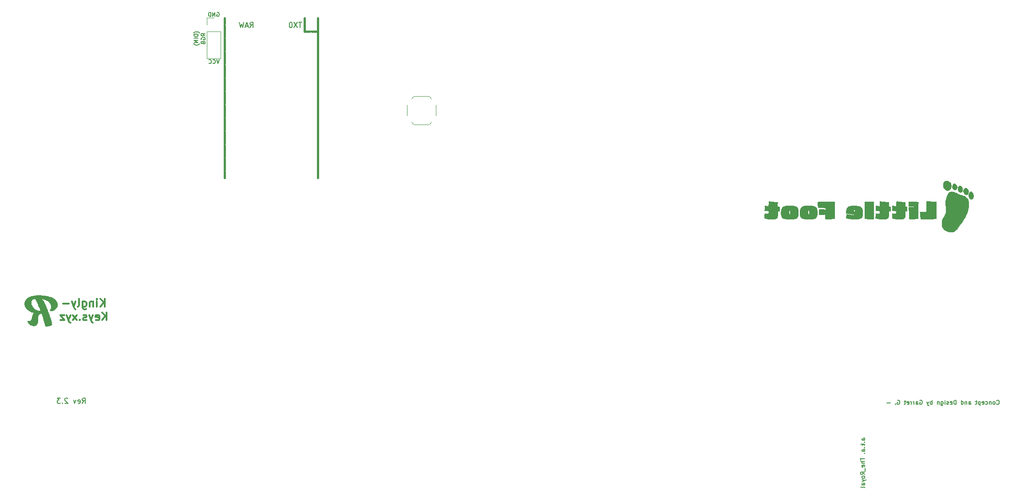
<source format=gbo>
G04 #@! TF.GenerationSoftware,KiCad,Pcbnew,(5.1.2)-2*
G04 #@! TF.CreationDate,2019-10-09T00:02:49-05:00*
G04 #@! TF.ProjectId,ai03-pcb-guide,61693033-2d70-4636-922d-67756964652e,rev?*
G04 #@! TF.SameCoordinates,Original*
G04 #@! TF.FileFunction,Legend,Bot*
G04 #@! TF.FilePolarity,Positive*
%FSLAX46Y46*%
G04 Gerber Fmt 4.6, Leading zero omitted, Abs format (unit mm)*
G04 Created by KiCad (PCBNEW (5.1.2)-2) date 2019-10-09 00:02:49*
%MOMM*%
%LPD*%
G04 APERTURE LIST*
%ADD10C,0.170000*%
%ADD11C,0.350000*%
%ADD12C,0.200000*%
%ADD13C,0.187500*%
%ADD14C,0.010000*%
%ADD15C,0.381000*%
%ADD16C,0.120000*%
%ADD17C,0.150000*%
%ADD18C,2.686000*%
%ADD19R,1.600000X2.000000*%
%ADD20C,2.000000*%
%ADD21R,2.000000X2.000000*%
%ADD22R,2.000000X1.600000*%
%ADD23C,2.152600*%
%ADD24R,2.152600X2.152600*%
%ADD25R,2.200000X1.500000*%
%ADD26C,4.200000*%
%ADD27O,2.100000X2.100000*%
%ADD28R,2.100000X2.100000*%
G04 APERTURE END LIST*
D10*
X237061904Y-112961904D02*
X236642857Y-112961904D01*
X236566666Y-112923809D01*
X236528571Y-112847619D01*
X236528571Y-112695238D01*
X236566666Y-112619047D01*
X237023809Y-112961904D02*
X237061904Y-112885714D01*
X237061904Y-112695238D01*
X237023809Y-112619047D01*
X236947619Y-112580952D01*
X236871428Y-112580952D01*
X236795238Y-112619047D01*
X236757142Y-112695238D01*
X236757142Y-112885714D01*
X236719047Y-112961904D01*
X236985714Y-113342857D02*
X237023809Y-113380952D01*
X237061904Y-113342857D01*
X237023809Y-113304761D01*
X236985714Y-113342857D01*
X237061904Y-113342857D01*
X237061904Y-113723809D02*
X236261904Y-113723809D01*
X236757142Y-113800000D02*
X237061904Y-114028571D01*
X236528571Y-114028571D02*
X236833333Y-113723809D01*
X236985714Y-114371428D02*
X237023809Y-114409523D01*
X237061904Y-114371428D01*
X237023809Y-114333333D01*
X236985714Y-114371428D01*
X237061904Y-114371428D01*
X237061904Y-115095238D02*
X236642857Y-115095238D01*
X236566666Y-115057142D01*
X236528571Y-114980952D01*
X236528571Y-114828571D01*
X236566666Y-114752380D01*
X237023809Y-115095238D02*
X237061904Y-115019047D01*
X237061904Y-114828571D01*
X237023809Y-114752380D01*
X236947619Y-114714285D01*
X236871428Y-114714285D01*
X236795238Y-114752380D01*
X236757142Y-114828571D01*
X236757142Y-115019047D01*
X236719047Y-115095238D01*
X236985714Y-115476190D02*
X237023809Y-115514285D01*
X237061904Y-115476190D01*
X237023809Y-115438095D01*
X236985714Y-115476190D01*
X237061904Y-115476190D01*
X236261904Y-116352380D02*
X236261904Y-116809523D01*
X237061904Y-116580952D02*
X236261904Y-116580952D01*
X237061904Y-117076190D02*
X236261904Y-117076190D01*
X237061904Y-117419047D02*
X236642857Y-117419047D01*
X236566666Y-117380952D01*
X236528571Y-117304761D01*
X236528571Y-117190476D01*
X236566666Y-117114285D01*
X236604761Y-117076190D01*
X237023809Y-118104761D02*
X237061904Y-118028571D01*
X237061904Y-117876190D01*
X237023809Y-117800000D01*
X236947619Y-117761904D01*
X236642857Y-117761904D01*
X236566666Y-117800000D01*
X236528571Y-117876190D01*
X236528571Y-118028571D01*
X236566666Y-118104761D01*
X236642857Y-118142857D01*
X236719047Y-118142857D01*
X236795238Y-117761904D01*
X237138095Y-118295238D02*
X237138095Y-118904761D01*
X237061904Y-119552380D02*
X236680952Y-119285714D01*
X237061904Y-119095238D02*
X236261904Y-119095238D01*
X236261904Y-119400000D01*
X236300000Y-119476190D01*
X236338095Y-119514285D01*
X236414285Y-119552380D01*
X236528571Y-119552380D01*
X236604761Y-119514285D01*
X236642857Y-119476190D01*
X236680952Y-119400000D01*
X236680952Y-119095238D01*
X237061904Y-120009523D02*
X237023809Y-119933333D01*
X236985714Y-119895238D01*
X236909523Y-119857142D01*
X236680952Y-119857142D01*
X236604761Y-119895238D01*
X236566666Y-119933333D01*
X236528571Y-120009523D01*
X236528571Y-120123809D01*
X236566666Y-120200000D01*
X236604761Y-120238095D01*
X236680952Y-120276190D01*
X236909523Y-120276190D01*
X236985714Y-120238095D01*
X237023809Y-120200000D01*
X237061904Y-120123809D01*
X237061904Y-120009523D01*
X236528571Y-120542857D02*
X237061904Y-120733333D01*
X236528571Y-120923809D02*
X237061904Y-120733333D01*
X237252380Y-120657142D01*
X237290476Y-120619047D01*
X237328571Y-120542857D01*
X237061904Y-121571428D02*
X236642857Y-121571428D01*
X236566666Y-121533333D01*
X236528571Y-121457142D01*
X236528571Y-121304761D01*
X236566666Y-121228571D01*
X237023809Y-121571428D02*
X237061904Y-121495238D01*
X237061904Y-121304761D01*
X237023809Y-121228571D01*
X236947619Y-121190476D01*
X236871428Y-121190476D01*
X236795238Y-121228571D01*
X236757142Y-121304761D01*
X236757142Y-121495238D01*
X236719047Y-121571428D01*
X237061904Y-122066666D02*
X237023809Y-121990476D01*
X236947619Y-121952380D01*
X236261904Y-121952380D01*
D11*
X92106250Y-87484821D02*
X92106250Y-85984821D01*
X91249107Y-87484821D02*
X91891964Y-86627678D01*
X91249107Y-85984821D02*
X92106250Y-86841964D01*
X90606250Y-87484821D02*
X90606250Y-86484821D01*
X90606250Y-85984821D02*
X90677678Y-86056250D01*
X90606250Y-86127678D01*
X90534821Y-86056250D01*
X90606250Y-85984821D01*
X90606250Y-86127678D01*
X89891964Y-86484821D02*
X89891964Y-87484821D01*
X89891964Y-86627678D02*
X89820535Y-86556250D01*
X89677678Y-86484821D01*
X89463392Y-86484821D01*
X89320535Y-86556250D01*
X89249107Y-86699107D01*
X89249107Y-87484821D01*
X87891964Y-86484821D02*
X87891964Y-87699107D01*
X87963392Y-87841964D01*
X88034821Y-87913392D01*
X88177678Y-87984821D01*
X88391964Y-87984821D01*
X88534821Y-87913392D01*
X87891964Y-87413392D02*
X88034821Y-87484821D01*
X88320535Y-87484821D01*
X88463392Y-87413392D01*
X88534821Y-87341964D01*
X88606250Y-87199107D01*
X88606250Y-86770535D01*
X88534821Y-86627678D01*
X88463392Y-86556250D01*
X88320535Y-86484821D01*
X88034821Y-86484821D01*
X87891964Y-86556250D01*
X86963392Y-87484821D02*
X87106250Y-87413392D01*
X87177678Y-87270535D01*
X87177678Y-85984821D01*
X86534821Y-86484821D02*
X86177678Y-87484821D01*
X85820535Y-86484821D02*
X86177678Y-87484821D01*
X86320535Y-87841964D01*
X86391964Y-87913392D01*
X86534821Y-87984821D01*
X85249107Y-86913392D02*
X84106250Y-86913392D01*
X92463392Y-90084821D02*
X92463392Y-88584821D01*
X91606250Y-90084821D02*
X92249107Y-89227678D01*
X91606250Y-88584821D02*
X92463392Y-89441964D01*
X90391964Y-90013392D02*
X90534821Y-90084821D01*
X90820535Y-90084821D01*
X90963392Y-90013392D01*
X91034821Y-89870535D01*
X91034821Y-89299107D01*
X90963392Y-89156250D01*
X90820535Y-89084821D01*
X90534821Y-89084821D01*
X90391964Y-89156250D01*
X90320535Y-89299107D01*
X90320535Y-89441964D01*
X91034821Y-89584821D01*
X89820535Y-89084821D02*
X89463392Y-90084821D01*
X89106250Y-89084821D02*
X89463392Y-90084821D01*
X89606250Y-90441964D01*
X89677678Y-90513392D01*
X89820535Y-90584821D01*
X88606250Y-90013392D02*
X88463392Y-90084821D01*
X88177678Y-90084821D01*
X88034821Y-90013392D01*
X87963392Y-89870535D01*
X87963392Y-89799107D01*
X88034821Y-89656250D01*
X88177678Y-89584821D01*
X88391964Y-89584821D01*
X88534821Y-89513392D01*
X88606250Y-89370535D01*
X88606250Y-89299107D01*
X88534821Y-89156250D01*
X88391964Y-89084821D01*
X88177678Y-89084821D01*
X88034821Y-89156250D01*
X87320535Y-89941964D02*
X87249107Y-90013392D01*
X87320535Y-90084821D01*
X87391964Y-90013392D01*
X87320535Y-89941964D01*
X87320535Y-90084821D01*
X86749107Y-90084821D02*
X85963392Y-89084821D01*
X86749107Y-89084821D02*
X85963392Y-90084821D01*
X85534821Y-89084821D02*
X85177678Y-90084821D01*
X84820535Y-89084821D02*
X85177678Y-90084821D01*
X85320535Y-90441964D01*
X85391964Y-90513392D01*
X85534821Y-90584821D01*
X84391964Y-89084821D02*
X83606250Y-89084821D01*
X84391964Y-90084821D01*
X83606250Y-90084821D01*
D12*
X87796428Y-105952380D02*
X88129761Y-105476190D01*
X88367857Y-105952380D02*
X88367857Y-104952380D01*
X87986904Y-104952380D01*
X87891666Y-105000000D01*
X87844047Y-105047619D01*
X87796428Y-105142857D01*
X87796428Y-105285714D01*
X87844047Y-105380952D01*
X87891666Y-105428571D01*
X87986904Y-105476190D01*
X88367857Y-105476190D01*
X86986904Y-105904761D02*
X87082142Y-105952380D01*
X87272619Y-105952380D01*
X87367857Y-105904761D01*
X87415476Y-105809523D01*
X87415476Y-105428571D01*
X87367857Y-105333333D01*
X87272619Y-105285714D01*
X87082142Y-105285714D01*
X86986904Y-105333333D01*
X86939285Y-105428571D01*
X86939285Y-105523809D01*
X87415476Y-105619047D01*
X86605952Y-105285714D02*
X86367857Y-105952380D01*
X86129761Y-105285714D01*
X85034523Y-105047619D02*
X84986904Y-105000000D01*
X84891666Y-104952380D01*
X84653571Y-104952380D01*
X84558333Y-105000000D01*
X84510714Y-105047619D01*
X84463095Y-105142857D01*
X84463095Y-105238095D01*
X84510714Y-105380952D01*
X85082142Y-105952380D01*
X84463095Y-105952380D01*
X84034523Y-105857142D02*
X83986904Y-105904761D01*
X84034523Y-105952380D01*
X84082142Y-105904761D01*
X84034523Y-105857142D01*
X84034523Y-105952380D01*
X83653571Y-104952380D02*
X83034523Y-104952380D01*
X83367857Y-105333333D01*
X83225000Y-105333333D01*
X83129761Y-105380952D01*
X83082142Y-105428571D01*
X83034523Y-105523809D01*
X83034523Y-105761904D01*
X83082142Y-105857142D01*
X83129761Y-105904761D01*
X83225000Y-105952380D01*
X83510714Y-105952380D01*
X83605952Y-105904761D01*
X83653571Y-105857142D01*
D10*
X262228571Y-106085714D02*
X262266666Y-106123809D01*
X262380952Y-106161904D01*
X262457142Y-106161904D01*
X262571428Y-106123809D01*
X262647619Y-106047619D01*
X262685714Y-105971428D01*
X262723809Y-105819047D01*
X262723809Y-105704761D01*
X262685714Y-105552380D01*
X262647619Y-105476190D01*
X262571428Y-105400000D01*
X262457142Y-105361904D01*
X262380952Y-105361904D01*
X262266666Y-105400000D01*
X262228571Y-105438095D01*
X261771428Y-106161904D02*
X261847619Y-106123809D01*
X261885714Y-106085714D01*
X261923809Y-106009523D01*
X261923809Y-105780952D01*
X261885714Y-105704761D01*
X261847619Y-105666666D01*
X261771428Y-105628571D01*
X261657142Y-105628571D01*
X261580952Y-105666666D01*
X261542857Y-105704761D01*
X261504761Y-105780952D01*
X261504761Y-106009523D01*
X261542857Y-106085714D01*
X261580952Y-106123809D01*
X261657142Y-106161904D01*
X261771428Y-106161904D01*
X261161904Y-105628571D02*
X261161904Y-106161904D01*
X261161904Y-105704761D02*
X261123809Y-105666666D01*
X261047619Y-105628571D01*
X260933333Y-105628571D01*
X260857142Y-105666666D01*
X260819047Y-105742857D01*
X260819047Y-106161904D01*
X260095238Y-106123809D02*
X260171428Y-106161904D01*
X260323809Y-106161904D01*
X260400000Y-106123809D01*
X260438095Y-106085714D01*
X260476190Y-106009523D01*
X260476190Y-105780952D01*
X260438095Y-105704761D01*
X260400000Y-105666666D01*
X260323809Y-105628571D01*
X260171428Y-105628571D01*
X260095238Y-105666666D01*
X259447619Y-106123809D02*
X259523809Y-106161904D01*
X259676190Y-106161904D01*
X259752380Y-106123809D01*
X259790476Y-106047619D01*
X259790476Y-105742857D01*
X259752380Y-105666666D01*
X259676190Y-105628571D01*
X259523809Y-105628571D01*
X259447619Y-105666666D01*
X259409523Y-105742857D01*
X259409523Y-105819047D01*
X259790476Y-105895238D01*
X259066666Y-105628571D02*
X259066666Y-106428571D01*
X259066666Y-105666666D02*
X258990476Y-105628571D01*
X258838095Y-105628571D01*
X258761904Y-105666666D01*
X258723809Y-105704761D01*
X258685714Y-105780952D01*
X258685714Y-106009523D01*
X258723809Y-106085714D01*
X258761904Y-106123809D01*
X258838095Y-106161904D01*
X258990476Y-106161904D01*
X259066666Y-106123809D01*
X258457142Y-105628571D02*
X258152380Y-105628571D01*
X258342857Y-105361904D02*
X258342857Y-106047619D01*
X258304761Y-106123809D01*
X258228571Y-106161904D01*
X258152380Y-106161904D01*
X256933333Y-106161904D02*
X256933333Y-105742857D01*
X256971428Y-105666666D01*
X257047619Y-105628571D01*
X257200000Y-105628571D01*
X257276190Y-105666666D01*
X256933333Y-106123809D02*
X257009523Y-106161904D01*
X257200000Y-106161904D01*
X257276190Y-106123809D01*
X257314285Y-106047619D01*
X257314285Y-105971428D01*
X257276190Y-105895238D01*
X257200000Y-105857142D01*
X257009523Y-105857142D01*
X256933333Y-105819047D01*
X256552380Y-105628571D02*
X256552380Y-106161904D01*
X256552380Y-105704761D02*
X256514285Y-105666666D01*
X256438095Y-105628571D01*
X256323809Y-105628571D01*
X256247619Y-105666666D01*
X256209523Y-105742857D01*
X256209523Y-106161904D01*
X255485714Y-106161904D02*
X255485714Y-105361904D01*
X255485714Y-106123809D02*
X255561904Y-106161904D01*
X255714285Y-106161904D01*
X255790476Y-106123809D01*
X255828571Y-106085714D01*
X255866666Y-106009523D01*
X255866666Y-105780952D01*
X255828571Y-105704761D01*
X255790476Y-105666666D01*
X255714285Y-105628571D01*
X255561904Y-105628571D01*
X255485714Y-105666666D01*
X254495238Y-106161904D02*
X254495238Y-105361904D01*
X254304761Y-105361904D01*
X254190476Y-105400000D01*
X254114285Y-105476190D01*
X254076190Y-105552380D01*
X254038095Y-105704761D01*
X254038095Y-105819047D01*
X254076190Y-105971428D01*
X254114285Y-106047619D01*
X254190476Y-106123809D01*
X254304761Y-106161904D01*
X254495238Y-106161904D01*
X253390476Y-106123809D02*
X253466666Y-106161904D01*
X253619047Y-106161904D01*
X253695238Y-106123809D01*
X253733333Y-106047619D01*
X253733333Y-105742857D01*
X253695238Y-105666666D01*
X253619047Y-105628571D01*
X253466666Y-105628571D01*
X253390476Y-105666666D01*
X253352380Y-105742857D01*
X253352380Y-105819047D01*
X253733333Y-105895238D01*
X253047619Y-106123809D02*
X252971428Y-106161904D01*
X252819047Y-106161904D01*
X252742857Y-106123809D01*
X252704761Y-106047619D01*
X252704761Y-106009523D01*
X252742857Y-105933333D01*
X252819047Y-105895238D01*
X252933333Y-105895238D01*
X253009523Y-105857142D01*
X253047619Y-105780952D01*
X253047619Y-105742857D01*
X253009523Y-105666666D01*
X252933333Y-105628571D01*
X252819047Y-105628571D01*
X252742857Y-105666666D01*
X252361904Y-106161904D02*
X252361904Y-105628571D01*
X252361904Y-105361904D02*
X252400000Y-105400000D01*
X252361904Y-105438095D01*
X252323809Y-105400000D01*
X252361904Y-105361904D01*
X252361904Y-105438095D01*
X251638095Y-105628571D02*
X251638095Y-106276190D01*
X251676190Y-106352380D01*
X251714285Y-106390476D01*
X251790476Y-106428571D01*
X251904761Y-106428571D01*
X251980952Y-106390476D01*
X251638095Y-106123809D02*
X251714285Y-106161904D01*
X251866666Y-106161904D01*
X251942857Y-106123809D01*
X251980952Y-106085714D01*
X252019047Y-106009523D01*
X252019047Y-105780952D01*
X251980952Y-105704761D01*
X251942857Y-105666666D01*
X251866666Y-105628571D01*
X251714285Y-105628571D01*
X251638095Y-105666666D01*
X251257142Y-105628571D02*
X251257142Y-106161904D01*
X251257142Y-105704761D02*
X251219047Y-105666666D01*
X251142857Y-105628571D01*
X251028571Y-105628571D01*
X250952380Y-105666666D01*
X250914285Y-105742857D01*
X250914285Y-106161904D01*
X249923809Y-106161904D02*
X249923809Y-105361904D01*
X249923809Y-105666666D02*
X249847619Y-105628571D01*
X249695238Y-105628571D01*
X249619047Y-105666666D01*
X249580952Y-105704761D01*
X249542857Y-105780952D01*
X249542857Y-106009523D01*
X249580952Y-106085714D01*
X249619047Y-106123809D01*
X249695238Y-106161904D01*
X249847619Y-106161904D01*
X249923809Y-106123809D01*
X249276190Y-105628571D02*
X249085714Y-106161904D01*
X248895238Y-105628571D02*
X249085714Y-106161904D01*
X249161904Y-106352380D01*
X249200000Y-106390476D01*
X249276190Y-106428571D01*
X247561904Y-105400000D02*
X247638095Y-105361904D01*
X247752380Y-105361904D01*
X247866666Y-105400000D01*
X247942857Y-105476190D01*
X247980952Y-105552380D01*
X248019047Y-105704761D01*
X248019047Y-105819047D01*
X247980952Y-105971428D01*
X247942857Y-106047619D01*
X247866666Y-106123809D01*
X247752380Y-106161904D01*
X247676190Y-106161904D01*
X247561904Y-106123809D01*
X247523809Y-106085714D01*
X247523809Y-105819047D01*
X247676190Y-105819047D01*
X246838095Y-106161904D02*
X246838095Y-105742857D01*
X246876190Y-105666666D01*
X246952380Y-105628571D01*
X247104761Y-105628571D01*
X247180952Y-105666666D01*
X246838095Y-106123809D02*
X246914285Y-106161904D01*
X247104761Y-106161904D01*
X247180952Y-106123809D01*
X247219047Y-106047619D01*
X247219047Y-105971428D01*
X247180952Y-105895238D01*
X247104761Y-105857142D01*
X246914285Y-105857142D01*
X246838095Y-105819047D01*
X246457142Y-106161904D02*
X246457142Y-105628571D01*
X246457142Y-105780952D02*
X246419047Y-105704761D01*
X246380952Y-105666666D01*
X246304761Y-105628571D01*
X246228571Y-105628571D01*
X245961904Y-106161904D02*
X245961904Y-105628571D01*
X245961904Y-105780952D02*
X245923809Y-105704761D01*
X245885714Y-105666666D01*
X245809523Y-105628571D01*
X245733333Y-105628571D01*
X245161904Y-106123809D02*
X245238095Y-106161904D01*
X245390476Y-106161904D01*
X245466666Y-106123809D01*
X245504761Y-106047619D01*
X245504761Y-105742857D01*
X245466666Y-105666666D01*
X245390476Y-105628571D01*
X245238095Y-105628571D01*
X245161904Y-105666666D01*
X245123809Y-105742857D01*
X245123809Y-105819047D01*
X245504761Y-105895238D01*
X244895238Y-105628571D02*
X244590476Y-105628571D01*
X244780952Y-105361904D02*
X244780952Y-106047619D01*
X244742857Y-106123809D01*
X244666666Y-106161904D01*
X244590476Y-106161904D01*
X243295238Y-105400000D02*
X243371428Y-105361904D01*
X243485714Y-105361904D01*
X243600000Y-105400000D01*
X243676190Y-105476190D01*
X243714285Y-105552380D01*
X243752380Y-105704761D01*
X243752380Y-105819047D01*
X243714285Y-105971428D01*
X243676190Y-106047619D01*
X243600000Y-106123809D01*
X243485714Y-106161904D01*
X243409523Y-106161904D01*
X243295238Y-106123809D01*
X243257142Y-106085714D01*
X243257142Y-105819047D01*
X243409523Y-105819047D01*
X242914285Y-106085714D02*
X242876190Y-106123809D01*
X242914285Y-106161904D01*
X242952380Y-106123809D01*
X242914285Y-106085714D01*
X242914285Y-106161904D01*
X241923809Y-105857142D02*
X241314285Y-105857142D01*
D13*
X110175000Y-35196428D02*
X110139285Y-35160714D01*
X110032142Y-35089285D01*
X109960714Y-35053571D01*
X109853571Y-35017857D01*
X109675000Y-34982142D01*
X109532142Y-34982142D01*
X109353571Y-35017857D01*
X109246428Y-35053571D01*
X109175000Y-35089285D01*
X109067857Y-35160714D01*
X109032142Y-35196428D01*
X109889285Y-35482142D02*
X109139285Y-35482142D01*
X109139285Y-35660714D01*
X109175000Y-35767857D01*
X109246428Y-35839285D01*
X109317857Y-35875000D01*
X109460714Y-35910714D01*
X109567857Y-35910714D01*
X109710714Y-35875000D01*
X109782142Y-35839285D01*
X109853571Y-35767857D01*
X109889285Y-35660714D01*
X109889285Y-35482142D01*
X109889285Y-36232142D02*
X109139285Y-36232142D01*
X109889285Y-36589285D02*
X109139285Y-36589285D01*
X109889285Y-37017857D01*
X109139285Y-37017857D01*
X110175000Y-37303571D02*
X110139285Y-37339285D01*
X110032142Y-37410714D01*
X109960714Y-37446428D01*
X109853571Y-37482142D01*
X109675000Y-37517857D01*
X109532142Y-37517857D01*
X109353571Y-37482142D01*
X109246428Y-37446428D01*
X109175000Y-37410714D01*
X109067857Y-37339285D01*
X109032142Y-37303571D01*
X113471428Y-31325000D02*
X113542857Y-31289285D01*
X113650000Y-31289285D01*
X113757142Y-31325000D01*
X113828571Y-31396428D01*
X113864285Y-31467857D01*
X113900000Y-31610714D01*
X113900000Y-31717857D01*
X113864285Y-31860714D01*
X113828571Y-31932142D01*
X113757142Y-32003571D01*
X113650000Y-32039285D01*
X113578571Y-32039285D01*
X113471428Y-32003571D01*
X113435714Y-31967857D01*
X113435714Y-31717857D01*
X113578571Y-31717857D01*
X113114285Y-32039285D02*
X113114285Y-31289285D01*
X112685714Y-32039285D01*
X112685714Y-31289285D01*
X112328571Y-32039285D02*
X112328571Y-31289285D01*
X112150000Y-31289285D01*
X112042857Y-31325000D01*
X111971428Y-31396428D01*
X111935714Y-31467857D01*
X111900000Y-31610714D01*
X111900000Y-31717857D01*
X111935714Y-31860714D01*
X111971428Y-31932142D01*
X112042857Y-32003571D01*
X112150000Y-32039285D01*
X112328571Y-32039285D01*
X111239285Y-35782142D02*
X110882142Y-35532142D01*
X111239285Y-35353571D02*
X110489285Y-35353571D01*
X110489285Y-35639285D01*
X110525000Y-35710714D01*
X110560714Y-35746428D01*
X110632142Y-35782142D01*
X110739285Y-35782142D01*
X110810714Y-35746428D01*
X110846428Y-35710714D01*
X110882142Y-35639285D01*
X110882142Y-35353571D01*
X110525000Y-36496428D02*
X110489285Y-36425000D01*
X110489285Y-36317857D01*
X110525000Y-36210714D01*
X110596428Y-36139285D01*
X110667857Y-36103571D01*
X110810714Y-36067857D01*
X110917857Y-36067857D01*
X111060714Y-36103571D01*
X111132142Y-36139285D01*
X111203571Y-36210714D01*
X111239285Y-36317857D01*
X111239285Y-36389285D01*
X111203571Y-36496428D01*
X111167857Y-36532142D01*
X110917857Y-36532142D01*
X110917857Y-36389285D01*
X110846428Y-37103571D02*
X110882142Y-37210714D01*
X110917857Y-37246428D01*
X110989285Y-37282142D01*
X111096428Y-37282142D01*
X111167857Y-37246428D01*
X111203571Y-37210714D01*
X111239285Y-37139285D01*
X111239285Y-36853571D01*
X110489285Y-36853571D01*
X110489285Y-37103571D01*
X110525000Y-37175000D01*
X110560714Y-37210714D01*
X110632142Y-37246428D01*
X110703571Y-37246428D01*
X110775000Y-37210714D01*
X110810714Y-37175000D01*
X110846428Y-37103571D01*
X110846428Y-36853571D01*
X113900000Y-40289285D02*
X113650000Y-41039285D01*
X113400000Y-40289285D01*
X112721428Y-40967857D02*
X112757142Y-41003571D01*
X112864285Y-41039285D01*
X112935714Y-41039285D01*
X113042857Y-41003571D01*
X113114285Y-40932142D01*
X113150000Y-40860714D01*
X113185714Y-40717857D01*
X113185714Y-40610714D01*
X113150000Y-40467857D01*
X113114285Y-40396428D01*
X113042857Y-40325000D01*
X112935714Y-40289285D01*
X112864285Y-40289285D01*
X112757142Y-40325000D01*
X112721428Y-40360714D01*
X111971428Y-40967857D02*
X112007142Y-41003571D01*
X112114285Y-41039285D01*
X112185714Y-41039285D01*
X112292857Y-41003571D01*
X112364285Y-40932142D01*
X112400000Y-40860714D01*
X112435714Y-40717857D01*
X112435714Y-40610714D01*
X112400000Y-40467857D01*
X112364285Y-40396428D01*
X112292857Y-40325000D01*
X112185714Y-40289285D01*
X112114285Y-40289285D01*
X112007142Y-40325000D01*
X111971428Y-40360714D01*
D14*
G36*
X79223286Y-85339355D02*
G01*
X79016307Y-85350908D01*
X78922314Y-85358497D01*
X78711117Y-85381653D01*
X78509259Y-85412433D01*
X78317009Y-85450673D01*
X78134640Y-85496210D01*
X77962423Y-85548879D01*
X77800629Y-85608517D01*
X77649529Y-85674959D01*
X77509395Y-85748043D01*
X77380497Y-85827603D01*
X77263107Y-85913476D01*
X77157496Y-86005498D01*
X77063936Y-86103505D01*
X76982697Y-86207333D01*
X76914051Y-86316818D01*
X76858269Y-86431796D01*
X76815622Y-86552103D01*
X76792370Y-86645980D01*
X76772435Y-86778847D01*
X76766872Y-86910713D01*
X76775557Y-87041332D01*
X76798367Y-87170458D01*
X76835180Y-87297845D01*
X76885873Y-87423245D01*
X76950321Y-87546414D01*
X77028403Y-87667104D01*
X77119995Y-87785071D01*
X77224975Y-87900066D01*
X77343218Y-88011845D01*
X77474602Y-88120160D01*
X77561348Y-88184571D01*
X77688201Y-88269327D01*
X77826306Y-88350872D01*
X77972494Y-88427658D01*
X78123599Y-88498135D01*
X78276453Y-88560755D01*
X78427888Y-88613969D01*
X78460383Y-88624163D01*
X78495582Y-88634963D01*
X78527765Y-88644846D01*
X78553228Y-88652675D01*
X78567663Y-88657125D01*
X78590383Y-88664154D01*
X78527749Y-88727377D01*
X78495871Y-88761646D01*
X78466210Y-88798285D01*
X78438284Y-88838414D01*
X78411612Y-88883149D01*
X78385714Y-88933611D01*
X78360108Y-88990918D01*
X78334313Y-89056188D01*
X78307849Y-89130540D01*
X78280233Y-89215093D01*
X78250986Y-89310966D01*
X78219627Y-89419277D01*
X78199680Y-89490400D01*
X78167490Y-89604435D01*
X78137823Y-89705272D01*
X78110256Y-89793924D01*
X78084368Y-89871407D01*
X78059735Y-89938733D01*
X78035936Y-89996918D01*
X78012547Y-90046974D01*
X77989147Y-90089916D01*
X77965313Y-90126759D01*
X77940623Y-90158515D01*
X77914655Y-90186200D01*
X77906730Y-90193699D01*
X77871309Y-90221843D01*
X77833865Y-90241908D01*
X77792796Y-90253971D01*
X77746498Y-90258110D01*
X77693369Y-90254403D01*
X77631805Y-90242928D01*
X77560203Y-90223764D01*
X77523345Y-90212352D01*
X77472388Y-90196732D01*
X77432753Y-90186592D01*
X77402325Y-90181926D01*
X77378988Y-90182732D01*
X77360624Y-90189006D01*
X77345119Y-90200745D01*
X77334976Y-90212035D01*
X77324520Y-90236110D01*
X77324147Y-90268679D01*
X77333113Y-90308569D01*
X77350669Y-90354610D01*
X77376071Y-90405631D01*
X77408573Y-90460461D01*
X77447429Y-90517928D01*
X77491893Y-90576862D01*
X77541219Y-90636091D01*
X77594661Y-90694445D01*
X77651473Y-90750752D01*
X77710909Y-90803841D01*
X77713107Y-90805693D01*
X77824976Y-90891875D01*
X77939911Y-90965032D01*
X78057234Y-91024845D01*
X78176265Y-91070998D01*
X78296325Y-91103174D01*
X78379272Y-91117042D01*
X78431941Y-91121405D01*
X78494607Y-91122780D01*
X78555266Y-91121408D01*
X78668717Y-91111692D01*
X78771889Y-91092386D01*
X78865060Y-91063212D01*
X78948512Y-91023888D01*
X79022525Y-90974135D01*
X79087378Y-90913673D01*
X79143353Y-90842222D01*
X79190727Y-90759502D01*
X79229783Y-90665232D01*
X79260800Y-90559134D01*
X79284058Y-90440926D01*
X79291908Y-90384989D01*
X79296315Y-90342456D01*
X79300567Y-90287740D01*
X79304565Y-90223169D01*
X79308212Y-90151076D01*
X79311408Y-90073790D01*
X79314055Y-89993641D01*
X79316054Y-89912960D01*
X79317309Y-89834078D01*
X79317709Y-89773942D01*
X79320560Y-89631032D01*
X79328505Y-89500540D01*
X79341509Y-89382678D01*
X79359535Y-89277657D01*
X79382549Y-89185689D01*
X79410515Y-89106986D01*
X79440146Y-89047226D01*
X79471218Y-89001588D01*
X79510086Y-88955849D01*
X79552430Y-88914652D01*
X79592239Y-88883754D01*
X79645624Y-88854688D01*
X79709779Y-88830456D01*
X79781474Y-88812069D01*
X79857477Y-88800537D01*
X79858628Y-88800422D01*
X79895464Y-88797415D01*
X79929607Y-88795784D01*
X79957009Y-88795656D01*
X79972503Y-88796916D01*
X79988242Y-88800950D01*
X80002144Y-88807559D01*
X80015088Y-88818168D01*
X80027953Y-88834207D01*
X80041617Y-88857103D01*
X80056960Y-88888282D01*
X80074859Y-88929173D01*
X80096193Y-88981203D01*
X80114962Y-89028356D01*
X80235530Y-89345245D01*
X80344302Y-89655985D01*
X80441759Y-89962166D01*
X80528384Y-90265378D01*
X80604658Y-90567212D01*
X80667457Y-90851628D01*
X80683815Y-90928106D01*
X80698990Y-90991582D01*
X80713571Y-91043457D01*
X80728151Y-91085135D01*
X80743323Y-91118017D01*
X80759678Y-91143508D01*
X80777808Y-91163008D01*
X80798304Y-91177921D01*
X80807260Y-91182896D01*
X80824267Y-91190408D01*
X80842967Y-91195360D01*
X80867107Y-91198343D01*
X80900434Y-91199945D01*
X80918028Y-91200348D01*
X80955113Y-91200729D01*
X80990951Y-91200569D01*
X81020546Y-91199915D01*
X81034143Y-91199243D01*
X81180649Y-91186280D01*
X81315661Y-91169104D01*
X81438591Y-91147822D01*
X81548854Y-91122538D01*
X81645862Y-91093360D01*
X81672771Y-91083684D01*
X81725130Y-91061800D01*
X81777724Y-91035822D01*
X81826688Y-91007904D01*
X81868157Y-90980200D01*
X81890170Y-90962523D01*
X81931245Y-90917949D01*
X81958570Y-90869340D01*
X81972571Y-90815780D01*
X81974751Y-90780250D01*
X81971779Y-90736431D01*
X81963427Y-90679965D01*
X81949959Y-90611578D01*
X81931637Y-90531997D01*
X81908726Y-90441946D01*
X81881489Y-90342151D01*
X81850188Y-90233339D01*
X81815089Y-90116234D01*
X81776453Y-89991563D01*
X81734544Y-89860052D01*
X81689626Y-89722426D01*
X81641962Y-89579410D01*
X81591815Y-89431731D01*
X81539449Y-89280115D01*
X81485127Y-89125287D01*
X81429113Y-88967973D01*
X81371669Y-88808898D01*
X81313060Y-88648789D01*
X81253549Y-88488371D01*
X81193398Y-88328370D01*
X81135090Y-88175331D01*
X79788174Y-88175331D01*
X79785564Y-88198260D01*
X79782585Y-88209121D01*
X79766418Y-88235570D01*
X79738158Y-88255994D01*
X79699326Y-88269409D01*
X79685724Y-88271937D01*
X79653307Y-88274677D01*
X79609921Y-88275053D01*
X79558890Y-88273218D01*
X79503541Y-88269321D01*
X79447198Y-88263512D01*
X79419428Y-88259900D01*
X79281813Y-88233418D01*
X79146035Y-88193210D01*
X79013115Y-88140042D01*
X78884074Y-88074680D01*
X78759933Y-87997888D01*
X78641711Y-87910434D01*
X78530429Y-87813082D01*
X78427108Y-87706598D01*
X78332767Y-87591748D01*
X78248428Y-87469297D01*
X78175111Y-87340011D01*
X78164155Y-87318097D01*
X78110364Y-87196718D01*
X78068363Y-87076411D01*
X78038181Y-86958011D01*
X78019847Y-86842352D01*
X78013390Y-86730268D01*
X78018838Y-86622594D01*
X78036221Y-86520164D01*
X78065566Y-86423813D01*
X78106904Y-86334375D01*
X78128943Y-86297359D01*
X78183655Y-86223366D01*
X78248178Y-86155700D01*
X78320540Y-86095584D01*
X78398770Y-86044240D01*
X78480897Y-86002890D01*
X78564951Y-85972758D01*
X78648959Y-85955066D01*
X78686665Y-85951462D01*
X78720656Y-85949937D01*
X78744351Y-85950326D01*
X78761896Y-85953101D01*
X78777440Y-85958733D01*
X78785671Y-85962725D01*
X78808904Y-85977947D01*
X78832402Y-85998423D01*
X78840326Y-86006929D01*
X78862551Y-86036673D01*
X78889604Y-86079431D01*
X78921222Y-86134626D01*
X78957145Y-86201680D01*
X78997110Y-86280015D01*
X79040856Y-86369054D01*
X79088121Y-86468218D01*
X79138644Y-86576929D01*
X79192162Y-86694610D01*
X79248414Y-86820683D01*
X79307139Y-86954569D01*
X79368074Y-87095691D01*
X79430959Y-87243471D01*
X79495530Y-87397332D01*
X79561527Y-87556694D01*
X79628688Y-87720980D01*
X79696751Y-87889613D01*
X79726218Y-87963285D01*
X79749962Y-88024581D01*
X79767624Y-88074664D01*
X79779610Y-88115303D01*
X79786324Y-88148268D01*
X79788174Y-88175331D01*
X81135090Y-88175331D01*
X81132872Y-88169512D01*
X81072234Y-88012522D01*
X81011747Y-87858126D01*
X80951674Y-87707050D01*
X80892279Y-87560019D01*
X80833826Y-87417761D01*
X80776577Y-87280999D01*
X80720797Y-87150460D01*
X80666747Y-87026870D01*
X80614693Y-86910954D01*
X80564897Y-86803438D01*
X80517622Y-86705048D01*
X80473133Y-86616510D01*
X80442842Y-86559028D01*
X80376095Y-86444303D01*
X80302286Y-86333870D01*
X80223105Y-86229828D01*
X80140239Y-86134278D01*
X80055377Y-86049320D01*
X79983196Y-85987209D01*
X79958300Y-85966511D01*
X79942804Y-85951577D01*
X79937683Y-85943412D01*
X79939653Y-85942172D01*
X79955964Y-85943553D01*
X79983788Y-85947377D01*
X80020421Y-85953173D01*
X80063156Y-85960467D01*
X80109290Y-85968786D01*
X80156117Y-85977657D01*
X80200932Y-85986608D01*
X80234209Y-85993660D01*
X80410057Y-86037063D01*
X80579558Y-86088676D01*
X80741819Y-86148032D01*
X80895947Y-86214664D01*
X81041048Y-86288105D01*
X81176228Y-86367888D01*
X81300594Y-86453546D01*
X81413253Y-86544611D01*
X81513311Y-86640616D01*
X81551358Y-86682295D01*
X81634787Y-86787620D01*
X81704376Y-86897307D01*
X81760161Y-87011461D01*
X81802177Y-87130189D01*
X81830462Y-87253598D01*
X81845049Y-87381793D01*
X81845975Y-87514881D01*
X81843845Y-87552282D01*
X81834638Y-87652157D01*
X81821321Y-87741137D01*
X81802896Y-87822503D01*
X81778366Y-87899535D01*
X81746732Y-87975516D01*
X81706997Y-88053725D01*
X81673751Y-88111684D01*
X81650812Y-88152890D01*
X81637058Y-88185278D01*
X81632189Y-88211014D01*
X81635899Y-88232263D01*
X81647886Y-88251189D01*
X81653386Y-88257074D01*
X81683593Y-88277243D01*
X81725783Y-88289399D01*
X81779839Y-88293543D01*
X81845641Y-88289673D01*
X81923071Y-88277790D01*
X82012010Y-88257893D01*
X82013723Y-88257460D01*
X82144522Y-88217606D01*
X82273763Y-88165234D01*
X82399132Y-88101648D01*
X82518320Y-88028151D01*
X82629014Y-87946045D01*
X82728902Y-87856633D01*
X82734189Y-87851376D01*
X82803236Y-87777064D01*
X82861305Y-87702438D01*
X82911415Y-87623343D01*
X82942854Y-87564142D01*
X82978533Y-87486260D01*
X83005268Y-87413086D01*
X83023836Y-87340883D01*
X83035015Y-87265914D01*
X83039583Y-87184440D01*
X83038713Y-87103314D01*
X83029807Y-86984016D01*
X83011147Y-86872473D01*
X82981801Y-86764909D01*
X82940833Y-86657551D01*
X82913844Y-86598942D01*
X82868121Y-86511687D01*
X82818926Y-86432037D01*
X82763803Y-86356630D01*
X82700293Y-86282104D01*
X82626241Y-86205391D01*
X82511403Y-86101720D01*
X82383592Y-86004088D01*
X82243081Y-85912602D01*
X82090146Y-85827367D01*
X81925059Y-85748492D01*
X81748095Y-85676082D01*
X81559527Y-85610244D01*
X81359630Y-85551086D01*
X81148677Y-85498714D01*
X80926942Y-85453235D01*
X80694699Y-85414755D01*
X80547111Y-85394656D01*
X80331446Y-85370931D01*
X80109864Y-85352922D01*
X79885311Y-85340695D01*
X79660733Y-85334314D01*
X79439076Y-85333845D01*
X79223286Y-85339355D01*
X79223286Y-85339355D01*
G37*
X79223286Y-85339355D02*
X79016307Y-85350908D01*
X78922314Y-85358497D01*
X78711117Y-85381653D01*
X78509259Y-85412433D01*
X78317009Y-85450673D01*
X78134640Y-85496210D01*
X77962423Y-85548879D01*
X77800629Y-85608517D01*
X77649529Y-85674959D01*
X77509395Y-85748043D01*
X77380497Y-85827603D01*
X77263107Y-85913476D01*
X77157496Y-86005498D01*
X77063936Y-86103505D01*
X76982697Y-86207333D01*
X76914051Y-86316818D01*
X76858269Y-86431796D01*
X76815622Y-86552103D01*
X76792370Y-86645980D01*
X76772435Y-86778847D01*
X76766872Y-86910713D01*
X76775557Y-87041332D01*
X76798367Y-87170458D01*
X76835180Y-87297845D01*
X76885873Y-87423245D01*
X76950321Y-87546414D01*
X77028403Y-87667104D01*
X77119995Y-87785071D01*
X77224975Y-87900066D01*
X77343218Y-88011845D01*
X77474602Y-88120160D01*
X77561348Y-88184571D01*
X77688201Y-88269327D01*
X77826306Y-88350872D01*
X77972494Y-88427658D01*
X78123599Y-88498135D01*
X78276453Y-88560755D01*
X78427888Y-88613969D01*
X78460383Y-88624163D01*
X78495582Y-88634963D01*
X78527765Y-88644846D01*
X78553228Y-88652675D01*
X78567663Y-88657125D01*
X78590383Y-88664154D01*
X78527749Y-88727377D01*
X78495871Y-88761646D01*
X78466210Y-88798285D01*
X78438284Y-88838414D01*
X78411612Y-88883149D01*
X78385714Y-88933611D01*
X78360108Y-88990918D01*
X78334313Y-89056188D01*
X78307849Y-89130540D01*
X78280233Y-89215093D01*
X78250986Y-89310966D01*
X78219627Y-89419277D01*
X78199680Y-89490400D01*
X78167490Y-89604435D01*
X78137823Y-89705272D01*
X78110256Y-89793924D01*
X78084368Y-89871407D01*
X78059735Y-89938733D01*
X78035936Y-89996918D01*
X78012547Y-90046974D01*
X77989147Y-90089916D01*
X77965313Y-90126759D01*
X77940623Y-90158515D01*
X77914655Y-90186200D01*
X77906730Y-90193699D01*
X77871309Y-90221843D01*
X77833865Y-90241908D01*
X77792796Y-90253971D01*
X77746498Y-90258110D01*
X77693369Y-90254403D01*
X77631805Y-90242928D01*
X77560203Y-90223764D01*
X77523345Y-90212352D01*
X77472388Y-90196732D01*
X77432753Y-90186592D01*
X77402325Y-90181926D01*
X77378988Y-90182732D01*
X77360624Y-90189006D01*
X77345119Y-90200745D01*
X77334976Y-90212035D01*
X77324520Y-90236110D01*
X77324147Y-90268679D01*
X77333113Y-90308569D01*
X77350669Y-90354610D01*
X77376071Y-90405631D01*
X77408573Y-90460461D01*
X77447429Y-90517928D01*
X77491893Y-90576862D01*
X77541219Y-90636091D01*
X77594661Y-90694445D01*
X77651473Y-90750752D01*
X77710909Y-90803841D01*
X77713107Y-90805693D01*
X77824976Y-90891875D01*
X77939911Y-90965032D01*
X78057234Y-91024845D01*
X78176265Y-91070998D01*
X78296325Y-91103174D01*
X78379272Y-91117042D01*
X78431941Y-91121405D01*
X78494607Y-91122780D01*
X78555266Y-91121408D01*
X78668717Y-91111692D01*
X78771889Y-91092386D01*
X78865060Y-91063212D01*
X78948512Y-91023888D01*
X79022525Y-90974135D01*
X79087378Y-90913673D01*
X79143353Y-90842222D01*
X79190727Y-90759502D01*
X79229783Y-90665232D01*
X79260800Y-90559134D01*
X79284058Y-90440926D01*
X79291908Y-90384989D01*
X79296315Y-90342456D01*
X79300567Y-90287740D01*
X79304565Y-90223169D01*
X79308212Y-90151076D01*
X79311408Y-90073790D01*
X79314055Y-89993641D01*
X79316054Y-89912960D01*
X79317309Y-89834078D01*
X79317709Y-89773942D01*
X79320560Y-89631032D01*
X79328505Y-89500540D01*
X79341509Y-89382678D01*
X79359535Y-89277657D01*
X79382549Y-89185689D01*
X79410515Y-89106986D01*
X79440146Y-89047226D01*
X79471218Y-89001588D01*
X79510086Y-88955849D01*
X79552430Y-88914652D01*
X79592239Y-88883754D01*
X79645624Y-88854688D01*
X79709779Y-88830456D01*
X79781474Y-88812069D01*
X79857477Y-88800537D01*
X79858628Y-88800422D01*
X79895464Y-88797415D01*
X79929607Y-88795784D01*
X79957009Y-88795656D01*
X79972503Y-88796916D01*
X79988242Y-88800950D01*
X80002144Y-88807559D01*
X80015088Y-88818168D01*
X80027953Y-88834207D01*
X80041617Y-88857103D01*
X80056960Y-88888282D01*
X80074859Y-88929173D01*
X80096193Y-88981203D01*
X80114962Y-89028356D01*
X80235530Y-89345245D01*
X80344302Y-89655985D01*
X80441759Y-89962166D01*
X80528384Y-90265378D01*
X80604658Y-90567212D01*
X80667457Y-90851628D01*
X80683815Y-90928106D01*
X80698990Y-90991582D01*
X80713571Y-91043457D01*
X80728151Y-91085135D01*
X80743323Y-91118017D01*
X80759678Y-91143508D01*
X80777808Y-91163008D01*
X80798304Y-91177921D01*
X80807260Y-91182896D01*
X80824267Y-91190408D01*
X80842967Y-91195360D01*
X80867107Y-91198343D01*
X80900434Y-91199945D01*
X80918028Y-91200348D01*
X80955113Y-91200729D01*
X80990951Y-91200569D01*
X81020546Y-91199915D01*
X81034143Y-91199243D01*
X81180649Y-91186280D01*
X81315661Y-91169104D01*
X81438591Y-91147822D01*
X81548854Y-91122538D01*
X81645862Y-91093360D01*
X81672771Y-91083684D01*
X81725130Y-91061800D01*
X81777724Y-91035822D01*
X81826688Y-91007904D01*
X81868157Y-90980200D01*
X81890170Y-90962523D01*
X81931245Y-90917949D01*
X81958570Y-90869340D01*
X81972571Y-90815780D01*
X81974751Y-90780250D01*
X81971779Y-90736431D01*
X81963427Y-90679965D01*
X81949959Y-90611578D01*
X81931637Y-90531997D01*
X81908726Y-90441946D01*
X81881489Y-90342151D01*
X81850188Y-90233339D01*
X81815089Y-90116234D01*
X81776453Y-89991563D01*
X81734544Y-89860052D01*
X81689626Y-89722426D01*
X81641962Y-89579410D01*
X81591815Y-89431731D01*
X81539449Y-89280115D01*
X81485127Y-89125287D01*
X81429113Y-88967973D01*
X81371669Y-88808898D01*
X81313060Y-88648789D01*
X81253549Y-88488371D01*
X81193398Y-88328370D01*
X81135090Y-88175331D01*
X79788174Y-88175331D01*
X79785564Y-88198260D01*
X79782585Y-88209121D01*
X79766418Y-88235570D01*
X79738158Y-88255994D01*
X79699326Y-88269409D01*
X79685724Y-88271937D01*
X79653307Y-88274677D01*
X79609921Y-88275053D01*
X79558890Y-88273218D01*
X79503541Y-88269321D01*
X79447198Y-88263512D01*
X79419428Y-88259900D01*
X79281813Y-88233418D01*
X79146035Y-88193210D01*
X79013115Y-88140042D01*
X78884074Y-88074680D01*
X78759933Y-87997888D01*
X78641711Y-87910434D01*
X78530429Y-87813082D01*
X78427108Y-87706598D01*
X78332767Y-87591748D01*
X78248428Y-87469297D01*
X78175111Y-87340011D01*
X78164155Y-87318097D01*
X78110364Y-87196718D01*
X78068363Y-87076411D01*
X78038181Y-86958011D01*
X78019847Y-86842352D01*
X78013390Y-86730268D01*
X78018838Y-86622594D01*
X78036221Y-86520164D01*
X78065566Y-86423813D01*
X78106904Y-86334375D01*
X78128943Y-86297359D01*
X78183655Y-86223366D01*
X78248178Y-86155700D01*
X78320540Y-86095584D01*
X78398770Y-86044240D01*
X78480897Y-86002890D01*
X78564951Y-85972758D01*
X78648959Y-85955066D01*
X78686665Y-85951462D01*
X78720656Y-85949937D01*
X78744351Y-85950326D01*
X78761896Y-85953101D01*
X78777440Y-85958733D01*
X78785671Y-85962725D01*
X78808904Y-85977947D01*
X78832402Y-85998423D01*
X78840326Y-86006929D01*
X78862551Y-86036673D01*
X78889604Y-86079431D01*
X78921222Y-86134626D01*
X78957145Y-86201680D01*
X78997110Y-86280015D01*
X79040856Y-86369054D01*
X79088121Y-86468218D01*
X79138644Y-86576929D01*
X79192162Y-86694610D01*
X79248414Y-86820683D01*
X79307139Y-86954569D01*
X79368074Y-87095691D01*
X79430959Y-87243471D01*
X79495530Y-87397332D01*
X79561527Y-87556694D01*
X79628688Y-87720980D01*
X79696751Y-87889613D01*
X79726218Y-87963285D01*
X79749962Y-88024581D01*
X79767624Y-88074664D01*
X79779610Y-88115303D01*
X79786324Y-88148268D01*
X79788174Y-88175331D01*
X81135090Y-88175331D01*
X81132872Y-88169512D01*
X81072234Y-88012522D01*
X81011747Y-87858126D01*
X80951674Y-87707050D01*
X80892279Y-87560019D01*
X80833826Y-87417761D01*
X80776577Y-87280999D01*
X80720797Y-87150460D01*
X80666747Y-87026870D01*
X80614693Y-86910954D01*
X80564897Y-86803438D01*
X80517622Y-86705048D01*
X80473133Y-86616510D01*
X80442842Y-86559028D01*
X80376095Y-86444303D01*
X80302286Y-86333870D01*
X80223105Y-86229828D01*
X80140239Y-86134278D01*
X80055377Y-86049320D01*
X79983196Y-85987209D01*
X79958300Y-85966511D01*
X79942804Y-85951577D01*
X79937683Y-85943412D01*
X79939653Y-85942172D01*
X79955964Y-85943553D01*
X79983788Y-85947377D01*
X80020421Y-85953173D01*
X80063156Y-85960467D01*
X80109290Y-85968786D01*
X80156117Y-85977657D01*
X80200932Y-85986608D01*
X80234209Y-85993660D01*
X80410057Y-86037063D01*
X80579558Y-86088676D01*
X80741819Y-86148032D01*
X80895947Y-86214664D01*
X81041048Y-86288105D01*
X81176228Y-86367888D01*
X81300594Y-86453546D01*
X81413253Y-86544611D01*
X81513311Y-86640616D01*
X81551358Y-86682295D01*
X81634787Y-86787620D01*
X81704376Y-86897307D01*
X81760161Y-87011461D01*
X81802177Y-87130189D01*
X81830462Y-87253598D01*
X81845049Y-87381793D01*
X81845975Y-87514881D01*
X81843845Y-87552282D01*
X81834638Y-87652157D01*
X81821321Y-87741137D01*
X81802896Y-87822503D01*
X81778366Y-87899535D01*
X81746732Y-87975516D01*
X81706997Y-88053725D01*
X81673751Y-88111684D01*
X81650812Y-88152890D01*
X81637058Y-88185278D01*
X81632189Y-88211014D01*
X81635899Y-88232263D01*
X81647886Y-88251189D01*
X81653386Y-88257074D01*
X81683593Y-88277243D01*
X81725783Y-88289399D01*
X81779839Y-88293543D01*
X81845641Y-88289673D01*
X81923071Y-88277790D01*
X82012010Y-88257893D01*
X82013723Y-88257460D01*
X82144522Y-88217606D01*
X82273763Y-88165234D01*
X82399132Y-88101648D01*
X82518320Y-88028151D01*
X82629014Y-87946045D01*
X82728902Y-87856633D01*
X82734189Y-87851376D01*
X82803236Y-87777064D01*
X82861305Y-87702438D01*
X82911415Y-87623343D01*
X82942854Y-87564142D01*
X82978533Y-87486260D01*
X83005268Y-87413086D01*
X83023836Y-87340883D01*
X83035015Y-87265914D01*
X83039583Y-87184440D01*
X83038713Y-87103314D01*
X83029807Y-86984016D01*
X83011147Y-86872473D01*
X82981801Y-86764909D01*
X82940833Y-86657551D01*
X82913844Y-86598942D01*
X82868121Y-86511687D01*
X82818926Y-86432037D01*
X82763803Y-86356630D01*
X82700293Y-86282104D01*
X82626241Y-86205391D01*
X82511403Y-86101720D01*
X82383592Y-86004088D01*
X82243081Y-85912602D01*
X82090146Y-85827367D01*
X81925059Y-85748492D01*
X81748095Y-85676082D01*
X81559527Y-85610244D01*
X81359630Y-85551086D01*
X81148677Y-85498714D01*
X80926942Y-85453235D01*
X80694699Y-85414755D01*
X80547111Y-85394656D01*
X80331446Y-85370931D01*
X80109864Y-85352922D01*
X79885311Y-85340695D01*
X79660733Y-85334314D01*
X79439076Y-85333845D01*
X79223286Y-85339355D01*
G36*
X253428214Y-65547281D02*
G01*
X253290798Y-65595897D01*
X253163936Y-65673765D01*
X253046981Y-65781716D01*
X252939288Y-65920580D01*
X252840212Y-66091188D01*
X252749107Y-66294368D01*
X252665328Y-66530953D01*
X252588230Y-66801771D01*
X252518195Y-67102786D01*
X252484168Y-67294433D01*
X252464285Y-67485462D01*
X252458507Y-67683172D01*
X252466796Y-67894864D01*
X252489115Y-68127835D01*
X252512007Y-68300215D01*
X252529868Y-68436297D01*
X252546208Y-68584763D01*
X252559729Y-68732096D01*
X252569138Y-68864776D01*
X252572134Y-68927812D01*
X252573335Y-69153418D01*
X252558215Y-69354371D01*
X252524532Y-69539463D01*
X252470044Y-69717486D01*
X252392507Y-69897230D01*
X252289678Y-70087487D01*
X252266157Y-70127114D01*
X252107191Y-70409668D01*
X251979121Y-70677719D01*
X251880865Y-70933917D01*
X251811342Y-71180914D01*
X251786833Y-71302857D01*
X251770197Y-71439405D01*
X251763387Y-71591813D01*
X251766020Y-71748930D01*
X251777712Y-71899600D01*
X251798082Y-72032672D01*
X251814133Y-72098821D01*
X251895090Y-72316358D01*
X252005293Y-72512718D01*
X252144026Y-72687195D01*
X252310575Y-72839080D01*
X252504224Y-72967667D01*
X252724258Y-73072250D01*
X252841326Y-73114465D01*
X252988571Y-73155886D01*
X253149739Y-73189806D01*
X253315244Y-73215021D01*
X253475502Y-73230333D01*
X253620931Y-73234538D01*
X253738566Y-73226897D01*
X253851834Y-73205087D01*
X253963967Y-73169151D01*
X254076425Y-73117608D01*
X254190671Y-73048971D01*
X254308167Y-72961759D01*
X254430374Y-72854487D01*
X254558755Y-72725671D01*
X254694771Y-72573828D01*
X254839884Y-72397473D01*
X254995556Y-72195124D01*
X255163249Y-71965295D01*
X255344424Y-71706505D01*
X255540545Y-71417268D01*
X255580592Y-71357286D01*
X255725104Y-71137414D01*
X255851182Y-70938791D01*
X255963011Y-70754297D01*
X256064778Y-70576809D01*
X256160668Y-70399205D01*
X256254867Y-70214362D01*
X256268370Y-70187072D01*
X256438846Y-69822114D01*
X256580823Y-69475668D01*
X256695130Y-69144877D01*
X256782592Y-68826881D01*
X256844036Y-68518824D01*
X256880289Y-68217846D01*
X256890387Y-68036485D01*
X256891699Y-67809668D01*
X256879621Y-67609916D01*
X256852800Y-67430062D01*
X256809884Y-67262939D01*
X256749517Y-67101382D01*
X256690045Y-66975786D01*
X256643246Y-66893425D01*
X256588589Y-66816682D01*
X256518365Y-66735563D01*
X256451512Y-66666508D01*
X256350257Y-66572183D01*
X256247313Y-66492176D01*
X256136777Y-66423566D01*
X256012744Y-66363434D01*
X255869309Y-66308861D01*
X255700568Y-66256926D01*
X255534571Y-66213110D01*
X255432947Y-66185322D01*
X255326134Y-66150928D01*
X255209294Y-66108009D01*
X255077589Y-66054642D01*
X254926182Y-65988908D01*
X254750236Y-65908885D01*
X254645571Y-65860112D01*
X254469122Y-65778375D01*
X254319846Y-65711811D01*
X254192828Y-65658656D01*
X254083148Y-65617148D01*
X253985890Y-65585524D01*
X253896138Y-65562020D01*
X253808972Y-65544875D01*
X253737283Y-65534486D01*
X253576827Y-65527088D01*
X253428214Y-65547281D01*
X253428214Y-65547281D01*
G37*
X253428214Y-65547281D02*
X253290798Y-65595897D01*
X253163936Y-65673765D01*
X253046981Y-65781716D01*
X252939288Y-65920580D01*
X252840212Y-66091188D01*
X252749107Y-66294368D01*
X252665328Y-66530953D01*
X252588230Y-66801771D01*
X252518195Y-67102786D01*
X252484168Y-67294433D01*
X252464285Y-67485462D01*
X252458507Y-67683172D01*
X252466796Y-67894864D01*
X252489115Y-68127835D01*
X252512007Y-68300215D01*
X252529868Y-68436297D01*
X252546208Y-68584763D01*
X252559729Y-68732096D01*
X252569138Y-68864776D01*
X252572134Y-68927812D01*
X252573335Y-69153418D01*
X252558215Y-69354371D01*
X252524532Y-69539463D01*
X252470044Y-69717486D01*
X252392507Y-69897230D01*
X252289678Y-70087487D01*
X252266157Y-70127114D01*
X252107191Y-70409668D01*
X251979121Y-70677719D01*
X251880865Y-70933917D01*
X251811342Y-71180914D01*
X251786833Y-71302857D01*
X251770197Y-71439405D01*
X251763387Y-71591813D01*
X251766020Y-71748930D01*
X251777712Y-71899600D01*
X251798082Y-72032672D01*
X251814133Y-72098821D01*
X251895090Y-72316358D01*
X252005293Y-72512718D01*
X252144026Y-72687195D01*
X252310575Y-72839080D01*
X252504224Y-72967667D01*
X252724258Y-73072250D01*
X252841326Y-73114465D01*
X252988571Y-73155886D01*
X253149739Y-73189806D01*
X253315244Y-73215021D01*
X253475502Y-73230333D01*
X253620931Y-73234538D01*
X253738566Y-73226897D01*
X253851834Y-73205087D01*
X253963967Y-73169151D01*
X254076425Y-73117608D01*
X254190671Y-73048971D01*
X254308167Y-72961759D01*
X254430374Y-72854487D01*
X254558755Y-72725671D01*
X254694771Y-72573828D01*
X254839884Y-72397473D01*
X254995556Y-72195124D01*
X255163249Y-71965295D01*
X255344424Y-71706505D01*
X255540545Y-71417268D01*
X255580592Y-71357286D01*
X255725104Y-71137414D01*
X255851182Y-70938791D01*
X255963011Y-70754297D01*
X256064778Y-70576809D01*
X256160668Y-70399205D01*
X256254867Y-70214362D01*
X256268370Y-70187072D01*
X256438846Y-69822114D01*
X256580823Y-69475668D01*
X256695130Y-69144877D01*
X256782592Y-68826881D01*
X256844036Y-68518824D01*
X256880289Y-68217846D01*
X256890387Y-68036485D01*
X256891699Y-67809668D01*
X256879621Y-67609916D01*
X256852800Y-67430062D01*
X256809884Y-67262939D01*
X256749517Y-67101382D01*
X256690045Y-66975786D01*
X256643246Y-66893425D01*
X256588589Y-66816682D01*
X256518365Y-66735563D01*
X256451512Y-66666508D01*
X256350257Y-66572183D01*
X256247313Y-66492176D01*
X256136777Y-66423566D01*
X256012744Y-66363434D01*
X255869309Y-66308861D01*
X255700568Y-66256926D01*
X255534571Y-66213110D01*
X255432947Y-66185322D01*
X255326134Y-66150928D01*
X255209294Y-66108009D01*
X255077589Y-66054642D01*
X254926182Y-65988908D01*
X254750236Y-65908885D01*
X254645571Y-65860112D01*
X254469122Y-65778375D01*
X254319846Y-65711811D01*
X254192828Y-65658656D01*
X254083148Y-65617148D01*
X253985890Y-65585524D01*
X253896138Y-65562020D01*
X253808972Y-65544875D01*
X253737283Y-65534486D01*
X253576827Y-65527088D01*
X253428214Y-65547281D01*
G36*
X257207636Y-65531557D02*
G01*
X257124502Y-65575628D01*
X257046995Y-65652288D01*
X256977687Y-65762491D01*
X256972190Y-65773572D01*
X256910956Y-65929402D01*
X256874205Y-66090606D01*
X256861200Y-66252066D01*
X256871205Y-66408667D01*
X256903484Y-66555292D01*
X256957300Y-66686825D01*
X257031917Y-66798148D01*
X257126598Y-66884146D01*
X257132644Y-66888219D01*
X257230989Y-66932826D01*
X257338490Y-66946723D01*
X257444768Y-66929315D01*
X257493739Y-66908927D01*
X257586055Y-66841555D01*
X257660733Y-66746562D01*
X257716440Y-66628740D01*
X257751842Y-66492884D01*
X257765608Y-66343786D01*
X257756404Y-66186243D01*
X257731093Y-66055334D01*
X257680583Y-65898021D01*
X257617696Y-65766612D01*
X257545005Y-65662063D01*
X257465081Y-65585328D01*
X257380497Y-65537362D01*
X257293825Y-65519120D01*
X257207636Y-65531557D01*
X257207636Y-65531557D01*
G37*
X257207636Y-65531557D02*
X257124502Y-65575628D01*
X257046995Y-65652288D01*
X256977687Y-65762491D01*
X256972190Y-65773572D01*
X256910956Y-65929402D01*
X256874205Y-66090606D01*
X256861200Y-66252066D01*
X256871205Y-66408667D01*
X256903484Y-66555292D01*
X256957300Y-66686825D01*
X257031917Y-66798148D01*
X257126598Y-66884146D01*
X257132644Y-66888219D01*
X257230989Y-66932826D01*
X257338490Y-66946723D01*
X257444768Y-66929315D01*
X257493739Y-66908927D01*
X257586055Y-66841555D01*
X257660733Y-66746562D01*
X257716440Y-66628740D01*
X257751842Y-66492884D01*
X257765608Y-66343786D01*
X257756404Y-66186243D01*
X257731093Y-66055334D01*
X257680583Y-65898021D01*
X257617696Y-65766612D01*
X257545005Y-65662063D01*
X257465081Y-65585328D01*
X257380497Y-65537362D01*
X257293825Y-65519120D01*
X257207636Y-65531557D01*
G36*
X256155216Y-64851306D02*
G01*
X256051929Y-64907071D01*
X256048515Y-64909595D01*
X255983573Y-64978324D01*
X255931283Y-65074046D01*
X255893854Y-65189003D01*
X255873495Y-65315439D01*
X255872415Y-65445597D01*
X255879040Y-65504845D01*
X255913960Y-65652252D01*
X255968935Y-65782797D01*
X256040658Y-65893836D01*
X256125822Y-65982723D01*
X256221121Y-66046814D01*
X256323249Y-66083464D01*
X256428898Y-66090027D01*
X256534763Y-66063859D01*
X256562127Y-66051261D01*
X256654957Y-65984628D01*
X256727652Y-65892305D01*
X256779205Y-65779435D01*
X256808608Y-65651162D01*
X256814855Y-65512631D01*
X256796937Y-65368986D01*
X256753847Y-65225371D01*
X256733257Y-65177405D01*
X256660442Y-65051662D01*
X256573267Y-64952540D01*
X256475444Y-64881491D01*
X256370686Y-64839968D01*
X256262706Y-64829422D01*
X256155216Y-64851306D01*
X256155216Y-64851306D01*
G37*
X256155216Y-64851306D02*
X256051929Y-64907071D01*
X256048515Y-64909595D01*
X255983573Y-64978324D01*
X255931283Y-65074046D01*
X255893854Y-65189003D01*
X255873495Y-65315439D01*
X255872415Y-65445597D01*
X255879040Y-65504845D01*
X255913960Y-65652252D01*
X255968935Y-65782797D01*
X256040658Y-65893836D01*
X256125822Y-65982723D01*
X256221121Y-66046814D01*
X256323249Y-66083464D01*
X256428898Y-66090027D01*
X256534763Y-66063859D01*
X256562127Y-66051261D01*
X256654957Y-65984628D01*
X256727652Y-65892305D01*
X256779205Y-65779435D01*
X256808608Y-65651162D01*
X256814855Y-65512631D01*
X256796937Y-65368986D01*
X256753847Y-65225371D01*
X256733257Y-65177405D01*
X256660442Y-65051662D01*
X256573267Y-64952540D01*
X256475444Y-64881491D01*
X256370686Y-64839968D01*
X256262706Y-64829422D01*
X256155216Y-64851306D01*
G36*
X255128256Y-64392916D02*
G01*
X255069214Y-64406926D01*
X255051680Y-64414301D01*
X254963328Y-64480010D01*
X254892125Y-64572412D01*
X254839154Y-64685663D01*
X254805499Y-64813921D01*
X254792242Y-64951341D01*
X254800467Y-65092083D01*
X254831258Y-65230302D01*
X254878773Y-65346960D01*
X254951167Y-65457952D01*
X255040057Y-65544957D01*
X255140421Y-65605610D01*
X255247242Y-65637544D01*
X255355501Y-65638393D01*
X255443857Y-65613361D01*
X255540857Y-65552595D01*
X255616713Y-65466254D01*
X255670526Y-65358871D01*
X255701398Y-65234983D01*
X255708431Y-65099125D01*
X255690726Y-64955833D01*
X255647386Y-64809643D01*
X255616958Y-64739241D01*
X255538959Y-64603642D01*
X255450768Y-64499940D01*
X255353751Y-64429271D01*
X255249275Y-64392771D01*
X255193472Y-64387677D01*
X255128256Y-64392916D01*
X255128256Y-64392916D01*
G37*
X255128256Y-64392916D02*
X255069214Y-64406926D01*
X255051680Y-64414301D01*
X254963328Y-64480010D01*
X254892125Y-64572412D01*
X254839154Y-64685663D01*
X254805499Y-64813921D01*
X254792242Y-64951341D01*
X254800467Y-65092083D01*
X254831258Y-65230302D01*
X254878773Y-65346960D01*
X254951167Y-65457952D01*
X255040057Y-65544957D01*
X255140421Y-65605610D01*
X255247242Y-65637544D01*
X255355501Y-65638393D01*
X255443857Y-65613361D01*
X255540857Y-65552595D01*
X255616713Y-65466254D01*
X255670526Y-65358871D01*
X255701398Y-65234983D01*
X255708431Y-65099125D01*
X255690726Y-64955833D01*
X255647386Y-64809643D01*
X255616958Y-64739241D01*
X255538959Y-64603642D01*
X255450768Y-64499940D01*
X255353751Y-64429271D01*
X255249275Y-64392771D01*
X255193472Y-64387677D01*
X255128256Y-64392916D01*
G36*
X252495068Y-63463065D02*
G01*
X252358840Y-63510409D01*
X252241800Y-63587913D01*
X252145816Y-63694240D01*
X252072758Y-63828053D01*
X252056531Y-63870645D01*
X252037001Y-63953749D01*
X252025120Y-64062274D01*
X252020758Y-64186200D01*
X252023781Y-64315509D01*
X252034060Y-64440181D01*
X252051460Y-64550195D01*
X252066230Y-64608143D01*
X252136894Y-64789399D01*
X252227487Y-64945927D01*
X252335881Y-65075775D01*
X252459948Y-65176991D01*
X252597558Y-65247625D01*
X252746582Y-65285725D01*
X252811753Y-65291543D01*
X252902048Y-65291026D01*
X252981430Y-65282738D01*
X253021785Y-65273267D01*
X253162552Y-65208331D01*
X253282916Y-65114517D01*
X253381538Y-64993820D01*
X253457077Y-64848236D01*
X253508194Y-64679762D01*
X253531984Y-64513203D01*
X253530741Y-64327286D01*
X253499630Y-64150806D01*
X253441293Y-63986951D01*
X253358371Y-63838910D01*
X253253506Y-63709869D01*
X253129340Y-63603017D01*
X252988513Y-63521541D01*
X252833668Y-63468629D01*
X252667446Y-63447468D01*
X252648614Y-63447216D01*
X252495068Y-63463065D01*
X252495068Y-63463065D01*
G37*
X252495068Y-63463065D02*
X252358840Y-63510409D01*
X252241800Y-63587913D01*
X252145816Y-63694240D01*
X252072758Y-63828053D01*
X252056531Y-63870645D01*
X252037001Y-63953749D01*
X252025120Y-64062274D01*
X252020758Y-64186200D01*
X252023781Y-64315509D01*
X252034060Y-64440181D01*
X252051460Y-64550195D01*
X252066230Y-64608143D01*
X252136894Y-64789399D01*
X252227487Y-64945927D01*
X252335881Y-65075775D01*
X252459948Y-65176991D01*
X252597558Y-65247625D01*
X252746582Y-65285725D01*
X252811753Y-65291543D01*
X252902048Y-65291026D01*
X252981430Y-65282738D01*
X253021785Y-65273267D01*
X253162552Y-65208331D01*
X253282916Y-65114517D01*
X253381538Y-64993820D01*
X253457077Y-64848236D01*
X253508194Y-64679762D01*
X253531984Y-64513203D01*
X253530741Y-64327286D01*
X253499630Y-64150806D01*
X253441293Y-63986951D01*
X253358371Y-63838910D01*
X253253506Y-63709869D01*
X253129340Y-63603017D01*
X252988513Y-63521541D01*
X252833668Y-63468629D01*
X252667446Y-63447468D01*
X252648614Y-63447216D01*
X252495068Y-63463065D01*
G36*
X254066094Y-63990992D02*
G01*
X253982636Y-64026512D01*
X253912103Y-64086924D01*
X253849565Y-64176969D01*
X253825709Y-64222297D01*
X253796770Y-64285387D01*
X253778336Y-64340491D01*
X253767510Y-64400594D01*
X253761396Y-64478682D01*
X253759584Y-64518782D01*
X253761394Y-64661631D01*
X253780944Y-64781467D01*
X253820425Y-64888062D01*
X253857025Y-64953625D01*
X253914052Y-65026344D01*
X253987345Y-65095144D01*
X254063647Y-65148310D01*
X254094848Y-65163770D01*
X254165755Y-65181575D01*
X254252429Y-65187101D01*
X254337786Y-65180373D01*
X254400643Y-65163306D01*
X254485010Y-65107269D01*
X254559422Y-65019534D01*
X254606810Y-64934715D01*
X254646537Y-64808644D01*
X254657071Y-64669111D01*
X254639328Y-64522905D01*
X254594224Y-64376818D01*
X254522672Y-64237640D01*
X254510314Y-64218670D01*
X254424772Y-64113753D01*
X254329977Y-64037927D01*
X254229678Y-63993113D01*
X254127629Y-63981235D01*
X254066094Y-63990992D01*
X254066094Y-63990992D01*
G37*
X254066094Y-63990992D02*
X253982636Y-64026512D01*
X253912103Y-64086924D01*
X253849565Y-64176969D01*
X253825709Y-64222297D01*
X253796770Y-64285387D01*
X253778336Y-64340491D01*
X253767510Y-64400594D01*
X253761396Y-64478682D01*
X253759584Y-64518782D01*
X253761394Y-64661631D01*
X253780944Y-64781467D01*
X253820425Y-64888062D01*
X253857025Y-64953625D01*
X253914052Y-65026344D01*
X253987345Y-65095144D01*
X254063647Y-65148310D01*
X254094848Y-65163770D01*
X254165755Y-65181575D01*
X254252429Y-65187101D01*
X254337786Y-65180373D01*
X254400643Y-65163306D01*
X254485010Y-65107269D01*
X254559422Y-65019534D01*
X254606810Y-64934715D01*
X254646537Y-64808644D01*
X254657071Y-64669111D01*
X254639328Y-64522905D01*
X254594224Y-64376818D01*
X254522672Y-64237640D01*
X254510314Y-64218670D01*
X254424772Y-64113753D01*
X254329977Y-64037927D01*
X254229678Y-63993113D01*
X254127629Y-63981235D01*
X254066094Y-63990992D01*
G36*
X243104645Y-67385742D02*
G01*
X243103826Y-67391086D01*
X243102222Y-67405827D01*
X243099899Y-67429237D01*
X243096922Y-67460586D01*
X243093359Y-67499149D01*
X243089274Y-67544195D01*
X243084734Y-67594998D01*
X243079805Y-67650829D01*
X243074554Y-67710961D01*
X243069045Y-67774666D01*
X243063944Y-67834194D01*
X243058284Y-67900440D01*
X243052859Y-67963737D01*
X243047733Y-68023361D01*
X243042968Y-68078587D01*
X243038627Y-68128691D01*
X243034775Y-68172948D01*
X243031473Y-68210633D01*
X243028785Y-68241021D01*
X243026774Y-68263387D01*
X243025502Y-68277007D01*
X243025043Y-68281189D01*
X243019964Y-68281042D01*
X243005564Y-68280227D01*
X242982656Y-68278797D01*
X242952052Y-68276809D01*
X242914566Y-68274315D01*
X242871011Y-68271371D01*
X242822199Y-68268031D01*
X242768945Y-68264349D01*
X242712060Y-68260379D01*
X242669063Y-68257357D01*
X242610053Y-68253210D01*
X242554081Y-68249306D01*
X242501961Y-68245699D01*
X242454506Y-68242444D01*
X242412530Y-68239597D01*
X242376846Y-68237211D01*
X242348267Y-68235342D01*
X242327607Y-68234045D01*
X242315680Y-68233375D01*
X242312955Y-68233312D01*
X242312568Y-68238470D01*
X242311888Y-68252909D01*
X242310943Y-68275758D01*
X242309762Y-68306152D01*
X242308375Y-68343221D01*
X242306811Y-68386098D01*
X242305100Y-68433915D01*
X242303270Y-68485805D01*
X242301351Y-68540899D01*
X242299372Y-68598329D01*
X242297363Y-68657228D01*
X242295352Y-68716728D01*
X242293369Y-68775961D01*
X242291444Y-68834059D01*
X242289605Y-68890154D01*
X242287882Y-68943378D01*
X242286304Y-68992863D01*
X242284900Y-69037742D01*
X242283700Y-69077147D01*
X242282733Y-69110210D01*
X242282028Y-69136062D01*
X242281614Y-69153837D01*
X242281521Y-69162665D01*
X242281579Y-69163497D01*
X242286792Y-69163821D01*
X242301385Y-69164393D01*
X242324581Y-69165190D01*
X242355601Y-69166188D01*
X242393669Y-69167364D01*
X242438008Y-69168694D01*
X242487840Y-69170155D01*
X242542389Y-69171722D01*
X242600877Y-69173373D01*
X242662527Y-69175084D01*
X242676236Y-69175461D01*
X242738504Y-69177202D01*
X242797803Y-69178927D01*
X242853354Y-69180608D01*
X242904375Y-69182219D01*
X242950086Y-69183732D01*
X242989709Y-69185122D01*
X243022462Y-69186362D01*
X243047565Y-69187425D01*
X243064238Y-69188283D01*
X243071702Y-69188911D01*
X243072027Y-69189013D01*
X243072572Y-69194827D01*
X243072262Y-69209226D01*
X243071214Y-69230682D01*
X243069546Y-69257667D01*
X243067375Y-69288651D01*
X243064821Y-69322108D01*
X243061999Y-69356509D01*
X243059030Y-69390325D01*
X243056029Y-69422028D01*
X243053115Y-69450091D01*
X243050406Y-69472984D01*
X243049762Y-69477813D01*
X243039201Y-69538640D01*
X243025390Y-69590225D01*
X243008077Y-69633032D01*
X242987005Y-69667529D01*
X242961922Y-69694180D01*
X242932572Y-69713452D01*
X242917540Y-69719978D01*
X242893654Y-69727674D01*
X242867707Y-69733338D01*
X242837813Y-69737195D01*
X242802089Y-69739468D01*
X242758649Y-69740381D01*
X242745500Y-69740424D01*
X242684007Y-69739579D01*
X242627114Y-69736797D01*
X242572106Y-69731755D01*
X242516268Y-69724132D01*
X242456886Y-69713606D01*
X242391243Y-69699855D01*
X242377661Y-69696811D01*
X242350783Y-69691020D01*
X242327446Y-69686538D01*
X242309409Y-69683658D01*
X242298433Y-69682675D01*
X242295964Y-69683123D01*
X242295334Y-69688532D01*
X242294298Y-69703182D01*
X242292900Y-69726168D01*
X242291182Y-69756582D01*
X242289188Y-69793517D01*
X242286962Y-69836064D01*
X242284546Y-69883317D01*
X242281985Y-69934368D01*
X242279321Y-69988310D01*
X242276598Y-70044236D01*
X242273859Y-70101238D01*
X242271148Y-70158408D01*
X242268508Y-70214839D01*
X242265983Y-70269625D01*
X242263615Y-70321856D01*
X242261449Y-70370627D01*
X242259527Y-70415030D01*
X242257893Y-70454156D01*
X242256591Y-70487100D01*
X242255663Y-70512953D01*
X242255153Y-70530807D01*
X242255072Y-70538444D01*
X242255280Y-70556628D01*
X242358150Y-70590380D01*
X242462378Y-70623115D01*
X242563476Y-70651737D01*
X242663055Y-70676526D01*
X242762730Y-70697764D01*
X242864113Y-70715735D01*
X242968819Y-70730718D01*
X243078459Y-70742998D01*
X243194647Y-70752855D01*
X243318996Y-70760573D01*
X243336795Y-70761481D01*
X243362381Y-70762470D01*
X243395973Y-70763337D01*
X243436069Y-70764075D01*
X243481166Y-70764679D01*
X243529761Y-70765146D01*
X243580352Y-70765469D01*
X243631435Y-70765644D01*
X243681508Y-70765666D01*
X243729068Y-70765530D01*
X243772613Y-70765231D01*
X243810639Y-70764764D01*
X243841644Y-70764124D01*
X243864126Y-70763306D01*
X243865640Y-70763226D01*
X243966837Y-70756484D01*
X244058741Y-70747807D01*
X244142064Y-70737042D01*
X244217515Y-70724033D01*
X244285807Y-70708627D01*
X244347648Y-70690670D01*
X244403749Y-70670007D01*
X244454822Y-70646484D01*
X244488113Y-70628145D01*
X244526059Y-70602317D01*
X244564138Y-70570310D01*
X244599656Y-70534734D01*
X244629921Y-70498200D01*
X244644884Y-70476182D01*
X244671793Y-70426844D01*
X244694528Y-70372752D01*
X244713354Y-70312913D01*
X244728537Y-70246333D01*
X244740343Y-70172019D01*
X244749038Y-70088977D01*
X244749288Y-70085920D01*
X244750187Y-70070600D01*
X244751186Y-70046065D01*
X244752263Y-70013257D01*
X244753395Y-69973120D01*
X244754560Y-69926597D01*
X244755736Y-69874632D01*
X244756901Y-69818167D01*
X244758031Y-69758146D01*
X244759106Y-69695512D01*
X244760101Y-69631210D01*
X244760175Y-69626180D01*
X244761096Y-69563687D01*
X244762001Y-69504194D01*
X244762877Y-69448472D01*
X244763711Y-69397296D01*
X244764488Y-69351438D01*
X244765196Y-69311673D01*
X244765820Y-69278773D01*
X244766348Y-69253512D01*
X244766766Y-69236664D01*
X244767060Y-69229002D01*
X244767114Y-69228610D01*
X244772280Y-69227962D01*
X244786386Y-69226740D01*
X244808235Y-69225032D01*
X244836629Y-69222928D01*
X244870370Y-69220517D01*
X244908261Y-69217889D01*
X244934193Y-69216131D01*
X245100080Y-69204981D01*
X245100080Y-68427224D01*
X244908834Y-68398152D01*
X244866065Y-68391620D01*
X244826574Y-68385529D01*
X244791459Y-68380054D01*
X244761818Y-68375368D01*
X244738749Y-68371645D01*
X244723350Y-68369058D01*
X244716719Y-68367782D01*
X244716544Y-68367710D01*
X244716579Y-68362543D01*
X244716998Y-68347992D01*
X244717773Y-68324826D01*
X244718874Y-68293810D01*
X244720274Y-68255714D01*
X244721944Y-68211305D01*
X244723854Y-68161351D01*
X244725976Y-68106619D01*
X244728282Y-68047878D01*
X244730743Y-67985894D01*
X244731578Y-67965020D01*
X244734078Y-67902120D01*
X244736420Y-67842197D01*
X244738577Y-67786018D01*
X244740521Y-67734354D01*
X244742225Y-67687973D01*
X244743660Y-67647646D01*
X244744799Y-67614142D01*
X244745615Y-67588230D01*
X244746079Y-67570680D01*
X244746164Y-67562261D01*
X244746105Y-67561620D01*
X244740914Y-67560767D01*
X244726269Y-67558921D01*
X244702820Y-67556151D01*
X244671215Y-67552527D01*
X244632102Y-67548118D01*
X244586130Y-67542994D01*
X244533948Y-67537225D01*
X244476204Y-67530879D01*
X244413547Y-67524026D01*
X244346625Y-67516736D01*
X244276087Y-67509078D01*
X244202582Y-67501122D01*
X244126758Y-67492937D01*
X244049263Y-67484593D01*
X243970747Y-67476159D01*
X243891858Y-67467705D01*
X243813245Y-67459300D01*
X243735555Y-67451014D01*
X243659439Y-67442916D01*
X243585543Y-67435075D01*
X243514518Y-67427562D01*
X243447011Y-67420445D01*
X243383671Y-67413795D01*
X243325146Y-67407680D01*
X243272086Y-67402170D01*
X243225139Y-67397336D01*
X243184953Y-67393245D01*
X243152177Y-67389968D01*
X243127460Y-67387574D01*
X243111450Y-67386132D01*
X243104795Y-67385713D01*
X243104645Y-67385742D01*
X243104645Y-67385742D01*
G37*
X243104645Y-67385742D02*
X243103826Y-67391086D01*
X243102222Y-67405827D01*
X243099899Y-67429237D01*
X243096922Y-67460586D01*
X243093359Y-67499149D01*
X243089274Y-67544195D01*
X243084734Y-67594998D01*
X243079805Y-67650829D01*
X243074554Y-67710961D01*
X243069045Y-67774666D01*
X243063944Y-67834194D01*
X243058284Y-67900440D01*
X243052859Y-67963737D01*
X243047733Y-68023361D01*
X243042968Y-68078587D01*
X243038627Y-68128691D01*
X243034775Y-68172948D01*
X243031473Y-68210633D01*
X243028785Y-68241021D01*
X243026774Y-68263387D01*
X243025502Y-68277007D01*
X243025043Y-68281189D01*
X243019964Y-68281042D01*
X243005564Y-68280227D01*
X242982656Y-68278797D01*
X242952052Y-68276809D01*
X242914566Y-68274315D01*
X242871011Y-68271371D01*
X242822199Y-68268031D01*
X242768945Y-68264349D01*
X242712060Y-68260379D01*
X242669063Y-68257357D01*
X242610053Y-68253210D01*
X242554081Y-68249306D01*
X242501961Y-68245699D01*
X242454506Y-68242444D01*
X242412530Y-68239597D01*
X242376846Y-68237211D01*
X242348267Y-68235342D01*
X242327607Y-68234045D01*
X242315680Y-68233375D01*
X242312955Y-68233312D01*
X242312568Y-68238470D01*
X242311888Y-68252909D01*
X242310943Y-68275758D01*
X242309762Y-68306152D01*
X242308375Y-68343221D01*
X242306811Y-68386098D01*
X242305100Y-68433915D01*
X242303270Y-68485805D01*
X242301351Y-68540899D01*
X242299372Y-68598329D01*
X242297363Y-68657228D01*
X242295352Y-68716728D01*
X242293369Y-68775961D01*
X242291444Y-68834059D01*
X242289605Y-68890154D01*
X242287882Y-68943378D01*
X242286304Y-68992863D01*
X242284900Y-69037742D01*
X242283700Y-69077147D01*
X242282733Y-69110210D01*
X242282028Y-69136062D01*
X242281614Y-69153837D01*
X242281521Y-69162665D01*
X242281579Y-69163497D01*
X242286792Y-69163821D01*
X242301385Y-69164393D01*
X242324581Y-69165190D01*
X242355601Y-69166188D01*
X242393669Y-69167364D01*
X242438008Y-69168694D01*
X242487840Y-69170155D01*
X242542389Y-69171722D01*
X242600877Y-69173373D01*
X242662527Y-69175084D01*
X242676236Y-69175461D01*
X242738504Y-69177202D01*
X242797803Y-69178927D01*
X242853354Y-69180608D01*
X242904375Y-69182219D01*
X242950086Y-69183732D01*
X242989709Y-69185122D01*
X243022462Y-69186362D01*
X243047565Y-69187425D01*
X243064238Y-69188283D01*
X243071702Y-69188911D01*
X243072027Y-69189013D01*
X243072572Y-69194827D01*
X243072262Y-69209226D01*
X243071214Y-69230682D01*
X243069546Y-69257667D01*
X243067375Y-69288651D01*
X243064821Y-69322108D01*
X243061999Y-69356509D01*
X243059030Y-69390325D01*
X243056029Y-69422028D01*
X243053115Y-69450091D01*
X243050406Y-69472984D01*
X243049762Y-69477813D01*
X243039201Y-69538640D01*
X243025390Y-69590225D01*
X243008077Y-69633032D01*
X242987005Y-69667529D01*
X242961922Y-69694180D01*
X242932572Y-69713452D01*
X242917540Y-69719978D01*
X242893654Y-69727674D01*
X242867707Y-69733338D01*
X242837813Y-69737195D01*
X242802089Y-69739468D01*
X242758649Y-69740381D01*
X242745500Y-69740424D01*
X242684007Y-69739579D01*
X242627114Y-69736797D01*
X242572106Y-69731755D01*
X242516268Y-69724132D01*
X242456886Y-69713606D01*
X242391243Y-69699855D01*
X242377661Y-69696811D01*
X242350783Y-69691020D01*
X242327446Y-69686538D01*
X242309409Y-69683658D01*
X242298433Y-69682675D01*
X242295964Y-69683123D01*
X242295334Y-69688532D01*
X242294298Y-69703182D01*
X242292900Y-69726168D01*
X242291182Y-69756582D01*
X242289188Y-69793517D01*
X242286962Y-69836064D01*
X242284546Y-69883317D01*
X242281985Y-69934368D01*
X242279321Y-69988310D01*
X242276598Y-70044236D01*
X242273859Y-70101238D01*
X242271148Y-70158408D01*
X242268508Y-70214839D01*
X242265983Y-70269625D01*
X242263615Y-70321856D01*
X242261449Y-70370627D01*
X242259527Y-70415030D01*
X242257893Y-70454156D01*
X242256591Y-70487100D01*
X242255663Y-70512953D01*
X242255153Y-70530807D01*
X242255072Y-70538444D01*
X242255280Y-70556628D01*
X242358150Y-70590380D01*
X242462378Y-70623115D01*
X242563476Y-70651737D01*
X242663055Y-70676526D01*
X242762730Y-70697764D01*
X242864113Y-70715735D01*
X242968819Y-70730718D01*
X243078459Y-70742998D01*
X243194647Y-70752855D01*
X243318996Y-70760573D01*
X243336795Y-70761481D01*
X243362381Y-70762470D01*
X243395973Y-70763337D01*
X243436069Y-70764075D01*
X243481166Y-70764679D01*
X243529761Y-70765146D01*
X243580352Y-70765469D01*
X243631435Y-70765644D01*
X243681508Y-70765666D01*
X243729068Y-70765530D01*
X243772613Y-70765231D01*
X243810639Y-70764764D01*
X243841644Y-70764124D01*
X243864126Y-70763306D01*
X243865640Y-70763226D01*
X243966837Y-70756484D01*
X244058741Y-70747807D01*
X244142064Y-70737042D01*
X244217515Y-70724033D01*
X244285807Y-70708627D01*
X244347648Y-70690670D01*
X244403749Y-70670007D01*
X244454822Y-70646484D01*
X244488113Y-70628145D01*
X244526059Y-70602317D01*
X244564138Y-70570310D01*
X244599656Y-70534734D01*
X244629921Y-70498200D01*
X244644884Y-70476182D01*
X244671793Y-70426844D01*
X244694528Y-70372752D01*
X244713354Y-70312913D01*
X244728537Y-70246333D01*
X244740343Y-70172019D01*
X244749038Y-70088977D01*
X244749288Y-70085920D01*
X244750187Y-70070600D01*
X244751186Y-70046065D01*
X244752263Y-70013257D01*
X244753395Y-69973120D01*
X244754560Y-69926597D01*
X244755736Y-69874632D01*
X244756901Y-69818167D01*
X244758031Y-69758146D01*
X244759106Y-69695512D01*
X244760101Y-69631210D01*
X244760175Y-69626180D01*
X244761096Y-69563687D01*
X244762001Y-69504194D01*
X244762877Y-69448472D01*
X244763711Y-69397296D01*
X244764488Y-69351438D01*
X244765196Y-69311673D01*
X244765820Y-69278773D01*
X244766348Y-69253512D01*
X244766766Y-69236664D01*
X244767060Y-69229002D01*
X244767114Y-69228610D01*
X244772280Y-69227962D01*
X244786386Y-69226740D01*
X244808235Y-69225032D01*
X244836629Y-69222928D01*
X244870370Y-69220517D01*
X244908261Y-69217889D01*
X244934193Y-69216131D01*
X245100080Y-69204981D01*
X245100080Y-68427224D01*
X244908834Y-68398152D01*
X244866065Y-68391620D01*
X244826574Y-68385529D01*
X244791459Y-68380054D01*
X244761818Y-68375368D01*
X244738749Y-68371645D01*
X244723350Y-68369058D01*
X244716719Y-68367782D01*
X244716544Y-68367710D01*
X244716579Y-68362543D01*
X244716998Y-68347992D01*
X244717773Y-68324826D01*
X244718874Y-68293810D01*
X244720274Y-68255714D01*
X244721944Y-68211305D01*
X244723854Y-68161351D01*
X244725976Y-68106619D01*
X244728282Y-68047878D01*
X244730743Y-67985894D01*
X244731578Y-67965020D01*
X244734078Y-67902120D01*
X244736420Y-67842197D01*
X244738577Y-67786018D01*
X244740521Y-67734354D01*
X244742225Y-67687973D01*
X244743660Y-67647646D01*
X244744799Y-67614142D01*
X244745615Y-67588230D01*
X244746079Y-67570680D01*
X244746164Y-67562261D01*
X244746105Y-67561620D01*
X244740914Y-67560767D01*
X244726269Y-67558921D01*
X244702820Y-67556151D01*
X244671215Y-67552527D01*
X244632102Y-67548118D01*
X244586130Y-67542994D01*
X244533948Y-67537225D01*
X244476204Y-67530879D01*
X244413547Y-67524026D01*
X244346625Y-67516736D01*
X244276087Y-67509078D01*
X244202582Y-67501122D01*
X244126758Y-67492937D01*
X244049263Y-67484593D01*
X243970747Y-67476159D01*
X243891858Y-67467705D01*
X243813245Y-67459300D01*
X243735555Y-67451014D01*
X243659439Y-67442916D01*
X243585543Y-67435075D01*
X243514518Y-67427562D01*
X243447011Y-67420445D01*
X243383671Y-67413795D01*
X243325146Y-67407680D01*
X243272086Y-67402170D01*
X243225139Y-67397336D01*
X243184953Y-67393245D01*
X243152177Y-67389968D01*
X243127460Y-67387574D01*
X243111450Y-67386132D01*
X243104795Y-67385713D01*
X243104645Y-67385742D01*
G36*
X239955635Y-67385152D02*
G01*
X239954886Y-67390422D01*
X239953343Y-67405090D01*
X239951070Y-67428429D01*
X239948135Y-67459711D01*
X239944603Y-67498212D01*
X239940538Y-67543205D01*
X239936008Y-67593962D01*
X239931077Y-67649759D01*
X239925811Y-67709867D01*
X239920276Y-67773562D01*
X239915093Y-67833656D01*
X239909385Y-67899939D01*
X239903912Y-67963274D01*
X239898735Y-68022936D01*
X239893920Y-68078202D01*
X239889530Y-68128346D01*
X239885629Y-68172645D01*
X239882280Y-68210375D01*
X239879548Y-68240812D01*
X239877495Y-68263230D01*
X239876187Y-68276907D01*
X239875696Y-68281146D01*
X239870589Y-68280992D01*
X239856161Y-68280170D01*
X239833226Y-68278736D01*
X239802597Y-68276743D01*
X239765087Y-68274246D01*
X239721511Y-68271300D01*
X239672681Y-68267958D01*
X239619412Y-68264276D01*
X239562516Y-68260309D01*
X239519531Y-68257289D01*
X239460527Y-68253146D01*
X239404566Y-68249245D01*
X239352462Y-68245641D01*
X239305028Y-68242389D01*
X239263076Y-68239544D01*
X239227419Y-68237160D01*
X239198869Y-68235292D01*
X239178239Y-68233996D01*
X239166343Y-68233326D01*
X239163640Y-68233263D01*
X239163108Y-68238705D01*
X239162323Y-68253414D01*
X239161312Y-68276519D01*
X239160102Y-68307148D01*
X239158718Y-68344433D01*
X239157190Y-68387502D01*
X239155542Y-68435485D01*
X239153802Y-68487510D01*
X239151997Y-68542709D01*
X239150154Y-68600210D01*
X239148299Y-68659142D01*
X239146460Y-68718635D01*
X239144662Y-68777820D01*
X239142934Y-68835824D01*
X239141302Y-68891778D01*
X239139792Y-68944811D01*
X239138432Y-68994053D01*
X239137248Y-69038633D01*
X239136267Y-69077680D01*
X239135517Y-69110325D01*
X239135023Y-69135696D01*
X239134813Y-69152923D01*
X239134914Y-69161135D01*
X239135012Y-69161715D01*
X239140600Y-69162390D01*
X239155486Y-69163279D01*
X239178811Y-69164350D01*
X239209715Y-69165573D01*
X239247340Y-69166918D01*
X239290825Y-69168355D01*
X239339312Y-69169853D01*
X239391941Y-69171382D01*
X239447854Y-69172912D01*
X239466360Y-69173398D01*
X239525345Y-69174954D01*
X239583023Y-69176517D01*
X239638305Y-69178055D01*
X239690102Y-69179535D01*
X239737324Y-69180926D01*
X239778880Y-69182195D01*
X239813681Y-69183310D01*
X239840637Y-69184239D01*
X239858658Y-69184950D01*
X239860181Y-69185020D01*
X239926342Y-69188118D01*
X239917634Y-69303009D01*
X239913336Y-69357570D01*
X239909323Y-69403433D01*
X239905412Y-69442050D01*
X239901419Y-69474872D01*
X239897164Y-69503351D01*
X239892461Y-69528937D01*
X239887130Y-69553083D01*
X239885090Y-69561428D01*
X239869400Y-69610921D01*
X239849206Y-69651507D01*
X239824278Y-69683499D01*
X239794384Y-69707208D01*
X239767983Y-69719962D01*
X239746209Y-69727169D01*
X239723319Y-69732612D01*
X239697724Y-69736434D01*
X239667835Y-69738774D01*
X239632062Y-69739774D01*
X239588817Y-69739574D01*
X239555260Y-69738851D01*
X239490214Y-69736283D01*
X239431610Y-69731941D01*
X239375872Y-69725368D01*
X239319427Y-69716104D01*
X239258699Y-69703693D01*
X239229915Y-69697167D01*
X239202888Y-69691106D01*
X239179430Y-69686258D01*
X239161275Y-69682948D01*
X239150153Y-69681500D01*
X239147525Y-69681702D01*
X239146822Y-69687115D01*
X239145721Y-69701768D01*
X239144266Y-69724751D01*
X239142499Y-69755153D01*
X239140465Y-69792064D01*
X239138206Y-69834574D01*
X239135766Y-69881773D01*
X239133189Y-69932750D01*
X239130518Y-69986595D01*
X239127796Y-70042397D01*
X239125066Y-70099247D01*
X239122373Y-70156234D01*
X239119759Y-70212447D01*
X239117267Y-70266976D01*
X239114942Y-70318912D01*
X239112827Y-70367343D01*
X239110965Y-70411360D01*
X239109399Y-70450052D01*
X239108173Y-70482508D01*
X239107330Y-70507819D01*
X239106914Y-70525074D01*
X239106940Y-70532960D01*
X239108220Y-70555820D01*
X239202200Y-70587737D01*
X239313385Y-70623395D01*
X239424021Y-70654508D01*
X239535537Y-70681327D01*
X239649360Y-70704103D01*
X239766919Y-70723087D01*
X239889642Y-70738530D01*
X240018957Y-70750684D01*
X240156291Y-70759799D01*
X240190260Y-70761546D01*
X240216022Y-70762516D01*
X240250000Y-70763363D01*
X240290640Y-70764080D01*
X240336388Y-70764665D01*
X240385692Y-70765110D01*
X240436997Y-70765412D01*
X240488750Y-70765565D01*
X240539396Y-70765565D01*
X240587383Y-70765406D01*
X240631157Y-70765083D01*
X240669164Y-70764592D01*
X240699850Y-70763927D01*
X240718580Y-70763243D01*
X240827225Y-70756352D01*
X240926539Y-70746576D01*
X241016972Y-70733779D01*
X241098974Y-70717823D01*
X241172994Y-70698573D01*
X241239484Y-70675892D01*
X241298892Y-70649645D01*
X241351669Y-70619694D01*
X241398265Y-70585905D01*
X241439129Y-70548139D01*
X241443211Y-70543825D01*
X241478201Y-70501686D01*
X241507970Y-70455329D01*
X241533270Y-70403258D01*
X241554849Y-70343976D01*
X241569608Y-70291660D01*
X241575490Y-70267109D01*
X241580774Y-70241977D01*
X241585497Y-70215581D01*
X241589700Y-70187239D01*
X241593422Y-70156271D01*
X241596704Y-70121994D01*
X241599584Y-70083728D01*
X241602103Y-70040790D01*
X241604300Y-69992500D01*
X241606215Y-69938175D01*
X241607888Y-69877134D01*
X241609358Y-69808696D01*
X241610666Y-69732179D01*
X241611850Y-69646902D01*
X241612950Y-69552183D01*
X241613008Y-69546830D01*
X241616404Y-69228721D01*
X241645012Y-69225905D01*
X241657689Y-69224830D01*
X241678847Y-69223235D01*
X241706827Y-69221236D01*
X241739968Y-69218950D01*
X241776613Y-69216493D01*
X241814622Y-69214011D01*
X241955623Y-69204934D01*
X241954322Y-68816376D01*
X241953020Y-68427818D01*
X241763260Y-68398664D01*
X241720560Y-68392038D01*
X241681056Y-68385778D01*
X241645864Y-68380073D01*
X241616103Y-68375108D01*
X241592892Y-68371072D01*
X241577347Y-68368150D01*
X241570588Y-68366531D01*
X241570414Y-68366427D01*
X241570124Y-68360986D01*
X241570225Y-68346167D01*
X241570693Y-68322744D01*
X241571504Y-68291490D01*
X241572633Y-68253179D01*
X241574058Y-68208584D01*
X241575753Y-68158479D01*
X241577694Y-68103637D01*
X241579858Y-68044832D01*
X241582221Y-67982838D01*
X241582973Y-67963521D01*
X241585405Y-67900740D01*
X241587675Y-67840935D01*
X241589757Y-67784878D01*
X241591624Y-67733339D01*
X241593250Y-67687089D01*
X241594608Y-67646900D01*
X241595672Y-67613543D01*
X241596415Y-67587788D01*
X241596810Y-67570407D01*
X241596833Y-67562170D01*
X241596761Y-67561596D01*
X241591555Y-67560773D01*
X241576898Y-67558951D01*
X241553440Y-67556201D01*
X241521829Y-67552591D01*
X241482712Y-67548192D01*
X241436740Y-67543074D01*
X241384559Y-67537305D01*
X241326819Y-67530956D01*
X241264167Y-67524097D01*
X241197253Y-67516796D01*
X241126725Y-67509125D01*
X241053231Y-67501152D01*
X240977419Y-67492948D01*
X240899939Y-67484581D01*
X240821438Y-67476123D01*
X240742566Y-67467641D01*
X240663970Y-67459207D01*
X240586298Y-67450890D01*
X240510201Y-67442760D01*
X240436325Y-67434886D01*
X240365319Y-67427337D01*
X240297832Y-67420185D01*
X240234512Y-67413498D01*
X240176007Y-67407347D01*
X240122967Y-67401800D01*
X240076039Y-67396928D01*
X240035873Y-67392800D01*
X240003115Y-67389487D01*
X239978416Y-67387057D01*
X239962422Y-67385580D01*
X239955784Y-67385127D01*
X239955635Y-67385152D01*
X239955635Y-67385152D01*
G37*
X239955635Y-67385152D02*
X239954886Y-67390422D01*
X239953343Y-67405090D01*
X239951070Y-67428429D01*
X239948135Y-67459711D01*
X239944603Y-67498212D01*
X239940538Y-67543205D01*
X239936008Y-67593962D01*
X239931077Y-67649759D01*
X239925811Y-67709867D01*
X239920276Y-67773562D01*
X239915093Y-67833656D01*
X239909385Y-67899939D01*
X239903912Y-67963274D01*
X239898735Y-68022936D01*
X239893920Y-68078202D01*
X239889530Y-68128346D01*
X239885629Y-68172645D01*
X239882280Y-68210375D01*
X239879548Y-68240812D01*
X239877495Y-68263230D01*
X239876187Y-68276907D01*
X239875696Y-68281146D01*
X239870589Y-68280992D01*
X239856161Y-68280170D01*
X239833226Y-68278736D01*
X239802597Y-68276743D01*
X239765087Y-68274246D01*
X239721511Y-68271300D01*
X239672681Y-68267958D01*
X239619412Y-68264276D01*
X239562516Y-68260309D01*
X239519531Y-68257289D01*
X239460527Y-68253146D01*
X239404566Y-68249245D01*
X239352462Y-68245641D01*
X239305028Y-68242389D01*
X239263076Y-68239544D01*
X239227419Y-68237160D01*
X239198869Y-68235292D01*
X239178239Y-68233996D01*
X239166343Y-68233326D01*
X239163640Y-68233263D01*
X239163108Y-68238705D01*
X239162323Y-68253414D01*
X239161312Y-68276519D01*
X239160102Y-68307148D01*
X239158718Y-68344433D01*
X239157190Y-68387502D01*
X239155542Y-68435485D01*
X239153802Y-68487510D01*
X239151997Y-68542709D01*
X239150154Y-68600210D01*
X239148299Y-68659142D01*
X239146460Y-68718635D01*
X239144662Y-68777820D01*
X239142934Y-68835824D01*
X239141302Y-68891778D01*
X239139792Y-68944811D01*
X239138432Y-68994053D01*
X239137248Y-69038633D01*
X239136267Y-69077680D01*
X239135517Y-69110325D01*
X239135023Y-69135696D01*
X239134813Y-69152923D01*
X239134914Y-69161135D01*
X239135012Y-69161715D01*
X239140600Y-69162390D01*
X239155486Y-69163279D01*
X239178811Y-69164350D01*
X239209715Y-69165573D01*
X239247340Y-69166918D01*
X239290825Y-69168355D01*
X239339312Y-69169853D01*
X239391941Y-69171382D01*
X239447854Y-69172912D01*
X239466360Y-69173398D01*
X239525345Y-69174954D01*
X239583023Y-69176517D01*
X239638305Y-69178055D01*
X239690102Y-69179535D01*
X239737324Y-69180926D01*
X239778880Y-69182195D01*
X239813681Y-69183310D01*
X239840637Y-69184239D01*
X239858658Y-69184950D01*
X239860181Y-69185020D01*
X239926342Y-69188118D01*
X239917634Y-69303009D01*
X239913336Y-69357570D01*
X239909323Y-69403433D01*
X239905412Y-69442050D01*
X239901419Y-69474872D01*
X239897164Y-69503351D01*
X239892461Y-69528937D01*
X239887130Y-69553083D01*
X239885090Y-69561428D01*
X239869400Y-69610921D01*
X239849206Y-69651507D01*
X239824278Y-69683499D01*
X239794384Y-69707208D01*
X239767983Y-69719962D01*
X239746209Y-69727169D01*
X239723319Y-69732612D01*
X239697724Y-69736434D01*
X239667835Y-69738774D01*
X239632062Y-69739774D01*
X239588817Y-69739574D01*
X239555260Y-69738851D01*
X239490214Y-69736283D01*
X239431610Y-69731941D01*
X239375872Y-69725368D01*
X239319427Y-69716104D01*
X239258699Y-69703693D01*
X239229915Y-69697167D01*
X239202888Y-69691106D01*
X239179430Y-69686258D01*
X239161275Y-69682948D01*
X239150153Y-69681500D01*
X239147525Y-69681702D01*
X239146822Y-69687115D01*
X239145721Y-69701768D01*
X239144266Y-69724751D01*
X239142499Y-69755153D01*
X239140465Y-69792064D01*
X239138206Y-69834574D01*
X239135766Y-69881773D01*
X239133189Y-69932750D01*
X239130518Y-69986595D01*
X239127796Y-70042397D01*
X239125066Y-70099247D01*
X239122373Y-70156234D01*
X239119759Y-70212447D01*
X239117267Y-70266976D01*
X239114942Y-70318912D01*
X239112827Y-70367343D01*
X239110965Y-70411360D01*
X239109399Y-70450052D01*
X239108173Y-70482508D01*
X239107330Y-70507819D01*
X239106914Y-70525074D01*
X239106940Y-70532960D01*
X239108220Y-70555820D01*
X239202200Y-70587737D01*
X239313385Y-70623395D01*
X239424021Y-70654508D01*
X239535537Y-70681327D01*
X239649360Y-70704103D01*
X239766919Y-70723087D01*
X239889642Y-70738530D01*
X240018957Y-70750684D01*
X240156291Y-70759799D01*
X240190260Y-70761546D01*
X240216022Y-70762516D01*
X240250000Y-70763363D01*
X240290640Y-70764080D01*
X240336388Y-70764665D01*
X240385692Y-70765110D01*
X240436997Y-70765412D01*
X240488750Y-70765565D01*
X240539396Y-70765565D01*
X240587383Y-70765406D01*
X240631157Y-70765083D01*
X240669164Y-70764592D01*
X240699850Y-70763927D01*
X240718580Y-70763243D01*
X240827225Y-70756352D01*
X240926539Y-70746576D01*
X241016972Y-70733779D01*
X241098974Y-70717823D01*
X241172994Y-70698573D01*
X241239484Y-70675892D01*
X241298892Y-70649645D01*
X241351669Y-70619694D01*
X241398265Y-70585905D01*
X241439129Y-70548139D01*
X241443211Y-70543825D01*
X241478201Y-70501686D01*
X241507970Y-70455329D01*
X241533270Y-70403258D01*
X241554849Y-70343976D01*
X241569608Y-70291660D01*
X241575490Y-70267109D01*
X241580774Y-70241977D01*
X241585497Y-70215581D01*
X241589700Y-70187239D01*
X241593422Y-70156271D01*
X241596704Y-70121994D01*
X241599584Y-70083728D01*
X241602103Y-70040790D01*
X241604300Y-69992500D01*
X241606215Y-69938175D01*
X241607888Y-69877134D01*
X241609358Y-69808696D01*
X241610666Y-69732179D01*
X241611850Y-69646902D01*
X241612950Y-69552183D01*
X241613008Y-69546830D01*
X241616404Y-69228721D01*
X241645012Y-69225905D01*
X241657689Y-69224830D01*
X241678847Y-69223235D01*
X241706827Y-69221236D01*
X241739968Y-69218950D01*
X241776613Y-69216493D01*
X241814622Y-69214011D01*
X241955623Y-69204934D01*
X241954322Y-68816376D01*
X241953020Y-68427818D01*
X241763260Y-68398664D01*
X241720560Y-68392038D01*
X241681056Y-68385778D01*
X241645864Y-68380073D01*
X241616103Y-68375108D01*
X241592892Y-68371072D01*
X241577347Y-68368150D01*
X241570588Y-68366531D01*
X241570414Y-68366427D01*
X241570124Y-68360986D01*
X241570225Y-68346167D01*
X241570693Y-68322744D01*
X241571504Y-68291490D01*
X241572633Y-68253179D01*
X241574058Y-68208584D01*
X241575753Y-68158479D01*
X241577694Y-68103637D01*
X241579858Y-68044832D01*
X241582221Y-67982838D01*
X241582973Y-67963521D01*
X241585405Y-67900740D01*
X241587675Y-67840935D01*
X241589757Y-67784878D01*
X241591624Y-67733339D01*
X241593250Y-67687089D01*
X241594608Y-67646900D01*
X241595672Y-67613543D01*
X241596415Y-67587788D01*
X241596810Y-67570407D01*
X241596833Y-67562170D01*
X241596761Y-67561596D01*
X241591555Y-67560773D01*
X241576898Y-67558951D01*
X241553440Y-67556201D01*
X241521829Y-67552591D01*
X241482712Y-67548192D01*
X241436740Y-67543074D01*
X241384559Y-67537305D01*
X241326819Y-67530956D01*
X241264167Y-67524097D01*
X241197253Y-67516796D01*
X241126725Y-67509125D01*
X241053231Y-67501152D01*
X240977419Y-67492948D01*
X240899939Y-67484581D01*
X240821438Y-67476123D01*
X240742566Y-67467641D01*
X240663970Y-67459207D01*
X240586298Y-67450890D01*
X240510201Y-67442760D01*
X240436325Y-67434886D01*
X240365319Y-67427337D01*
X240297832Y-67420185D01*
X240234512Y-67413498D01*
X240176007Y-67407347D01*
X240122967Y-67401800D01*
X240076039Y-67396928D01*
X240035873Y-67392800D01*
X240003115Y-67389487D01*
X239978416Y-67387057D01*
X239962422Y-67385580D01*
X239955784Y-67385127D01*
X239955635Y-67385152D01*
G36*
X218767755Y-67384384D02*
G01*
X218767109Y-67389554D01*
X218765664Y-67404123D01*
X218763484Y-67427365D01*
X218760633Y-67458555D01*
X218757176Y-67496970D01*
X218753177Y-67541884D01*
X218748702Y-67592573D01*
X218743814Y-67648311D01*
X218738579Y-67708374D01*
X218733060Y-67772037D01*
X218727856Y-67832377D01*
X218722133Y-67898687D01*
X218716630Y-67962059D01*
X218711412Y-68021768D01*
X218706544Y-68077089D01*
X218702091Y-68127296D01*
X218698117Y-68171663D01*
X218694689Y-68209467D01*
X218691869Y-68239981D01*
X218689724Y-68262481D01*
X218688319Y-68276241D01*
X218687737Y-68280556D01*
X218682517Y-68280492D01*
X218667981Y-68279755D01*
X218644947Y-68278399D01*
X218614234Y-68276478D01*
X218576660Y-68274044D01*
X218533044Y-68271152D01*
X218484203Y-68267855D01*
X218430957Y-68264206D01*
X218374122Y-68260259D01*
X218333288Y-68257392D01*
X218274433Y-68253281D01*
X218218582Y-68249451D01*
X218166557Y-68245956D01*
X218119178Y-68242846D01*
X218077265Y-68240174D01*
X218041640Y-68237990D01*
X218013122Y-68236347D01*
X217992533Y-68235297D01*
X217980693Y-68234891D01*
X217978055Y-68235012D01*
X217977422Y-68240428D01*
X217976519Y-68255121D01*
X217975373Y-68278218D01*
X217974016Y-68308846D01*
X217972475Y-68346133D01*
X217970780Y-68389206D01*
X217968961Y-68437194D01*
X217967047Y-68489222D01*
X217965066Y-68544420D01*
X217963049Y-68601914D01*
X217961025Y-68660832D01*
X217959023Y-68720302D01*
X217957072Y-68779450D01*
X217955201Y-68837405D01*
X217953441Y-68893293D01*
X217951819Y-68946244D01*
X217950366Y-68995383D01*
X217949111Y-69039838D01*
X217948083Y-69078738D01*
X217947311Y-69111208D01*
X217946825Y-69136378D01*
X217946653Y-69153374D01*
X217946826Y-69161325D01*
X217946935Y-69161806D01*
X217952382Y-69162416D01*
X217967204Y-69163261D01*
X217990621Y-69164315D01*
X218021853Y-69165550D01*
X218060117Y-69166940D01*
X218104634Y-69168456D01*
X218154622Y-69170072D01*
X218209301Y-69171760D01*
X218267890Y-69173494D01*
X218329608Y-69175245D01*
X218343140Y-69175619D01*
X218405380Y-69177353D01*
X218464625Y-69179040D01*
X218520099Y-69180658D01*
X218571023Y-69182180D01*
X218616622Y-69183584D01*
X218656118Y-69184844D01*
X218688735Y-69185936D01*
X218713696Y-69186836D01*
X218730224Y-69187519D01*
X218737541Y-69187961D01*
X218737838Y-69188023D01*
X218737887Y-69193305D01*
X218737198Y-69207337D01*
X218735862Y-69228741D01*
X218733968Y-69256140D01*
X218731608Y-69288159D01*
X218729421Y-69316450D01*
X218723634Y-69384218D01*
X218717582Y-69442732D01*
X218711047Y-69492900D01*
X218703813Y-69535629D01*
X218695661Y-69571825D01*
X218686373Y-69602396D01*
X218675732Y-69628248D01*
X218663520Y-69650288D01*
X218649519Y-69669423D01*
X218642840Y-69677043D01*
X218624310Y-69695020D01*
X218604647Y-69709189D01*
X218582337Y-69720015D01*
X218555866Y-69727958D01*
X218523721Y-69733484D01*
X218484389Y-69737053D01*
X218440196Y-69739019D01*
X218369846Y-69739712D01*
X218302553Y-69737252D01*
X218235764Y-69731362D01*
X218166925Y-69721766D01*
X218093484Y-69708188D01*
X218032136Y-69694832D01*
X218006843Y-69689196D01*
X217985289Y-69684718D01*
X217969300Y-69681752D01*
X217960700Y-69680653D01*
X217959759Y-69680788D01*
X217959112Y-69686151D01*
X217958076Y-69700767D01*
X217956691Y-69723734D01*
X217955000Y-69754156D01*
X217953043Y-69791132D01*
X217950862Y-69833763D01*
X217948499Y-69881150D01*
X217945995Y-69932395D01*
X217943392Y-69986597D01*
X217940731Y-70042859D01*
X217938053Y-70100280D01*
X217935400Y-70157962D01*
X217932814Y-70215005D01*
X217930336Y-70270511D01*
X217928007Y-70323581D01*
X217925869Y-70373314D01*
X217923964Y-70418813D01*
X217922332Y-70459177D01*
X217921016Y-70493509D01*
X217920056Y-70520909D01*
X217919495Y-70540477D01*
X217919374Y-70551315D01*
X217919514Y-70553236D01*
X217925351Y-70556511D01*
X217939585Y-70562207D01*
X217960864Y-70569887D01*
X217987835Y-70579120D01*
X218019143Y-70589469D01*
X218053436Y-70600502D01*
X218089360Y-70611784D01*
X218125562Y-70622880D01*
X218160690Y-70633357D01*
X218193389Y-70642781D01*
X218222306Y-70650716D01*
X218228054Y-70652227D01*
X218321189Y-70675035D01*
X218414558Y-70694927D01*
X218509910Y-70712176D01*
X218608990Y-70727052D01*
X218713546Y-70739828D01*
X218825323Y-70750776D01*
X218899980Y-70756838D01*
X218917542Y-70757800D01*
X218943886Y-70758753D01*
X218977753Y-70759683D01*
X219017882Y-70760577D01*
X219063015Y-70761422D01*
X219111892Y-70762204D01*
X219163253Y-70762909D01*
X219215838Y-70763525D01*
X219268389Y-70764037D01*
X219319645Y-70764432D01*
X219368347Y-70764697D01*
X219413235Y-70764818D01*
X219453050Y-70764782D01*
X219486532Y-70764575D01*
X219512422Y-70764185D01*
X219529460Y-70763596D01*
X219529900Y-70763571D01*
X219619184Y-70757531D01*
X219699377Y-70750454D01*
X219771513Y-70742182D01*
X219836623Y-70732559D01*
X219895738Y-70721428D01*
X219949892Y-70708632D01*
X220000115Y-70694015D01*
X220010495Y-70690621D01*
X220080104Y-70664138D01*
X220141969Y-70633424D01*
X220196477Y-70597940D01*
X220244018Y-70557145D01*
X220284980Y-70510500D01*
X220319750Y-70457463D01*
X220348718Y-70397495D01*
X220372272Y-70330057D01*
X220390800Y-70254606D01*
X220404691Y-70170604D01*
X220408792Y-70136720D01*
X220410581Y-70115504D01*
X220412370Y-70084533D01*
X220414149Y-70044211D01*
X220415908Y-69994941D01*
X220417637Y-69937129D01*
X220419326Y-69871179D01*
X220420966Y-69797495D01*
X220422546Y-69716482D01*
X220424057Y-69628543D01*
X220425489Y-69534084D01*
X220426831Y-69433508D01*
X220427697Y-69361125D01*
X220428214Y-69326074D01*
X220428905Y-69294444D01*
X220429722Y-69267635D01*
X220430614Y-69247046D01*
X220431534Y-69234078D01*
X220432270Y-69230117D01*
X220437912Y-69229044D01*
X220452477Y-69227441D01*
X220474749Y-69225410D01*
X220503511Y-69223053D01*
X220537544Y-69220471D01*
X220575633Y-69217765D01*
X220601163Y-69216042D01*
X220766943Y-69205081D01*
X220765642Y-68816211D01*
X220764340Y-68427340D01*
X220574623Y-68398469D01*
X220531948Y-68391918D01*
X220492487Y-68385749D01*
X220457356Y-68380147D01*
X220427669Y-68375293D01*
X220404542Y-68371370D01*
X220389090Y-68368561D01*
X220382427Y-68367049D01*
X220382265Y-68366957D01*
X220382048Y-68361588D01*
X220382223Y-68346839D01*
X220382767Y-68323484D01*
X220383654Y-68292294D01*
X220384858Y-68254043D01*
X220386354Y-68209502D01*
X220388116Y-68159445D01*
X220390119Y-68104642D01*
X220392337Y-68045868D01*
X220394746Y-67983894D01*
X220395514Y-67964493D01*
X220397975Y-67901695D01*
X220400251Y-67841860D01*
X220402318Y-67785760D01*
X220404150Y-67734169D01*
X220405722Y-67687857D01*
X220407009Y-67647599D01*
X220407986Y-67614167D01*
X220408626Y-67588333D01*
X220408905Y-67570870D01*
X220408798Y-67562550D01*
X220408685Y-67561950D01*
X220403456Y-67561135D01*
X220388779Y-67559313D01*
X220365305Y-67556556D01*
X220333679Y-67552934D01*
X220294552Y-67548516D01*
X220248571Y-67543374D01*
X220196385Y-67537576D01*
X220138641Y-67531194D01*
X220075989Y-67524297D01*
X220009076Y-67516955D01*
X219938551Y-67509240D01*
X219865062Y-67501220D01*
X219789258Y-67492966D01*
X219711786Y-67484548D01*
X219633295Y-67476037D01*
X219554434Y-67467502D01*
X219475851Y-67459014D01*
X219398194Y-67450643D01*
X219322111Y-67442458D01*
X219248250Y-67434531D01*
X219177261Y-67426931D01*
X219109791Y-67419728D01*
X219046488Y-67412993D01*
X218988002Y-67406795D01*
X218934980Y-67401206D01*
X218888070Y-67396294D01*
X218847921Y-67392131D01*
X218815182Y-67388785D01*
X218790500Y-67386329D01*
X218774523Y-67384831D01*
X218767901Y-67384362D01*
X218767755Y-67384384D01*
X218767755Y-67384384D01*
G37*
X218767755Y-67384384D02*
X218767109Y-67389554D01*
X218765664Y-67404123D01*
X218763484Y-67427365D01*
X218760633Y-67458555D01*
X218757176Y-67496970D01*
X218753177Y-67541884D01*
X218748702Y-67592573D01*
X218743814Y-67648311D01*
X218738579Y-67708374D01*
X218733060Y-67772037D01*
X218727856Y-67832377D01*
X218722133Y-67898687D01*
X218716630Y-67962059D01*
X218711412Y-68021768D01*
X218706544Y-68077089D01*
X218702091Y-68127296D01*
X218698117Y-68171663D01*
X218694689Y-68209467D01*
X218691869Y-68239981D01*
X218689724Y-68262481D01*
X218688319Y-68276241D01*
X218687737Y-68280556D01*
X218682517Y-68280492D01*
X218667981Y-68279755D01*
X218644947Y-68278399D01*
X218614234Y-68276478D01*
X218576660Y-68274044D01*
X218533044Y-68271152D01*
X218484203Y-68267855D01*
X218430957Y-68264206D01*
X218374122Y-68260259D01*
X218333288Y-68257392D01*
X218274433Y-68253281D01*
X218218582Y-68249451D01*
X218166557Y-68245956D01*
X218119178Y-68242846D01*
X218077265Y-68240174D01*
X218041640Y-68237990D01*
X218013122Y-68236347D01*
X217992533Y-68235297D01*
X217980693Y-68234891D01*
X217978055Y-68235012D01*
X217977422Y-68240428D01*
X217976519Y-68255121D01*
X217975373Y-68278218D01*
X217974016Y-68308846D01*
X217972475Y-68346133D01*
X217970780Y-68389206D01*
X217968961Y-68437194D01*
X217967047Y-68489222D01*
X217965066Y-68544420D01*
X217963049Y-68601914D01*
X217961025Y-68660832D01*
X217959023Y-68720302D01*
X217957072Y-68779450D01*
X217955201Y-68837405D01*
X217953441Y-68893293D01*
X217951819Y-68946244D01*
X217950366Y-68995383D01*
X217949111Y-69039838D01*
X217948083Y-69078738D01*
X217947311Y-69111208D01*
X217946825Y-69136378D01*
X217946653Y-69153374D01*
X217946826Y-69161325D01*
X217946935Y-69161806D01*
X217952382Y-69162416D01*
X217967204Y-69163261D01*
X217990621Y-69164315D01*
X218021853Y-69165550D01*
X218060117Y-69166940D01*
X218104634Y-69168456D01*
X218154622Y-69170072D01*
X218209301Y-69171760D01*
X218267890Y-69173494D01*
X218329608Y-69175245D01*
X218343140Y-69175619D01*
X218405380Y-69177353D01*
X218464625Y-69179040D01*
X218520099Y-69180658D01*
X218571023Y-69182180D01*
X218616622Y-69183584D01*
X218656118Y-69184844D01*
X218688735Y-69185936D01*
X218713696Y-69186836D01*
X218730224Y-69187519D01*
X218737541Y-69187961D01*
X218737838Y-69188023D01*
X218737887Y-69193305D01*
X218737198Y-69207337D01*
X218735862Y-69228741D01*
X218733968Y-69256140D01*
X218731608Y-69288159D01*
X218729421Y-69316450D01*
X218723634Y-69384218D01*
X218717582Y-69442732D01*
X218711047Y-69492900D01*
X218703813Y-69535629D01*
X218695661Y-69571825D01*
X218686373Y-69602396D01*
X218675732Y-69628248D01*
X218663520Y-69650288D01*
X218649519Y-69669423D01*
X218642840Y-69677043D01*
X218624310Y-69695020D01*
X218604647Y-69709189D01*
X218582337Y-69720015D01*
X218555866Y-69727958D01*
X218523721Y-69733484D01*
X218484389Y-69737053D01*
X218440196Y-69739019D01*
X218369846Y-69739712D01*
X218302553Y-69737252D01*
X218235764Y-69731362D01*
X218166925Y-69721766D01*
X218093484Y-69708188D01*
X218032136Y-69694832D01*
X218006843Y-69689196D01*
X217985289Y-69684718D01*
X217969300Y-69681752D01*
X217960700Y-69680653D01*
X217959759Y-69680788D01*
X217959112Y-69686151D01*
X217958076Y-69700767D01*
X217956691Y-69723734D01*
X217955000Y-69754156D01*
X217953043Y-69791132D01*
X217950862Y-69833763D01*
X217948499Y-69881150D01*
X217945995Y-69932395D01*
X217943392Y-69986597D01*
X217940731Y-70042859D01*
X217938053Y-70100280D01*
X217935400Y-70157962D01*
X217932814Y-70215005D01*
X217930336Y-70270511D01*
X217928007Y-70323581D01*
X217925869Y-70373314D01*
X217923964Y-70418813D01*
X217922332Y-70459177D01*
X217921016Y-70493509D01*
X217920056Y-70520909D01*
X217919495Y-70540477D01*
X217919374Y-70551315D01*
X217919514Y-70553236D01*
X217925351Y-70556511D01*
X217939585Y-70562207D01*
X217960864Y-70569887D01*
X217987835Y-70579120D01*
X218019143Y-70589469D01*
X218053436Y-70600502D01*
X218089360Y-70611784D01*
X218125562Y-70622880D01*
X218160690Y-70633357D01*
X218193389Y-70642781D01*
X218222306Y-70650716D01*
X218228054Y-70652227D01*
X218321189Y-70675035D01*
X218414558Y-70694927D01*
X218509910Y-70712176D01*
X218608990Y-70727052D01*
X218713546Y-70739828D01*
X218825323Y-70750776D01*
X218899980Y-70756838D01*
X218917542Y-70757800D01*
X218943886Y-70758753D01*
X218977753Y-70759683D01*
X219017882Y-70760577D01*
X219063015Y-70761422D01*
X219111892Y-70762204D01*
X219163253Y-70762909D01*
X219215838Y-70763525D01*
X219268389Y-70764037D01*
X219319645Y-70764432D01*
X219368347Y-70764697D01*
X219413235Y-70764818D01*
X219453050Y-70764782D01*
X219486532Y-70764575D01*
X219512422Y-70764185D01*
X219529460Y-70763596D01*
X219529900Y-70763571D01*
X219619184Y-70757531D01*
X219699377Y-70750454D01*
X219771513Y-70742182D01*
X219836623Y-70732559D01*
X219895738Y-70721428D01*
X219949892Y-70708632D01*
X220000115Y-70694015D01*
X220010495Y-70690621D01*
X220080104Y-70664138D01*
X220141969Y-70633424D01*
X220196477Y-70597940D01*
X220244018Y-70557145D01*
X220284980Y-70510500D01*
X220319750Y-70457463D01*
X220348718Y-70397495D01*
X220372272Y-70330057D01*
X220390800Y-70254606D01*
X220404691Y-70170604D01*
X220408792Y-70136720D01*
X220410581Y-70115504D01*
X220412370Y-70084533D01*
X220414149Y-70044211D01*
X220415908Y-69994941D01*
X220417637Y-69937129D01*
X220419326Y-69871179D01*
X220420966Y-69797495D01*
X220422546Y-69716482D01*
X220424057Y-69628543D01*
X220425489Y-69534084D01*
X220426831Y-69433508D01*
X220427697Y-69361125D01*
X220428214Y-69326074D01*
X220428905Y-69294444D01*
X220429722Y-69267635D01*
X220430614Y-69247046D01*
X220431534Y-69234078D01*
X220432270Y-69230117D01*
X220437912Y-69229044D01*
X220452477Y-69227441D01*
X220474749Y-69225410D01*
X220503511Y-69223053D01*
X220537544Y-69220471D01*
X220575633Y-69217765D01*
X220601163Y-69216042D01*
X220766943Y-69205081D01*
X220765642Y-68816211D01*
X220764340Y-68427340D01*
X220574623Y-68398469D01*
X220531948Y-68391918D01*
X220492487Y-68385749D01*
X220457356Y-68380147D01*
X220427669Y-68375293D01*
X220404542Y-68371370D01*
X220389090Y-68368561D01*
X220382427Y-68367049D01*
X220382265Y-68366957D01*
X220382048Y-68361588D01*
X220382223Y-68346839D01*
X220382767Y-68323484D01*
X220383654Y-68292294D01*
X220384858Y-68254043D01*
X220386354Y-68209502D01*
X220388116Y-68159445D01*
X220390119Y-68104642D01*
X220392337Y-68045868D01*
X220394746Y-67983894D01*
X220395514Y-67964493D01*
X220397975Y-67901695D01*
X220400251Y-67841860D01*
X220402318Y-67785760D01*
X220404150Y-67734169D01*
X220405722Y-67687857D01*
X220407009Y-67647599D01*
X220407986Y-67614167D01*
X220408626Y-67588333D01*
X220408905Y-67570870D01*
X220408798Y-67562550D01*
X220408685Y-67561950D01*
X220403456Y-67561135D01*
X220388779Y-67559313D01*
X220365305Y-67556556D01*
X220333679Y-67552934D01*
X220294552Y-67548516D01*
X220248571Y-67543374D01*
X220196385Y-67537576D01*
X220138641Y-67531194D01*
X220075989Y-67524297D01*
X220009076Y-67516955D01*
X219938551Y-67509240D01*
X219865062Y-67501220D01*
X219789258Y-67492966D01*
X219711786Y-67484548D01*
X219633295Y-67476037D01*
X219554434Y-67467502D01*
X219475851Y-67459014D01*
X219398194Y-67450643D01*
X219322111Y-67442458D01*
X219248250Y-67434531D01*
X219177261Y-67426931D01*
X219109791Y-67419728D01*
X219046488Y-67412993D01*
X218988002Y-67406795D01*
X218934980Y-67401206D01*
X218888070Y-67396294D01*
X218847921Y-67392131D01*
X218815182Y-67388785D01*
X218790500Y-67386329D01*
X218774523Y-67384831D01*
X218767901Y-67384362D01*
X218767755Y-67384384D01*
G36*
X226100473Y-68207307D02*
G01*
X226011729Y-68208265D01*
X225930548Y-68210132D01*
X225856072Y-68212973D01*
X225787446Y-68216852D01*
X225723811Y-68221834D01*
X225664311Y-68227984D01*
X225608088Y-68235365D01*
X225554285Y-68244043D01*
X225502045Y-68254082D01*
X225450511Y-68265546D01*
X225412540Y-68274929D01*
X225313722Y-68304371D01*
X225222728Y-68339887D01*
X225139729Y-68381406D01*
X225084709Y-68415180D01*
X225050519Y-68440503D01*
X225013549Y-68472136D01*
X224976075Y-68507797D01*
X224940375Y-68545208D01*
X224908726Y-68582089D01*
X224883406Y-68616159D01*
X224882313Y-68617800D01*
X224842080Y-68684651D01*
X224806519Y-68756834D01*
X224775532Y-68834806D01*
X224749022Y-68919024D01*
X224726892Y-69009947D01*
X224709042Y-69108032D01*
X224695376Y-69213737D01*
X224685797Y-69327519D01*
X224680205Y-69449837D01*
X224678499Y-69572926D01*
X224680100Y-69691096D01*
X224685023Y-69800096D01*
X224693400Y-69900399D01*
X224705361Y-69992482D01*
X224721037Y-70076818D01*
X224740560Y-70153884D01*
X224764058Y-70224153D01*
X224791665Y-70288101D01*
X224823510Y-70346203D01*
X224859725Y-70398934D01*
X224900440Y-70446768D01*
X224926449Y-70472720D01*
X224970794Y-70510824D01*
X225019677Y-70545772D01*
X225073531Y-70577673D01*
X225132788Y-70606634D01*
X225197881Y-70632762D01*
X225269242Y-70656166D01*
X225347305Y-70676953D01*
X225432501Y-70695231D01*
X225525264Y-70711108D01*
X225626026Y-70724692D01*
X225735219Y-70736090D01*
X225853276Y-70745410D01*
X225980629Y-70752760D01*
X226065320Y-70756408D01*
X226100034Y-70757481D01*
X226142692Y-70758397D01*
X226192023Y-70759157D01*
X226246755Y-70759761D01*
X226305618Y-70760211D01*
X226367340Y-70760506D01*
X226430650Y-70760646D01*
X226494278Y-70760634D01*
X226556951Y-70760469D01*
X226617399Y-70760152D01*
X226674350Y-70759684D01*
X226726534Y-70759065D01*
X226772679Y-70758296D01*
X226811514Y-70757377D01*
X226841768Y-70756310D01*
X226847640Y-70756030D01*
X226971800Y-70747982D01*
X227086589Y-70736872D01*
X227192371Y-70722548D01*
X227289511Y-70704857D01*
X227378372Y-70683647D01*
X227459318Y-70658765D01*
X227532713Y-70630059D01*
X227598922Y-70597376D01*
X227658308Y-70560565D01*
X227711234Y-70519472D01*
X227758066Y-70473946D01*
X227799167Y-70423833D01*
X227834900Y-70368982D01*
X227853359Y-70334840D01*
X227879034Y-70278017D01*
X227901234Y-70215990D01*
X227920123Y-70147979D01*
X227935866Y-70073205D01*
X227948628Y-69990889D01*
X227958575Y-69900250D01*
X227965623Y-69804785D01*
X227966954Y-69775040D01*
X227967975Y-69737358D01*
X227968698Y-69693137D01*
X227969135Y-69643778D01*
X227969297Y-69590678D01*
X227969195Y-69535237D01*
X227968843Y-69478860D01*
X226428435Y-69478860D01*
X226428370Y-69542974D01*
X226428073Y-69597852D01*
X226427480Y-69644412D01*
X226426531Y-69683578D01*
X226425163Y-69716269D01*
X226423312Y-69743406D01*
X226420918Y-69765911D01*
X226417917Y-69784705D01*
X226414248Y-69800709D01*
X226409847Y-69814843D01*
X226404833Y-69827610D01*
X226388896Y-69854390D01*
X226367957Y-69872359D01*
X226342242Y-69881415D01*
X226311979Y-69881456D01*
X226292875Y-69877434D01*
X226277095Y-69870710D01*
X226263195Y-69859492D01*
X226251075Y-69843257D01*
X226240641Y-69821479D01*
X226231795Y-69793635D01*
X226224440Y-69759200D01*
X226218480Y-69717651D01*
X226213819Y-69668462D01*
X226210359Y-69611109D01*
X226208003Y-69545069D01*
X226206656Y-69469817D01*
X226206250Y-69407740D01*
X226206230Y-69351585D01*
X226206549Y-69304500D01*
X226207301Y-69265398D01*
X226208579Y-69233191D01*
X226210478Y-69206792D01*
X226213090Y-69185114D01*
X226216511Y-69167069D01*
X226220834Y-69151571D01*
X226226152Y-69137531D01*
X226230368Y-69128300D01*
X226242556Y-69107920D01*
X226257151Y-69094432D01*
X226276310Y-69086685D01*
X226302187Y-69083525D01*
X226314537Y-69083288D01*
X226343838Y-69085274D01*
X226366976Y-69091939D01*
X226384972Y-69104342D01*
X226398847Y-69123543D01*
X226409620Y-69150601D01*
X226418314Y-69186576D01*
X226419372Y-69192106D01*
X226421516Y-69204723D01*
X226423297Y-69218233D01*
X226424749Y-69233671D01*
X226425904Y-69252076D01*
X226426795Y-69274485D01*
X226427455Y-69301934D01*
X226427916Y-69335461D01*
X226428211Y-69376103D01*
X226428374Y-69424897D01*
X226428435Y-69478860D01*
X227968843Y-69478860D01*
X227968842Y-69478854D01*
X227968250Y-69422929D01*
X227967428Y-69368860D01*
X227966390Y-69318046D01*
X227965146Y-69271887D01*
X227963709Y-69231782D01*
X227962089Y-69199130D01*
X227960422Y-69176600D01*
X227950388Y-69084067D01*
X227938628Y-69000526D01*
X227924894Y-68924912D01*
X227908936Y-68856165D01*
X227890506Y-68793222D01*
X227869356Y-68735022D01*
X227845235Y-68680502D01*
X227843146Y-68676220D01*
X227809737Y-68615686D01*
X227771257Y-68560193D01*
X227727320Y-68509559D01*
X227677534Y-68463599D01*
X227621512Y-68422130D01*
X227558865Y-68384969D01*
X227489202Y-68351932D01*
X227412136Y-68322835D01*
X227327276Y-68297495D01*
X227234235Y-68275730D01*
X227132622Y-68257354D01*
X227022049Y-68242185D01*
X226902127Y-68230039D01*
X226895900Y-68229510D01*
X226849134Y-68225703D01*
X226804678Y-68222400D01*
X226761282Y-68219557D01*
X226717698Y-68217127D01*
X226672676Y-68215064D01*
X226624966Y-68213323D01*
X226573318Y-68211858D01*
X226516483Y-68210624D01*
X226453212Y-68209574D01*
X226382254Y-68208663D01*
X226304080Y-68207862D01*
X226197638Y-68207194D01*
X226100473Y-68207307D01*
X226100473Y-68207307D01*
G37*
X226100473Y-68207307D02*
X226011729Y-68208265D01*
X225930548Y-68210132D01*
X225856072Y-68212973D01*
X225787446Y-68216852D01*
X225723811Y-68221834D01*
X225664311Y-68227984D01*
X225608088Y-68235365D01*
X225554285Y-68244043D01*
X225502045Y-68254082D01*
X225450511Y-68265546D01*
X225412540Y-68274929D01*
X225313722Y-68304371D01*
X225222728Y-68339887D01*
X225139729Y-68381406D01*
X225084709Y-68415180D01*
X225050519Y-68440503D01*
X225013549Y-68472136D01*
X224976075Y-68507797D01*
X224940375Y-68545208D01*
X224908726Y-68582089D01*
X224883406Y-68616159D01*
X224882313Y-68617800D01*
X224842080Y-68684651D01*
X224806519Y-68756834D01*
X224775532Y-68834806D01*
X224749022Y-68919024D01*
X224726892Y-69009947D01*
X224709042Y-69108032D01*
X224695376Y-69213737D01*
X224685797Y-69327519D01*
X224680205Y-69449837D01*
X224678499Y-69572926D01*
X224680100Y-69691096D01*
X224685023Y-69800096D01*
X224693400Y-69900399D01*
X224705361Y-69992482D01*
X224721037Y-70076818D01*
X224740560Y-70153884D01*
X224764058Y-70224153D01*
X224791665Y-70288101D01*
X224823510Y-70346203D01*
X224859725Y-70398934D01*
X224900440Y-70446768D01*
X224926449Y-70472720D01*
X224970794Y-70510824D01*
X225019677Y-70545772D01*
X225073531Y-70577673D01*
X225132788Y-70606634D01*
X225197881Y-70632762D01*
X225269242Y-70656166D01*
X225347305Y-70676953D01*
X225432501Y-70695231D01*
X225525264Y-70711108D01*
X225626026Y-70724692D01*
X225735219Y-70736090D01*
X225853276Y-70745410D01*
X225980629Y-70752760D01*
X226065320Y-70756408D01*
X226100034Y-70757481D01*
X226142692Y-70758397D01*
X226192023Y-70759157D01*
X226246755Y-70759761D01*
X226305618Y-70760211D01*
X226367340Y-70760506D01*
X226430650Y-70760646D01*
X226494278Y-70760634D01*
X226556951Y-70760469D01*
X226617399Y-70760152D01*
X226674350Y-70759684D01*
X226726534Y-70759065D01*
X226772679Y-70758296D01*
X226811514Y-70757377D01*
X226841768Y-70756310D01*
X226847640Y-70756030D01*
X226971800Y-70747982D01*
X227086589Y-70736872D01*
X227192371Y-70722548D01*
X227289511Y-70704857D01*
X227378372Y-70683647D01*
X227459318Y-70658765D01*
X227532713Y-70630059D01*
X227598922Y-70597376D01*
X227658308Y-70560565D01*
X227711234Y-70519472D01*
X227758066Y-70473946D01*
X227799167Y-70423833D01*
X227834900Y-70368982D01*
X227853359Y-70334840D01*
X227879034Y-70278017D01*
X227901234Y-70215990D01*
X227920123Y-70147979D01*
X227935866Y-70073205D01*
X227948628Y-69990889D01*
X227958575Y-69900250D01*
X227965623Y-69804785D01*
X227966954Y-69775040D01*
X227967975Y-69737358D01*
X227968698Y-69693137D01*
X227969135Y-69643778D01*
X227969297Y-69590678D01*
X227969195Y-69535237D01*
X227968843Y-69478860D01*
X226428435Y-69478860D01*
X226428370Y-69542974D01*
X226428073Y-69597852D01*
X226427480Y-69644412D01*
X226426531Y-69683578D01*
X226425163Y-69716269D01*
X226423312Y-69743406D01*
X226420918Y-69765911D01*
X226417917Y-69784705D01*
X226414248Y-69800709D01*
X226409847Y-69814843D01*
X226404833Y-69827610D01*
X226388896Y-69854390D01*
X226367957Y-69872359D01*
X226342242Y-69881415D01*
X226311979Y-69881456D01*
X226292875Y-69877434D01*
X226277095Y-69870710D01*
X226263195Y-69859492D01*
X226251075Y-69843257D01*
X226240641Y-69821479D01*
X226231795Y-69793635D01*
X226224440Y-69759200D01*
X226218480Y-69717651D01*
X226213819Y-69668462D01*
X226210359Y-69611109D01*
X226208003Y-69545069D01*
X226206656Y-69469817D01*
X226206250Y-69407740D01*
X226206230Y-69351585D01*
X226206549Y-69304500D01*
X226207301Y-69265398D01*
X226208579Y-69233191D01*
X226210478Y-69206792D01*
X226213090Y-69185114D01*
X226216511Y-69167069D01*
X226220834Y-69151571D01*
X226226152Y-69137531D01*
X226230368Y-69128300D01*
X226242556Y-69107920D01*
X226257151Y-69094432D01*
X226276310Y-69086685D01*
X226302187Y-69083525D01*
X226314537Y-69083288D01*
X226343838Y-69085274D01*
X226366976Y-69091939D01*
X226384972Y-69104342D01*
X226398847Y-69123543D01*
X226409620Y-69150601D01*
X226418314Y-69186576D01*
X226419372Y-69192106D01*
X226421516Y-69204723D01*
X226423297Y-69218233D01*
X226424749Y-69233671D01*
X226425904Y-69252076D01*
X226426795Y-69274485D01*
X226427455Y-69301934D01*
X226427916Y-69335461D01*
X226428211Y-69376103D01*
X226428374Y-69424897D01*
X226428435Y-69478860D01*
X227968843Y-69478860D01*
X227968842Y-69478854D01*
X227968250Y-69422929D01*
X227967428Y-69368860D01*
X227966390Y-69318046D01*
X227965146Y-69271887D01*
X227963709Y-69231782D01*
X227962089Y-69199130D01*
X227960422Y-69176600D01*
X227950388Y-69084067D01*
X227938628Y-69000526D01*
X227924894Y-68924912D01*
X227908936Y-68856165D01*
X227890506Y-68793222D01*
X227869356Y-68735022D01*
X227845235Y-68680502D01*
X227843146Y-68676220D01*
X227809737Y-68615686D01*
X227771257Y-68560193D01*
X227727320Y-68509559D01*
X227677534Y-68463599D01*
X227621512Y-68422130D01*
X227558865Y-68384969D01*
X227489202Y-68351932D01*
X227412136Y-68322835D01*
X227327276Y-68297495D01*
X227234235Y-68275730D01*
X227132622Y-68257354D01*
X227022049Y-68242185D01*
X226902127Y-68230039D01*
X226895900Y-68229510D01*
X226849134Y-68225703D01*
X226804678Y-68222400D01*
X226761282Y-68219557D01*
X226717698Y-68217127D01*
X226672676Y-68215064D01*
X226624966Y-68213323D01*
X226573318Y-68211858D01*
X226516483Y-68210624D01*
X226453212Y-68209574D01*
X226382254Y-68208663D01*
X226304080Y-68207862D01*
X226197638Y-68207194D01*
X226100473Y-68207307D01*
G36*
X222481455Y-68207362D02*
G01*
X222425675Y-68207677D01*
X222375369Y-68208212D01*
X222331790Y-68208977D01*
X222296187Y-68209978D01*
X222275640Y-68210880D01*
X222157411Y-68219069D01*
X222048284Y-68230351D01*
X221947633Y-68244886D01*
X221854835Y-68262833D01*
X221769264Y-68284351D01*
X221690294Y-68309600D01*
X221617302Y-68338738D01*
X221549663Y-68371924D01*
X221486750Y-68409318D01*
X221480681Y-68413303D01*
X221442015Y-68441743D01*
X221401264Y-68476662D01*
X221360822Y-68515668D01*
X221323084Y-68556367D01*
X221290445Y-68596364D01*
X221273216Y-68620675D01*
X221233059Y-68687828D01*
X221197672Y-68760414D01*
X221166869Y-68839068D01*
X221140463Y-68924426D01*
X221118267Y-69017122D01*
X221100095Y-69117793D01*
X221085761Y-69227073D01*
X221080843Y-69275660D01*
X221079073Y-69300730D01*
X221077575Y-69334081D01*
X221076348Y-69374302D01*
X221075391Y-69419981D01*
X221074706Y-69469705D01*
X221074292Y-69522064D01*
X221074149Y-69575647D01*
X221074277Y-69629041D01*
X221074676Y-69680835D01*
X221075346Y-69729617D01*
X221076287Y-69773976D01*
X221077498Y-69812501D01*
X221078981Y-69843779D01*
X221080734Y-69866400D01*
X221080851Y-69867480D01*
X221093083Y-69962265D01*
X221107824Y-70047855D01*
X221125258Y-70124943D01*
X221145569Y-70194223D01*
X221168938Y-70256391D01*
X221195551Y-70312139D01*
X221200813Y-70321749D01*
X221238021Y-70379597D01*
X221282999Y-70434997D01*
X221333562Y-70485591D01*
X221387525Y-70529020D01*
X221401880Y-70538871D01*
X221453418Y-70570242D01*
X221509196Y-70598825D01*
X221569726Y-70624728D01*
X221635518Y-70648055D01*
X221707083Y-70668910D01*
X221784931Y-70687400D01*
X221869573Y-70703629D01*
X221961520Y-70717703D01*
X222061282Y-70729726D01*
X222169370Y-70739803D01*
X222286294Y-70748041D01*
X222412565Y-70754543D01*
X222458520Y-70756408D01*
X222493711Y-70757497D01*
X222536831Y-70758423D01*
X222586606Y-70759189D01*
X222641761Y-70759794D01*
X222701020Y-70760240D01*
X222763110Y-70760527D01*
X222826753Y-70760656D01*
X222890675Y-70760628D01*
X222953602Y-70760445D01*
X223014257Y-70760105D01*
X223071366Y-70759612D01*
X223123653Y-70758965D01*
X223169844Y-70758165D01*
X223208663Y-70757213D01*
X223238834Y-70756110D01*
X223243380Y-70755888D01*
X223367682Y-70747767D01*
X223482623Y-70736523D01*
X223588557Y-70722008D01*
X223685841Y-70704071D01*
X223774828Y-70682564D01*
X223855872Y-70657339D01*
X223929328Y-70628245D01*
X223995552Y-70595134D01*
X224054896Y-70557857D01*
X224107717Y-70516264D01*
X224154368Y-70470207D01*
X224195204Y-70419537D01*
X224230580Y-70364104D01*
X224246529Y-70334160D01*
X224271125Y-70279493D01*
X224292512Y-70219859D01*
X224310850Y-70154477D01*
X224326299Y-70082562D01*
X224339020Y-70003333D01*
X224349174Y-69916005D01*
X224356922Y-69819796D01*
X224358964Y-69786200D01*
X224360564Y-69749230D01*
X224361706Y-69704487D01*
X224362408Y-69653542D01*
X224362692Y-69597965D01*
X224362575Y-69539326D01*
X224362380Y-69515659D01*
X222822042Y-69515659D01*
X222821824Y-69564909D01*
X222821293Y-69611684D01*
X222820444Y-69654580D01*
X222819274Y-69692195D01*
X222817776Y-69723124D01*
X222815945Y-69745963D01*
X222815136Y-69752399D01*
X222807781Y-69791321D01*
X222798295Y-69823643D01*
X222787113Y-69848128D01*
X222776633Y-69861825D01*
X222755045Y-69875421D01*
X222728209Y-69881674D01*
X222698267Y-69880213D01*
X222686268Y-69877488D01*
X222669924Y-69870688D01*
X222655760Y-69859560D01*
X222643595Y-69843430D01*
X222633245Y-69821626D01*
X222624528Y-69793475D01*
X222617262Y-69758306D01*
X222611264Y-69715444D01*
X222606352Y-69664218D01*
X222602343Y-69603954D01*
X222600158Y-69560140D01*
X222598452Y-69512815D01*
X222597394Y-69463045D01*
X222596961Y-69412421D01*
X222597128Y-69362537D01*
X222597872Y-69314987D01*
X222599168Y-69271364D01*
X222600993Y-69233261D01*
X222603322Y-69202272D01*
X222605847Y-69181680D01*
X222613946Y-69146063D01*
X222625666Y-69119356D01*
X222641919Y-69100674D01*
X222663615Y-69089136D01*
X222691666Y-69083857D01*
X222707398Y-69083288D01*
X222736377Y-69085311D01*
X222759438Y-69092053D01*
X222777485Y-69104520D01*
X222791423Y-69123719D01*
X222802157Y-69150656D01*
X222810592Y-69186339D01*
X222813151Y-69200978D01*
X222815250Y-69219502D01*
X222817076Y-69246779D01*
X222818626Y-69281406D01*
X222819893Y-69321979D01*
X222820874Y-69367094D01*
X222821562Y-69415348D01*
X222821953Y-69465337D01*
X222822042Y-69515659D01*
X224362380Y-69515659D01*
X224362079Y-69479196D01*
X224361223Y-69419145D01*
X224360026Y-69360744D01*
X224358508Y-69305564D01*
X224356688Y-69255175D01*
X224354587Y-69211147D01*
X224352224Y-69175051D01*
X224351166Y-69162718D01*
X224339708Y-69060253D01*
X224325351Y-68966937D01*
X224307857Y-68882111D01*
X224286989Y-68805117D01*
X224262507Y-68735299D01*
X224234176Y-68671999D01*
X224201756Y-68614559D01*
X224165011Y-68562321D01*
X224123702Y-68514629D01*
X224112731Y-68503436D01*
X224070143Y-68464495D01*
X224023673Y-68428899D01*
X223972815Y-68396503D01*
X223917059Y-68367164D01*
X223855897Y-68340737D01*
X223788820Y-68317078D01*
X223715319Y-68296043D01*
X223634886Y-68277489D01*
X223547012Y-68261271D01*
X223451189Y-68247245D01*
X223346908Y-68235266D01*
X223233660Y-68225192D01*
X223110936Y-68216877D01*
X223098600Y-68216164D01*
X223065160Y-68214582D01*
X223023433Y-68213132D01*
X222974673Y-68211822D01*
X222920128Y-68210661D01*
X222861051Y-68209656D01*
X222798692Y-68208816D01*
X222734303Y-68208148D01*
X222669133Y-68207660D01*
X222604435Y-68207361D01*
X222541458Y-68207259D01*
X222481455Y-68207362D01*
X222481455Y-68207362D01*
G37*
X222481455Y-68207362D02*
X222425675Y-68207677D01*
X222375369Y-68208212D01*
X222331790Y-68208977D01*
X222296187Y-68209978D01*
X222275640Y-68210880D01*
X222157411Y-68219069D01*
X222048284Y-68230351D01*
X221947633Y-68244886D01*
X221854835Y-68262833D01*
X221769264Y-68284351D01*
X221690294Y-68309600D01*
X221617302Y-68338738D01*
X221549663Y-68371924D01*
X221486750Y-68409318D01*
X221480681Y-68413303D01*
X221442015Y-68441743D01*
X221401264Y-68476662D01*
X221360822Y-68515668D01*
X221323084Y-68556367D01*
X221290445Y-68596364D01*
X221273216Y-68620675D01*
X221233059Y-68687828D01*
X221197672Y-68760414D01*
X221166869Y-68839068D01*
X221140463Y-68924426D01*
X221118267Y-69017122D01*
X221100095Y-69117793D01*
X221085761Y-69227073D01*
X221080843Y-69275660D01*
X221079073Y-69300730D01*
X221077575Y-69334081D01*
X221076348Y-69374302D01*
X221075391Y-69419981D01*
X221074706Y-69469705D01*
X221074292Y-69522064D01*
X221074149Y-69575647D01*
X221074277Y-69629041D01*
X221074676Y-69680835D01*
X221075346Y-69729617D01*
X221076287Y-69773976D01*
X221077498Y-69812501D01*
X221078981Y-69843779D01*
X221080734Y-69866400D01*
X221080851Y-69867480D01*
X221093083Y-69962265D01*
X221107824Y-70047855D01*
X221125258Y-70124943D01*
X221145569Y-70194223D01*
X221168938Y-70256391D01*
X221195551Y-70312139D01*
X221200813Y-70321749D01*
X221238021Y-70379597D01*
X221282999Y-70434997D01*
X221333562Y-70485591D01*
X221387525Y-70529020D01*
X221401880Y-70538871D01*
X221453418Y-70570242D01*
X221509196Y-70598825D01*
X221569726Y-70624728D01*
X221635518Y-70648055D01*
X221707083Y-70668910D01*
X221784931Y-70687400D01*
X221869573Y-70703629D01*
X221961520Y-70717703D01*
X222061282Y-70729726D01*
X222169370Y-70739803D01*
X222286294Y-70748041D01*
X222412565Y-70754543D01*
X222458520Y-70756408D01*
X222493711Y-70757497D01*
X222536831Y-70758423D01*
X222586606Y-70759189D01*
X222641761Y-70759794D01*
X222701020Y-70760240D01*
X222763110Y-70760527D01*
X222826753Y-70760656D01*
X222890675Y-70760628D01*
X222953602Y-70760445D01*
X223014257Y-70760105D01*
X223071366Y-70759612D01*
X223123653Y-70758965D01*
X223169844Y-70758165D01*
X223208663Y-70757213D01*
X223238834Y-70756110D01*
X223243380Y-70755888D01*
X223367682Y-70747767D01*
X223482623Y-70736523D01*
X223588557Y-70722008D01*
X223685841Y-70704071D01*
X223774828Y-70682564D01*
X223855872Y-70657339D01*
X223929328Y-70628245D01*
X223995552Y-70595134D01*
X224054896Y-70557857D01*
X224107717Y-70516264D01*
X224154368Y-70470207D01*
X224195204Y-70419537D01*
X224230580Y-70364104D01*
X224246529Y-70334160D01*
X224271125Y-70279493D01*
X224292512Y-70219859D01*
X224310850Y-70154477D01*
X224326299Y-70082562D01*
X224339020Y-70003333D01*
X224349174Y-69916005D01*
X224356922Y-69819796D01*
X224358964Y-69786200D01*
X224360564Y-69749230D01*
X224361706Y-69704487D01*
X224362408Y-69653542D01*
X224362692Y-69597965D01*
X224362575Y-69539326D01*
X224362380Y-69515659D01*
X222822042Y-69515659D01*
X222821824Y-69564909D01*
X222821293Y-69611684D01*
X222820444Y-69654580D01*
X222819274Y-69692195D01*
X222817776Y-69723124D01*
X222815945Y-69745963D01*
X222815136Y-69752399D01*
X222807781Y-69791321D01*
X222798295Y-69823643D01*
X222787113Y-69848128D01*
X222776633Y-69861825D01*
X222755045Y-69875421D01*
X222728209Y-69881674D01*
X222698267Y-69880213D01*
X222686268Y-69877488D01*
X222669924Y-69870688D01*
X222655760Y-69859560D01*
X222643595Y-69843430D01*
X222633245Y-69821626D01*
X222624528Y-69793475D01*
X222617262Y-69758306D01*
X222611264Y-69715444D01*
X222606352Y-69664218D01*
X222602343Y-69603954D01*
X222600158Y-69560140D01*
X222598452Y-69512815D01*
X222597394Y-69463045D01*
X222596961Y-69412421D01*
X222597128Y-69362537D01*
X222597872Y-69314987D01*
X222599168Y-69271364D01*
X222600993Y-69233261D01*
X222603322Y-69202272D01*
X222605847Y-69181680D01*
X222613946Y-69146063D01*
X222625666Y-69119356D01*
X222641919Y-69100674D01*
X222663615Y-69089136D01*
X222691666Y-69083857D01*
X222707398Y-69083288D01*
X222736377Y-69085311D01*
X222759438Y-69092053D01*
X222777485Y-69104520D01*
X222791423Y-69123719D01*
X222802157Y-69150656D01*
X222810592Y-69186339D01*
X222813151Y-69200978D01*
X222815250Y-69219502D01*
X222817076Y-69246779D01*
X222818626Y-69281406D01*
X222819893Y-69321979D01*
X222820874Y-69367094D01*
X222821562Y-69415348D01*
X222821953Y-69465337D01*
X222822042Y-69515659D01*
X224362380Y-69515659D01*
X224362079Y-69479196D01*
X224361223Y-69419145D01*
X224360026Y-69360744D01*
X224358508Y-69305564D01*
X224356688Y-69255175D01*
X224354587Y-69211147D01*
X224352224Y-69175051D01*
X224351166Y-69162718D01*
X224339708Y-69060253D01*
X224325351Y-68966937D01*
X224307857Y-68882111D01*
X224286989Y-68805117D01*
X224262507Y-68735299D01*
X224234176Y-68671999D01*
X224201756Y-68614559D01*
X224165011Y-68562321D01*
X224123702Y-68514629D01*
X224112731Y-68503436D01*
X224070143Y-68464495D01*
X224023673Y-68428899D01*
X223972815Y-68396503D01*
X223917059Y-68367164D01*
X223855897Y-68340737D01*
X223788820Y-68317078D01*
X223715319Y-68296043D01*
X223634886Y-68277489D01*
X223547012Y-68261271D01*
X223451189Y-68247245D01*
X223346908Y-68235266D01*
X223233660Y-68225192D01*
X223110936Y-68216877D01*
X223098600Y-68216164D01*
X223065160Y-68214582D01*
X223023433Y-68213132D01*
X222974673Y-68211822D01*
X222920128Y-68210661D01*
X222861051Y-68209656D01*
X222798692Y-68208816D01*
X222734303Y-68208148D01*
X222669133Y-68207660D01*
X222604435Y-68207361D01*
X222541458Y-68207259D01*
X222481455Y-68207362D01*
G36*
X248816156Y-67389231D02*
G01*
X248815870Y-67394439D01*
X248815437Y-67409324D01*
X248814865Y-67433402D01*
X248814163Y-67466190D01*
X248813340Y-67507205D01*
X248812404Y-67555966D01*
X248811363Y-67611989D01*
X248810228Y-67674791D01*
X248809005Y-67743889D01*
X248807703Y-67818801D01*
X248806332Y-67899044D01*
X248804900Y-67984135D01*
X248803415Y-68073591D01*
X248801885Y-68166930D01*
X248800321Y-68263669D01*
X248798729Y-68363324D01*
X248798076Y-68404607D01*
X248796483Y-68505284D01*
X248794926Y-68603225D01*
X248793412Y-68697949D01*
X248791951Y-68788973D01*
X248790549Y-68875817D01*
X248789215Y-68957998D01*
X248787957Y-69035036D01*
X248786782Y-69106447D01*
X248785700Y-69171750D01*
X248784716Y-69230464D01*
X248783841Y-69282107D01*
X248783080Y-69326198D01*
X248782444Y-69362254D01*
X248781939Y-69389793D01*
X248781573Y-69408336D01*
X248781355Y-69417398D01*
X248781310Y-69418262D01*
X248776240Y-69418065D01*
X248761644Y-69417402D01*
X248738145Y-69416301D01*
X248706366Y-69414793D01*
X248666928Y-69412907D01*
X248620453Y-69410675D01*
X248567565Y-69408125D01*
X248508886Y-69405288D01*
X248445037Y-69402194D01*
X248376641Y-69398872D01*
X248304321Y-69395353D01*
X248228699Y-69391667D01*
X248173961Y-69388995D01*
X248096379Y-69385217D01*
X248021653Y-69381602D01*
X247950406Y-69378178D01*
X247883261Y-69374975D01*
X247820842Y-69372021D01*
X247763772Y-69369345D01*
X247712674Y-69366976D01*
X247668170Y-69364944D01*
X247630885Y-69363276D01*
X247601441Y-69362003D01*
X247580462Y-69361153D01*
X247568571Y-69360754D01*
X247565987Y-69360759D01*
X247566337Y-69365846D01*
X247567642Y-69380332D01*
X247569829Y-69403508D01*
X247572828Y-69434667D01*
X247576568Y-69473098D01*
X247580978Y-69518094D01*
X247585987Y-69568946D01*
X247591524Y-69624945D01*
X247597517Y-69685383D01*
X247603896Y-69749549D01*
X247610589Y-69816737D01*
X247617526Y-69886237D01*
X247624636Y-69957340D01*
X247631847Y-70029338D01*
X247639089Y-70101521D01*
X247646289Y-70173182D01*
X247653378Y-70243611D01*
X247660285Y-70312100D01*
X247666937Y-70377940D01*
X247673265Y-70440422D01*
X247679197Y-70498838D01*
X247684662Y-70552478D01*
X247689589Y-70600634D01*
X247693907Y-70642598D01*
X247697545Y-70677660D01*
X247700432Y-70705112D01*
X247702496Y-70724245D01*
X247703667Y-70734351D01*
X247703740Y-70734890D01*
X247706885Y-70748242D01*
X247711178Y-70755342D01*
X247712782Y-70755817D01*
X247718296Y-70755661D01*
X247733568Y-70755308D01*
X247758198Y-70754768D01*
X247791786Y-70754048D01*
X247833931Y-70753156D01*
X247884234Y-70752100D01*
X247942294Y-70750890D01*
X248007712Y-70749532D01*
X248080087Y-70748036D01*
X248159019Y-70746409D01*
X248244108Y-70744660D01*
X248334954Y-70742797D01*
X248431158Y-70740829D01*
X248532318Y-70738763D01*
X248638034Y-70736607D01*
X248747908Y-70734371D01*
X248861538Y-70732061D01*
X248978525Y-70729687D01*
X249098468Y-70727257D01*
X249201930Y-70725164D01*
X249323995Y-70722692D01*
X249443408Y-70720266D01*
X249559772Y-70717896D01*
X249672688Y-70715588D01*
X249781759Y-70713352D01*
X249886586Y-70711196D01*
X249986771Y-70709128D01*
X250081916Y-70707157D01*
X250171622Y-70705290D01*
X250255492Y-70703537D01*
X250333127Y-70701905D01*
X250404130Y-70700403D01*
X250468102Y-70699039D01*
X250524644Y-70697822D01*
X250573360Y-70696760D01*
X250613850Y-70695861D01*
X250645716Y-70695134D01*
X250668561Y-70694587D01*
X250681986Y-70694228D01*
X250685693Y-70694077D01*
X250685787Y-70688862D01*
X250685815Y-70673954D01*
X250685780Y-70649818D01*
X250685684Y-70616914D01*
X250685532Y-70575708D01*
X250685326Y-70526662D01*
X250685068Y-70470239D01*
X250684761Y-70406903D01*
X250684409Y-70337117D01*
X250684013Y-70261344D01*
X250683578Y-70180047D01*
X250683106Y-70093689D01*
X250682599Y-70002735D01*
X250682061Y-69907646D01*
X250681495Y-69808887D01*
X250680903Y-69706920D01*
X250680288Y-69602209D01*
X250679653Y-69495217D01*
X250679000Y-69386407D01*
X250678334Y-69276243D01*
X250677656Y-69165187D01*
X250676970Y-69053703D01*
X250676278Y-68942254D01*
X250675584Y-68831304D01*
X250674889Y-68721315D01*
X250674197Y-68612751D01*
X250673511Y-68506074D01*
X250672834Y-68401749D01*
X250672168Y-68300239D01*
X250671517Y-68202006D01*
X250670883Y-68107515D01*
X250670269Y-68017227D01*
X250669678Y-67931607D01*
X250669113Y-67851118D01*
X250668576Y-67776222D01*
X250668071Y-67707384D01*
X250667601Y-67645066D01*
X250667167Y-67589731D01*
X250666774Y-67541844D01*
X250666424Y-67501866D01*
X250666120Y-67470262D01*
X250665864Y-67447494D01*
X250665660Y-67434026D01*
X250665529Y-67430234D01*
X250660291Y-67429870D01*
X250645513Y-67429309D01*
X250621810Y-67428566D01*
X250589799Y-67427654D01*
X250550095Y-67426587D01*
X250503315Y-67425379D01*
X250450074Y-67424044D01*
X250390989Y-67422594D01*
X250326675Y-67421044D01*
X250257749Y-67419407D01*
X250184826Y-67417697D01*
X250108522Y-67415927D01*
X250029454Y-67414112D01*
X249948237Y-67412265D01*
X249865488Y-67410400D01*
X249781822Y-67408529D01*
X249697855Y-67406668D01*
X249614204Y-67404829D01*
X249531484Y-67403026D01*
X249450312Y-67401273D01*
X249371303Y-67399584D01*
X249295073Y-67397971D01*
X249222238Y-67396450D01*
X249153415Y-67395033D01*
X249089219Y-67393734D01*
X249030266Y-67392568D01*
X248977173Y-67391546D01*
X248930555Y-67390684D01*
X248891028Y-67389994D01*
X248859208Y-67389491D01*
X248835712Y-67389188D01*
X248821155Y-67389099D01*
X248816156Y-67389231D01*
X248816156Y-67389231D01*
G37*
X248816156Y-67389231D02*
X248815870Y-67394439D01*
X248815437Y-67409324D01*
X248814865Y-67433402D01*
X248814163Y-67466190D01*
X248813340Y-67507205D01*
X248812404Y-67555966D01*
X248811363Y-67611989D01*
X248810228Y-67674791D01*
X248809005Y-67743889D01*
X248807703Y-67818801D01*
X248806332Y-67899044D01*
X248804900Y-67984135D01*
X248803415Y-68073591D01*
X248801885Y-68166930D01*
X248800321Y-68263669D01*
X248798729Y-68363324D01*
X248798076Y-68404607D01*
X248796483Y-68505284D01*
X248794926Y-68603225D01*
X248793412Y-68697949D01*
X248791951Y-68788973D01*
X248790549Y-68875817D01*
X248789215Y-68957998D01*
X248787957Y-69035036D01*
X248786782Y-69106447D01*
X248785700Y-69171750D01*
X248784716Y-69230464D01*
X248783841Y-69282107D01*
X248783080Y-69326198D01*
X248782444Y-69362254D01*
X248781939Y-69389793D01*
X248781573Y-69408336D01*
X248781355Y-69417398D01*
X248781310Y-69418262D01*
X248776240Y-69418065D01*
X248761644Y-69417402D01*
X248738145Y-69416301D01*
X248706366Y-69414793D01*
X248666928Y-69412907D01*
X248620453Y-69410675D01*
X248567565Y-69408125D01*
X248508886Y-69405288D01*
X248445037Y-69402194D01*
X248376641Y-69398872D01*
X248304321Y-69395353D01*
X248228699Y-69391667D01*
X248173961Y-69388995D01*
X248096379Y-69385217D01*
X248021653Y-69381602D01*
X247950406Y-69378178D01*
X247883261Y-69374975D01*
X247820842Y-69372021D01*
X247763772Y-69369345D01*
X247712674Y-69366976D01*
X247668170Y-69364944D01*
X247630885Y-69363276D01*
X247601441Y-69362003D01*
X247580462Y-69361153D01*
X247568571Y-69360754D01*
X247565987Y-69360759D01*
X247566337Y-69365846D01*
X247567642Y-69380332D01*
X247569829Y-69403508D01*
X247572828Y-69434667D01*
X247576568Y-69473098D01*
X247580978Y-69518094D01*
X247585987Y-69568946D01*
X247591524Y-69624945D01*
X247597517Y-69685383D01*
X247603896Y-69749549D01*
X247610589Y-69816737D01*
X247617526Y-69886237D01*
X247624636Y-69957340D01*
X247631847Y-70029338D01*
X247639089Y-70101521D01*
X247646289Y-70173182D01*
X247653378Y-70243611D01*
X247660285Y-70312100D01*
X247666937Y-70377940D01*
X247673265Y-70440422D01*
X247679197Y-70498838D01*
X247684662Y-70552478D01*
X247689589Y-70600634D01*
X247693907Y-70642598D01*
X247697545Y-70677660D01*
X247700432Y-70705112D01*
X247702496Y-70724245D01*
X247703667Y-70734351D01*
X247703740Y-70734890D01*
X247706885Y-70748242D01*
X247711178Y-70755342D01*
X247712782Y-70755817D01*
X247718296Y-70755661D01*
X247733568Y-70755308D01*
X247758198Y-70754768D01*
X247791786Y-70754048D01*
X247833931Y-70753156D01*
X247884234Y-70752100D01*
X247942294Y-70750890D01*
X248007712Y-70749532D01*
X248080087Y-70748036D01*
X248159019Y-70746409D01*
X248244108Y-70744660D01*
X248334954Y-70742797D01*
X248431158Y-70740829D01*
X248532318Y-70738763D01*
X248638034Y-70736607D01*
X248747908Y-70734371D01*
X248861538Y-70732061D01*
X248978525Y-70729687D01*
X249098468Y-70727257D01*
X249201930Y-70725164D01*
X249323995Y-70722692D01*
X249443408Y-70720266D01*
X249559772Y-70717896D01*
X249672688Y-70715588D01*
X249781759Y-70713352D01*
X249886586Y-70711196D01*
X249986771Y-70709128D01*
X250081916Y-70707157D01*
X250171622Y-70705290D01*
X250255492Y-70703537D01*
X250333127Y-70701905D01*
X250404130Y-70700403D01*
X250468102Y-70699039D01*
X250524644Y-70697822D01*
X250573360Y-70696760D01*
X250613850Y-70695861D01*
X250645716Y-70695134D01*
X250668561Y-70694587D01*
X250681986Y-70694228D01*
X250685693Y-70694077D01*
X250685787Y-70688862D01*
X250685815Y-70673954D01*
X250685780Y-70649818D01*
X250685684Y-70616914D01*
X250685532Y-70575708D01*
X250685326Y-70526662D01*
X250685068Y-70470239D01*
X250684761Y-70406903D01*
X250684409Y-70337117D01*
X250684013Y-70261344D01*
X250683578Y-70180047D01*
X250683106Y-70093689D01*
X250682599Y-70002735D01*
X250682061Y-69907646D01*
X250681495Y-69808887D01*
X250680903Y-69706920D01*
X250680288Y-69602209D01*
X250679653Y-69495217D01*
X250679000Y-69386407D01*
X250678334Y-69276243D01*
X250677656Y-69165187D01*
X250676970Y-69053703D01*
X250676278Y-68942254D01*
X250675584Y-68831304D01*
X250674889Y-68721315D01*
X250674197Y-68612751D01*
X250673511Y-68506074D01*
X250672834Y-68401749D01*
X250672168Y-68300239D01*
X250671517Y-68202006D01*
X250670883Y-68107515D01*
X250670269Y-68017227D01*
X250669678Y-67931607D01*
X250669113Y-67851118D01*
X250668576Y-67776222D01*
X250668071Y-67707384D01*
X250667601Y-67645066D01*
X250667167Y-67589731D01*
X250666774Y-67541844D01*
X250666424Y-67501866D01*
X250666120Y-67470262D01*
X250665864Y-67447494D01*
X250665660Y-67434026D01*
X250665529Y-67430234D01*
X250660291Y-67429870D01*
X250645513Y-67429309D01*
X250621810Y-67428566D01*
X250589799Y-67427654D01*
X250550095Y-67426587D01*
X250503315Y-67425379D01*
X250450074Y-67424044D01*
X250390989Y-67422594D01*
X250326675Y-67421044D01*
X250257749Y-67419407D01*
X250184826Y-67417697D01*
X250108522Y-67415927D01*
X250029454Y-67414112D01*
X249948237Y-67412265D01*
X249865488Y-67410400D01*
X249781822Y-67408529D01*
X249697855Y-67406668D01*
X249614204Y-67404829D01*
X249531484Y-67403026D01*
X249450312Y-67401273D01*
X249371303Y-67399584D01*
X249295073Y-67397971D01*
X249222238Y-67396450D01*
X249153415Y-67395033D01*
X249089219Y-67393734D01*
X249030266Y-67392568D01*
X248977173Y-67391546D01*
X248930555Y-67390684D01*
X248891028Y-67389994D01*
X248859208Y-67389491D01*
X248835712Y-67389188D01*
X248821155Y-67389099D01*
X248816156Y-67389231D01*
G36*
X247221846Y-68365717D02*
G01*
X247207191Y-68366475D01*
X247183644Y-68367808D01*
X247151830Y-68369675D01*
X247112372Y-68372037D01*
X247065894Y-68374854D01*
X247013021Y-68378087D01*
X246954375Y-68381697D01*
X246890580Y-68385644D01*
X246822261Y-68389889D01*
X246750041Y-68394392D01*
X246674545Y-68399113D01*
X246596395Y-68404014D01*
X246516215Y-68409055D01*
X246434631Y-68414196D01*
X246352264Y-68419397D01*
X246269740Y-68424621D01*
X246187682Y-68429826D01*
X246106714Y-68434973D01*
X246027459Y-68440024D01*
X245950542Y-68444938D01*
X245876586Y-68449676D01*
X245806215Y-68454199D01*
X245740053Y-68458467D01*
X245678723Y-68462441D01*
X245622851Y-68466081D01*
X245573058Y-68469348D01*
X245529970Y-68472202D01*
X245494210Y-68474604D01*
X245466402Y-68476514D01*
X245447170Y-68477893D01*
X245437137Y-68478702D01*
X245435765Y-68478880D01*
X245435843Y-68484014D01*
X245436422Y-68498735D01*
X245437476Y-68522484D01*
X245438974Y-68554703D01*
X245440888Y-68594832D01*
X245443189Y-68642312D01*
X245445849Y-68696585D01*
X245448840Y-68757092D01*
X245452131Y-68823273D01*
X245455696Y-68894570D01*
X245459505Y-68970424D01*
X245463529Y-69050276D01*
X245467741Y-69133567D01*
X245472111Y-69219738D01*
X245476610Y-69308230D01*
X245481210Y-69398484D01*
X245485883Y-69489941D01*
X245490599Y-69582043D01*
X245495330Y-69674230D01*
X245500048Y-69765944D01*
X245504723Y-69856625D01*
X245509328Y-69945715D01*
X245513833Y-70032655D01*
X245518209Y-70116885D01*
X245522429Y-70197847D01*
X245526464Y-70274982D01*
X245530284Y-70347731D01*
X245533861Y-70415535D01*
X245537167Y-70477835D01*
X245540173Y-70534072D01*
X245542850Y-70583688D01*
X245545170Y-70626123D01*
X245547104Y-70660818D01*
X245548623Y-70687215D01*
X245549699Y-70704754D01*
X245550221Y-70712030D01*
X245553232Y-70746320D01*
X245569226Y-70745693D01*
X245576030Y-70745438D01*
X245592428Y-70744826D01*
X245617864Y-70743879D01*
X245651778Y-70742619D01*
X245693613Y-70741065D01*
X245742810Y-70739238D01*
X245798813Y-70737159D01*
X245861062Y-70734848D01*
X245928999Y-70732327D01*
X246002067Y-70729616D01*
X246079707Y-70726736D01*
X246161361Y-70723708D01*
X246246472Y-70720551D01*
X246334480Y-70717288D01*
X246379409Y-70715622D01*
X246468405Y-70712308D01*
X246554628Y-70709069D01*
X246637532Y-70705927D01*
X246716572Y-70702905D01*
X246791203Y-70700022D01*
X246860878Y-70697302D01*
X246925052Y-70694767D01*
X246983180Y-70692437D01*
X247034716Y-70690335D01*
X247079114Y-70688483D01*
X247115829Y-70686901D01*
X247144316Y-70685613D01*
X247164028Y-70684640D01*
X247174420Y-70684004D01*
X247175962Y-70683811D01*
X247176266Y-70678625D01*
X247176771Y-70663832D01*
X247177464Y-70639982D01*
X247178334Y-70607624D01*
X247179369Y-70567308D01*
X247180556Y-70519585D01*
X247181884Y-70465004D01*
X247183340Y-70404114D01*
X247184912Y-70337466D01*
X247186588Y-70265610D01*
X247188356Y-70189094D01*
X247190204Y-70108470D01*
X247192120Y-70024286D01*
X247194092Y-69937093D01*
X247196107Y-69847440D01*
X247198153Y-69755877D01*
X247200219Y-69662954D01*
X247202293Y-69569221D01*
X247204361Y-69475228D01*
X247206413Y-69381523D01*
X247208435Y-69288658D01*
X247210417Y-69197182D01*
X247212345Y-69107645D01*
X247214208Y-69020596D01*
X247215993Y-68936585D01*
X247217689Y-68856163D01*
X247219284Y-68779878D01*
X247220764Y-68708282D01*
X247222119Y-68641922D01*
X247223336Y-68581351D01*
X247224403Y-68527116D01*
X247225307Y-68479768D01*
X247226038Y-68439857D01*
X247226582Y-68407932D01*
X247226928Y-68384544D01*
X247227063Y-68370241D01*
X247226986Y-68365571D01*
X247221846Y-68365717D01*
X247221846Y-68365717D01*
G37*
X247221846Y-68365717D02*
X247207191Y-68366475D01*
X247183644Y-68367808D01*
X247151830Y-68369675D01*
X247112372Y-68372037D01*
X247065894Y-68374854D01*
X247013021Y-68378087D01*
X246954375Y-68381697D01*
X246890580Y-68385644D01*
X246822261Y-68389889D01*
X246750041Y-68394392D01*
X246674545Y-68399113D01*
X246596395Y-68404014D01*
X246516215Y-68409055D01*
X246434631Y-68414196D01*
X246352264Y-68419397D01*
X246269740Y-68424621D01*
X246187682Y-68429826D01*
X246106714Y-68434973D01*
X246027459Y-68440024D01*
X245950542Y-68444938D01*
X245876586Y-68449676D01*
X245806215Y-68454199D01*
X245740053Y-68458467D01*
X245678723Y-68462441D01*
X245622851Y-68466081D01*
X245573058Y-68469348D01*
X245529970Y-68472202D01*
X245494210Y-68474604D01*
X245466402Y-68476514D01*
X245447170Y-68477893D01*
X245437137Y-68478702D01*
X245435765Y-68478880D01*
X245435843Y-68484014D01*
X245436422Y-68498735D01*
X245437476Y-68522484D01*
X245438974Y-68554703D01*
X245440888Y-68594832D01*
X245443189Y-68642312D01*
X245445849Y-68696585D01*
X245448840Y-68757092D01*
X245452131Y-68823273D01*
X245455696Y-68894570D01*
X245459505Y-68970424D01*
X245463529Y-69050276D01*
X245467741Y-69133567D01*
X245472111Y-69219738D01*
X245476610Y-69308230D01*
X245481210Y-69398484D01*
X245485883Y-69489941D01*
X245490599Y-69582043D01*
X245495330Y-69674230D01*
X245500048Y-69765944D01*
X245504723Y-69856625D01*
X245509328Y-69945715D01*
X245513833Y-70032655D01*
X245518209Y-70116885D01*
X245522429Y-70197847D01*
X245526464Y-70274982D01*
X245530284Y-70347731D01*
X245533861Y-70415535D01*
X245537167Y-70477835D01*
X245540173Y-70534072D01*
X245542850Y-70583688D01*
X245545170Y-70626123D01*
X245547104Y-70660818D01*
X245548623Y-70687215D01*
X245549699Y-70704754D01*
X245550221Y-70712030D01*
X245553232Y-70746320D01*
X245569226Y-70745693D01*
X245576030Y-70745438D01*
X245592428Y-70744826D01*
X245617864Y-70743879D01*
X245651778Y-70742619D01*
X245693613Y-70741065D01*
X245742810Y-70739238D01*
X245798813Y-70737159D01*
X245861062Y-70734848D01*
X245928999Y-70732327D01*
X246002067Y-70729616D01*
X246079707Y-70726736D01*
X246161361Y-70723708D01*
X246246472Y-70720551D01*
X246334480Y-70717288D01*
X246379409Y-70715622D01*
X246468405Y-70712308D01*
X246554628Y-70709069D01*
X246637532Y-70705927D01*
X246716572Y-70702905D01*
X246791203Y-70700022D01*
X246860878Y-70697302D01*
X246925052Y-70694767D01*
X246983180Y-70692437D01*
X247034716Y-70690335D01*
X247079114Y-70688483D01*
X247115829Y-70686901D01*
X247144316Y-70685613D01*
X247164028Y-70684640D01*
X247174420Y-70684004D01*
X247175962Y-70683811D01*
X247176266Y-70678625D01*
X247176771Y-70663832D01*
X247177464Y-70639982D01*
X247178334Y-70607624D01*
X247179369Y-70567308D01*
X247180556Y-70519585D01*
X247181884Y-70465004D01*
X247183340Y-70404114D01*
X247184912Y-70337466D01*
X247186588Y-70265610D01*
X247188356Y-70189094D01*
X247190204Y-70108470D01*
X247192120Y-70024286D01*
X247194092Y-69937093D01*
X247196107Y-69847440D01*
X247198153Y-69755877D01*
X247200219Y-69662954D01*
X247202293Y-69569221D01*
X247204361Y-69475228D01*
X247206413Y-69381523D01*
X247208435Y-69288658D01*
X247210417Y-69197182D01*
X247212345Y-69107645D01*
X247214208Y-69020596D01*
X247215993Y-68936585D01*
X247217689Y-68856163D01*
X247219284Y-68779878D01*
X247220764Y-68708282D01*
X247222119Y-68641922D01*
X247223336Y-68581351D01*
X247224403Y-68527116D01*
X247225307Y-68479768D01*
X247226038Y-68439857D01*
X247226582Y-68407932D01*
X247226928Y-68384544D01*
X247227063Y-68370241D01*
X247226986Y-68365571D01*
X247221846Y-68365717D01*
G36*
X234869664Y-68219092D02*
G01*
X234810981Y-68219202D01*
X234760528Y-68219418D01*
X234717337Y-68219762D01*
X234680445Y-68220257D01*
X234648885Y-68220925D01*
X234621691Y-68221786D01*
X234597899Y-68222864D01*
X234576542Y-68224179D01*
X234556656Y-68225754D01*
X234537274Y-68227610D01*
X234531140Y-68228255D01*
X234430196Y-68240726D01*
X234337885Y-68255709D01*
X234252937Y-68273460D01*
X234174078Y-68294236D01*
X234119660Y-68311449D01*
X234029630Y-68346184D01*
X233947412Y-68386635D01*
X233872836Y-68433036D01*
X233805728Y-68485621D01*
X233745918Y-68544623D01*
X233693233Y-68610276D01*
X233647502Y-68682812D01*
X233608552Y-68762467D01*
X233576212Y-68849474D01*
X233550309Y-68944065D01*
X233530672Y-69046475D01*
X233520250Y-69125800D01*
X233518771Y-69141542D01*
X233516892Y-69164868D01*
X233514684Y-69194614D01*
X233512218Y-69229618D01*
X233509568Y-69268716D01*
X233506803Y-69310744D01*
X233503997Y-69354539D01*
X233501220Y-69398939D01*
X233498544Y-69442779D01*
X233496041Y-69484897D01*
X233493783Y-69524128D01*
X233491841Y-69559311D01*
X233490287Y-69589282D01*
X233489193Y-69612876D01*
X233488630Y-69628932D01*
X233488670Y-69636286D01*
X233488774Y-69636625D01*
X233493824Y-69637379D01*
X233508404Y-69639476D01*
X233531985Y-69642838D01*
X233564037Y-69647393D01*
X233604029Y-69653065D01*
X233651431Y-69659778D01*
X233705714Y-69667458D01*
X233766346Y-69676030D01*
X233832799Y-69685420D01*
X233904542Y-69695551D01*
X233981044Y-69706349D01*
X234061776Y-69717740D01*
X234146207Y-69729647D01*
X234233809Y-69741997D01*
X234304270Y-69751928D01*
X234394023Y-69764591D01*
X234481043Y-69776898D01*
X234564799Y-69788774D01*
X234644758Y-69800142D01*
X234720388Y-69810925D01*
X234791158Y-69821046D01*
X234856536Y-69830429D01*
X234915989Y-69838997D01*
X234968986Y-69846674D01*
X235014996Y-69853382D01*
X235053485Y-69859046D01*
X235083922Y-69863589D01*
X235105776Y-69866934D01*
X235118514Y-69869004D01*
X235121779Y-69869685D01*
X235120731Y-69874713D01*
X235111799Y-69882328D01*
X235096662Y-69891686D01*
X235076999Y-69901945D01*
X235054489Y-69912262D01*
X235030813Y-69921795D01*
X235007649Y-69929700D01*
X234995277Y-69933166D01*
X234969229Y-69939237D01*
X234942890Y-69944203D01*
X234914937Y-69948161D01*
X234884049Y-69951203D01*
X234848903Y-69953427D01*
X234808178Y-69954926D01*
X234760551Y-69955796D01*
X234704702Y-69956132D01*
X234675920Y-69956133D01*
X234610372Y-69955796D01*
X234551877Y-69954891D01*
X234497830Y-69953282D01*
X234445623Y-69950834D01*
X234392649Y-69947413D01*
X234336302Y-69942881D01*
X234273975Y-69937105D01*
X234235262Y-69933253D01*
X234132142Y-69921770D01*
X234025148Y-69907938D01*
X233917396Y-69892225D01*
X233812004Y-69875098D01*
X233712089Y-69857024D01*
X233665000Y-69847746D01*
X233639008Y-69842627D01*
X233616749Y-69838550D01*
X233600018Y-69835818D01*
X233590611Y-69834738D01*
X233589238Y-69834878D01*
X233588150Y-69840120D01*
X233585678Y-69854606D01*
X233581949Y-69877531D01*
X233577088Y-69908090D01*
X233571221Y-69945480D01*
X233564473Y-69988896D01*
X233556970Y-70037534D01*
X233548838Y-70090589D01*
X233540203Y-70147258D01*
X233533137Y-70193856D01*
X233522263Y-70266013D01*
X233512920Y-70328677D01*
X233505036Y-70382390D01*
X233498539Y-70427691D01*
X233493359Y-70465121D01*
X233489423Y-70495220D01*
X233486660Y-70518529D01*
X233484999Y-70535589D01*
X233484368Y-70546938D01*
X233484695Y-70553119D01*
X233485401Y-70554629D01*
X233492134Y-70557005D01*
X233507088Y-70561271D01*
X233528600Y-70566985D01*
X233555001Y-70573704D01*
X233584626Y-70580986D01*
X233584682Y-70581000D01*
X233710889Y-70609912D01*
X233836795Y-70635474D01*
X233963820Y-70657873D01*
X234093379Y-70677302D01*
X234226892Y-70693949D01*
X234365775Y-70708005D01*
X234511447Y-70719660D01*
X234665325Y-70729104D01*
X234703860Y-70731074D01*
X234736998Y-70732429D01*
X234778486Y-70733679D01*
X234826999Y-70734814D01*
X234881210Y-70735826D01*
X234939795Y-70736706D01*
X235001428Y-70737444D01*
X235064781Y-70738032D01*
X235128531Y-70738461D01*
X235191350Y-70738722D01*
X235251913Y-70738805D01*
X235308894Y-70738703D01*
X235360968Y-70738405D01*
X235406807Y-70737903D01*
X235445088Y-70737187D01*
X235473480Y-70736292D01*
X235596181Y-70729731D01*
X235709460Y-70720632D01*
X235813768Y-70708870D01*
X235909554Y-70694320D01*
X235997265Y-70676857D01*
X236077351Y-70656356D01*
X236150261Y-70632692D01*
X236216443Y-70605739D01*
X236276347Y-70575373D01*
X236330421Y-70541469D01*
X236379114Y-70503900D01*
X236410438Y-70475159D01*
X236453827Y-70427997D01*
X236492237Y-70376590D01*
X236525922Y-70320252D01*
X236555133Y-70258293D01*
X236580126Y-70190026D01*
X236601152Y-70114764D01*
X236618465Y-70031817D01*
X236632319Y-69940499D01*
X236642573Y-69844620D01*
X236644468Y-69816328D01*
X236646002Y-69779568D01*
X236647173Y-69736025D01*
X236647984Y-69687384D01*
X236648435Y-69635330D01*
X236648527Y-69581549D01*
X236648259Y-69527725D01*
X236647634Y-69475543D01*
X236646651Y-69426689D01*
X236645312Y-69382848D01*
X236643840Y-69350590D01*
X235214400Y-69350590D01*
X235200430Y-69347879D01*
X235191865Y-69346328D01*
X235174730Y-69343315D01*
X235150467Y-69339091D01*
X235120522Y-69333906D01*
X235086338Y-69328012D01*
X235049360Y-69321658D01*
X235046760Y-69321212D01*
X235010330Y-69314872D01*
X234977229Y-69308936D01*
X234948765Y-69303651D01*
X234926245Y-69299267D01*
X234910974Y-69296031D01*
X234904260Y-69294193D01*
X234904091Y-69294077D01*
X234903455Y-69288090D01*
X234903865Y-69274042D01*
X234905214Y-69253969D01*
X234907392Y-69229904D01*
X234907647Y-69227400D01*
X234914451Y-69168901D01*
X234922140Y-69119828D01*
X234931194Y-69079455D01*
X234942092Y-69047056D01*
X234955315Y-69021906D01*
X234971342Y-69003278D01*
X234990653Y-68990446D01*
X235013729Y-68982685D01*
X235041048Y-68979268D01*
X235071582Y-68979395D01*
X235102348Y-68982639D01*
X235128091Y-68989713D01*
X235149317Y-69001424D01*
X235166531Y-69018583D01*
X235180238Y-69041997D01*
X235190943Y-69072477D01*
X235199152Y-69110829D01*
X235205369Y-69157864D01*
X235209039Y-69199460D01*
X235211071Y-69229657D01*
X235212749Y-69260339D01*
X235213906Y-69288057D01*
X235214377Y-69309358D01*
X235214380Y-69310585D01*
X235214400Y-69350590D01*
X236643840Y-69350590D01*
X236643617Y-69345705D01*
X236642363Y-69326460D01*
X236631783Y-69213527D01*
X236617829Y-69109696D01*
X236600360Y-69014436D01*
X236579232Y-68927216D01*
X236554304Y-68847504D01*
X236525433Y-68774771D01*
X236492476Y-68708485D01*
X236463884Y-68660980D01*
X236420217Y-68600558D01*
X236371298Y-68545316D01*
X236316725Y-68495071D01*
X236256091Y-68449643D01*
X236188992Y-68408849D01*
X236115023Y-68372508D01*
X236033780Y-68340439D01*
X235944858Y-68312460D01*
X235847852Y-68288390D01*
X235742358Y-68268048D01*
X235627971Y-68251251D01*
X235524280Y-68239707D01*
X235479658Y-68235514D01*
X235437872Y-68231914D01*
X235397701Y-68228863D01*
X235357924Y-68226320D01*
X235317319Y-68224241D01*
X235274665Y-68222583D01*
X235228740Y-68221303D01*
X235178323Y-68220358D01*
X235122192Y-68219706D01*
X235059126Y-68219303D01*
X234987903Y-68219106D01*
X234937540Y-68219068D01*
X234869664Y-68219092D01*
X234869664Y-68219092D01*
G37*
X234869664Y-68219092D02*
X234810981Y-68219202D01*
X234760528Y-68219418D01*
X234717337Y-68219762D01*
X234680445Y-68220257D01*
X234648885Y-68220925D01*
X234621691Y-68221786D01*
X234597899Y-68222864D01*
X234576542Y-68224179D01*
X234556656Y-68225754D01*
X234537274Y-68227610D01*
X234531140Y-68228255D01*
X234430196Y-68240726D01*
X234337885Y-68255709D01*
X234252937Y-68273460D01*
X234174078Y-68294236D01*
X234119660Y-68311449D01*
X234029630Y-68346184D01*
X233947412Y-68386635D01*
X233872836Y-68433036D01*
X233805728Y-68485621D01*
X233745918Y-68544623D01*
X233693233Y-68610276D01*
X233647502Y-68682812D01*
X233608552Y-68762467D01*
X233576212Y-68849474D01*
X233550309Y-68944065D01*
X233530672Y-69046475D01*
X233520250Y-69125800D01*
X233518771Y-69141542D01*
X233516892Y-69164868D01*
X233514684Y-69194614D01*
X233512218Y-69229618D01*
X233509568Y-69268716D01*
X233506803Y-69310744D01*
X233503997Y-69354539D01*
X233501220Y-69398939D01*
X233498544Y-69442779D01*
X233496041Y-69484897D01*
X233493783Y-69524128D01*
X233491841Y-69559311D01*
X233490287Y-69589282D01*
X233489193Y-69612876D01*
X233488630Y-69628932D01*
X233488670Y-69636286D01*
X233488774Y-69636625D01*
X233493824Y-69637379D01*
X233508404Y-69639476D01*
X233531985Y-69642838D01*
X233564037Y-69647393D01*
X233604029Y-69653065D01*
X233651431Y-69659778D01*
X233705714Y-69667458D01*
X233766346Y-69676030D01*
X233832799Y-69685420D01*
X233904542Y-69695551D01*
X233981044Y-69706349D01*
X234061776Y-69717740D01*
X234146207Y-69729647D01*
X234233809Y-69741997D01*
X234304270Y-69751928D01*
X234394023Y-69764591D01*
X234481043Y-69776898D01*
X234564799Y-69788774D01*
X234644758Y-69800142D01*
X234720388Y-69810925D01*
X234791158Y-69821046D01*
X234856536Y-69830429D01*
X234915989Y-69838997D01*
X234968986Y-69846674D01*
X235014996Y-69853382D01*
X235053485Y-69859046D01*
X235083922Y-69863589D01*
X235105776Y-69866934D01*
X235118514Y-69869004D01*
X235121779Y-69869685D01*
X235120731Y-69874713D01*
X235111799Y-69882328D01*
X235096662Y-69891686D01*
X235076999Y-69901945D01*
X235054489Y-69912262D01*
X235030813Y-69921795D01*
X235007649Y-69929700D01*
X234995277Y-69933166D01*
X234969229Y-69939237D01*
X234942890Y-69944203D01*
X234914937Y-69948161D01*
X234884049Y-69951203D01*
X234848903Y-69953427D01*
X234808178Y-69954926D01*
X234760551Y-69955796D01*
X234704702Y-69956132D01*
X234675920Y-69956133D01*
X234610372Y-69955796D01*
X234551877Y-69954891D01*
X234497830Y-69953282D01*
X234445623Y-69950834D01*
X234392649Y-69947413D01*
X234336302Y-69942881D01*
X234273975Y-69937105D01*
X234235262Y-69933253D01*
X234132142Y-69921770D01*
X234025148Y-69907938D01*
X233917396Y-69892225D01*
X233812004Y-69875098D01*
X233712089Y-69857024D01*
X233665000Y-69847746D01*
X233639008Y-69842627D01*
X233616749Y-69838550D01*
X233600018Y-69835818D01*
X233590611Y-69834738D01*
X233589238Y-69834878D01*
X233588150Y-69840120D01*
X233585678Y-69854606D01*
X233581949Y-69877531D01*
X233577088Y-69908090D01*
X233571221Y-69945480D01*
X233564473Y-69988896D01*
X233556970Y-70037534D01*
X233548838Y-70090589D01*
X233540203Y-70147258D01*
X233533137Y-70193856D01*
X233522263Y-70266013D01*
X233512920Y-70328677D01*
X233505036Y-70382390D01*
X233498539Y-70427691D01*
X233493359Y-70465121D01*
X233489423Y-70495220D01*
X233486660Y-70518529D01*
X233484999Y-70535589D01*
X233484368Y-70546938D01*
X233484695Y-70553119D01*
X233485401Y-70554629D01*
X233492134Y-70557005D01*
X233507088Y-70561271D01*
X233528600Y-70566985D01*
X233555001Y-70573704D01*
X233584626Y-70580986D01*
X233584682Y-70581000D01*
X233710889Y-70609912D01*
X233836795Y-70635474D01*
X233963820Y-70657873D01*
X234093379Y-70677302D01*
X234226892Y-70693949D01*
X234365775Y-70708005D01*
X234511447Y-70719660D01*
X234665325Y-70729104D01*
X234703860Y-70731074D01*
X234736998Y-70732429D01*
X234778486Y-70733679D01*
X234826999Y-70734814D01*
X234881210Y-70735826D01*
X234939795Y-70736706D01*
X235001428Y-70737444D01*
X235064781Y-70738032D01*
X235128531Y-70738461D01*
X235191350Y-70738722D01*
X235251913Y-70738805D01*
X235308894Y-70738703D01*
X235360968Y-70738405D01*
X235406807Y-70737903D01*
X235445088Y-70737187D01*
X235473480Y-70736292D01*
X235596181Y-70729731D01*
X235709460Y-70720632D01*
X235813768Y-70708870D01*
X235909554Y-70694320D01*
X235997265Y-70676857D01*
X236077351Y-70656356D01*
X236150261Y-70632692D01*
X236216443Y-70605739D01*
X236276347Y-70575373D01*
X236330421Y-70541469D01*
X236379114Y-70503900D01*
X236410438Y-70475159D01*
X236453827Y-70427997D01*
X236492237Y-70376590D01*
X236525922Y-70320252D01*
X236555133Y-70258293D01*
X236580126Y-70190026D01*
X236601152Y-70114764D01*
X236618465Y-70031817D01*
X236632319Y-69940499D01*
X236642573Y-69844620D01*
X236644468Y-69816328D01*
X236646002Y-69779568D01*
X236647173Y-69736025D01*
X236647984Y-69687384D01*
X236648435Y-69635330D01*
X236648527Y-69581549D01*
X236648259Y-69527725D01*
X236647634Y-69475543D01*
X236646651Y-69426689D01*
X236645312Y-69382848D01*
X236643840Y-69350590D01*
X235214400Y-69350590D01*
X235200430Y-69347879D01*
X235191865Y-69346328D01*
X235174730Y-69343315D01*
X235150467Y-69339091D01*
X235120522Y-69333906D01*
X235086338Y-69328012D01*
X235049360Y-69321658D01*
X235046760Y-69321212D01*
X235010330Y-69314872D01*
X234977229Y-69308936D01*
X234948765Y-69303651D01*
X234926245Y-69299267D01*
X234910974Y-69296031D01*
X234904260Y-69294193D01*
X234904091Y-69294077D01*
X234903455Y-69288090D01*
X234903865Y-69274042D01*
X234905214Y-69253969D01*
X234907392Y-69229904D01*
X234907647Y-69227400D01*
X234914451Y-69168901D01*
X234922140Y-69119828D01*
X234931194Y-69079455D01*
X234942092Y-69047056D01*
X234955315Y-69021906D01*
X234971342Y-69003278D01*
X234990653Y-68990446D01*
X235013729Y-68982685D01*
X235041048Y-68979268D01*
X235071582Y-68979395D01*
X235102348Y-68982639D01*
X235128091Y-68989713D01*
X235149317Y-69001424D01*
X235166531Y-69018583D01*
X235180238Y-69041997D01*
X235190943Y-69072477D01*
X235199152Y-69110829D01*
X235205369Y-69157864D01*
X235209039Y-69199460D01*
X235211071Y-69229657D01*
X235212749Y-69260339D01*
X235213906Y-69288057D01*
X235214377Y-69309358D01*
X235214380Y-69310585D01*
X235214400Y-69350590D01*
X236643840Y-69350590D01*
X236643617Y-69345705D01*
X236642363Y-69326460D01*
X236631783Y-69213527D01*
X236617829Y-69109696D01*
X236600360Y-69014436D01*
X236579232Y-68927216D01*
X236554304Y-68847504D01*
X236525433Y-68774771D01*
X236492476Y-68708485D01*
X236463884Y-68660980D01*
X236420217Y-68600558D01*
X236371298Y-68545316D01*
X236316725Y-68495071D01*
X236256091Y-68449643D01*
X236188992Y-68408849D01*
X236115023Y-68372508D01*
X236033780Y-68340439D01*
X235944858Y-68312460D01*
X235847852Y-68288390D01*
X235742358Y-68268048D01*
X235627971Y-68251251D01*
X235524280Y-68239707D01*
X235479658Y-68235514D01*
X235437872Y-68231914D01*
X235397701Y-68228863D01*
X235357924Y-68226320D01*
X235317319Y-68224241D01*
X235274665Y-68222583D01*
X235228740Y-68221303D01*
X235178323Y-68220358D01*
X235122192Y-68219706D01*
X235059126Y-68219303D01*
X234987903Y-68219106D01*
X234937540Y-68219068D01*
X234869664Y-68219092D01*
G36*
X237060192Y-67405671D02*
G01*
X237060039Y-67410728D01*
X237059742Y-67425482D01*
X237059307Y-67449473D01*
X237058742Y-67482237D01*
X237058053Y-67523315D01*
X237057248Y-67572243D01*
X237056335Y-67628561D01*
X237055319Y-67691807D01*
X237054207Y-67761520D01*
X237053008Y-67837238D01*
X237051728Y-67918499D01*
X237050374Y-68004842D01*
X237048953Y-68095805D01*
X237047472Y-68190927D01*
X237045938Y-68289747D01*
X237044358Y-68391802D01*
X237042739Y-68496631D01*
X237041089Y-68603773D01*
X237039414Y-68712766D01*
X237037721Y-68823148D01*
X237036018Y-68934459D01*
X237034311Y-69046236D01*
X237032608Y-69158018D01*
X237030915Y-69269343D01*
X237029240Y-69379750D01*
X237027589Y-69488778D01*
X237025970Y-69595964D01*
X237024389Y-69700847D01*
X237022854Y-69802966D01*
X237021372Y-69901859D01*
X237019950Y-69997065D01*
X237018595Y-70088121D01*
X237017313Y-70174567D01*
X237016112Y-70255941D01*
X237014999Y-70331782D01*
X237013982Y-70401627D01*
X237013066Y-70465016D01*
X237012259Y-70521486D01*
X237011569Y-70570577D01*
X237011001Y-70611826D01*
X237010564Y-70644772D01*
X237010264Y-70668954D01*
X237010108Y-70683910D01*
X237010104Y-70689178D01*
X237010105Y-70689182D01*
X237015201Y-70689459D01*
X237029897Y-70689983D01*
X237053640Y-70690738D01*
X237085874Y-70691710D01*
X237126044Y-70692882D01*
X237173595Y-70694239D01*
X237227971Y-70695766D01*
X237288617Y-70697447D01*
X237354979Y-70699266D01*
X237426500Y-70701209D01*
X237502627Y-70703260D01*
X237582803Y-70705403D01*
X237666473Y-70707624D01*
X237753082Y-70709905D01*
X237775156Y-70710484D01*
X237864195Y-70712823D01*
X237951532Y-70715128D01*
X238036518Y-70717382D01*
X238118506Y-70719568D01*
X238196848Y-70721667D01*
X238270899Y-70723663D01*
X238340009Y-70725537D01*
X238403533Y-70727272D01*
X238460822Y-70728850D01*
X238511229Y-70730253D01*
X238554108Y-70731465D01*
X238588810Y-70732467D01*
X238614688Y-70733242D01*
X238631096Y-70733773D01*
X238631757Y-70733796D01*
X238724254Y-70737088D01*
X238726546Y-70725194D01*
X238726844Y-70719022D01*
X238727273Y-70703201D01*
X238727828Y-70678193D01*
X238728500Y-70644463D01*
X238729283Y-70602474D01*
X238730171Y-70552690D01*
X238731157Y-70495575D01*
X238732234Y-70431593D01*
X238733394Y-70361208D01*
X238734632Y-70284883D01*
X238735941Y-70203082D01*
X238737313Y-70116269D01*
X238738742Y-70024907D01*
X238740221Y-69929461D01*
X238741743Y-69830395D01*
X238743302Y-69728171D01*
X238744891Y-69623254D01*
X238746503Y-69516108D01*
X238748130Y-69407196D01*
X238749767Y-69296983D01*
X238751407Y-69185931D01*
X238753043Y-69074506D01*
X238754667Y-68963170D01*
X238756274Y-68852387D01*
X238757856Y-68742622D01*
X238759406Y-68634337D01*
X238760919Y-68527997D01*
X238762386Y-68424066D01*
X238763802Y-68323007D01*
X238765159Y-68225285D01*
X238766451Y-68131362D01*
X238767670Y-68041703D01*
X238768811Y-67956771D01*
X238769866Y-67877031D01*
X238770828Y-67802946D01*
X238771691Y-67734979D01*
X238772448Y-67673596D01*
X238773092Y-67619258D01*
X238773616Y-67572431D01*
X238774014Y-67533579D01*
X238774278Y-67503163D01*
X238774402Y-67481650D01*
X238774380Y-67469502D01*
X238774271Y-67466816D01*
X238769104Y-67466449D01*
X238754423Y-67465754D01*
X238730867Y-67464754D01*
X238699074Y-67463473D01*
X238659684Y-67461932D01*
X238613337Y-67460156D01*
X238560671Y-67458165D01*
X238502327Y-67455984D01*
X238438942Y-67453635D01*
X238371157Y-67451141D01*
X238299611Y-67448525D01*
X238224942Y-67445809D01*
X238147791Y-67443017D01*
X238068797Y-67440170D01*
X237988598Y-67437293D01*
X237907834Y-67434407D01*
X237827144Y-67431536D01*
X237747169Y-67428703D01*
X237668546Y-67425929D01*
X237591915Y-67423239D01*
X237517915Y-67420654D01*
X237447186Y-67418198D01*
X237380367Y-67415893D01*
X237318097Y-67413762D01*
X237261016Y-67411829D01*
X237209762Y-67410115D01*
X237164976Y-67408643D01*
X237127295Y-67407438D01*
X237097360Y-67406520D01*
X237075810Y-67405913D01*
X237063284Y-67405640D01*
X237060192Y-67405671D01*
X237060192Y-67405671D01*
G37*
X237060192Y-67405671D02*
X237060039Y-67410728D01*
X237059742Y-67425482D01*
X237059307Y-67449473D01*
X237058742Y-67482237D01*
X237058053Y-67523315D01*
X237057248Y-67572243D01*
X237056335Y-67628561D01*
X237055319Y-67691807D01*
X237054207Y-67761520D01*
X237053008Y-67837238D01*
X237051728Y-67918499D01*
X237050374Y-68004842D01*
X237048953Y-68095805D01*
X237047472Y-68190927D01*
X237045938Y-68289747D01*
X237044358Y-68391802D01*
X237042739Y-68496631D01*
X237041089Y-68603773D01*
X237039414Y-68712766D01*
X237037721Y-68823148D01*
X237036018Y-68934459D01*
X237034311Y-69046236D01*
X237032608Y-69158018D01*
X237030915Y-69269343D01*
X237029240Y-69379750D01*
X237027589Y-69488778D01*
X237025970Y-69595964D01*
X237024389Y-69700847D01*
X237022854Y-69802966D01*
X237021372Y-69901859D01*
X237019950Y-69997065D01*
X237018595Y-70088121D01*
X237017313Y-70174567D01*
X237016112Y-70255941D01*
X237014999Y-70331782D01*
X237013982Y-70401627D01*
X237013066Y-70465016D01*
X237012259Y-70521486D01*
X237011569Y-70570577D01*
X237011001Y-70611826D01*
X237010564Y-70644772D01*
X237010264Y-70668954D01*
X237010108Y-70683910D01*
X237010104Y-70689178D01*
X237010105Y-70689182D01*
X237015201Y-70689459D01*
X237029897Y-70689983D01*
X237053640Y-70690738D01*
X237085874Y-70691710D01*
X237126044Y-70692882D01*
X237173595Y-70694239D01*
X237227971Y-70695766D01*
X237288617Y-70697447D01*
X237354979Y-70699266D01*
X237426500Y-70701209D01*
X237502627Y-70703260D01*
X237582803Y-70705403D01*
X237666473Y-70707624D01*
X237753082Y-70709905D01*
X237775156Y-70710484D01*
X237864195Y-70712823D01*
X237951532Y-70715128D01*
X238036518Y-70717382D01*
X238118506Y-70719568D01*
X238196848Y-70721667D01*
X238270899Y-70723663D01*
X238340009Y-70725537D01*
X238403533Y-70727272D01*
X238460822Y-70728850D01*
X238511229Y-70730253D01*
X238554108Y-70731465D01*
X238588810Y-70732467D01*
X238614688Y-70733242D01*
X238631096Y-70733773D01*
X238631757Y-70733796D01*
X238724254Y-70737088D01*
X238726546Y-70725194D01*
X238726844Y-70719022D01*
X238727273Y-70703201D01*
X238727828Y-70678193D01*
X238728500Y-70644463D01*
X238729283Y-70602474D01*
X238730171Y-70552690D01*
X238731157Y-70495575D01*
X238732234Y-70431593D01*
X238733394Y-70361208D01*
X238734632Y-70284883D01*
X238735941Y-70203082D01*
X238737313Y-70116269D01*
X238738742Y-70024907D01*
X238740221Y-69929461D01*
X238741743Y-69830395D01*
X238743302Y-69728171D01*
X238744891Y-69623254D01*
X238746503Y-69516108D01*
X238748130Y-69407196D01*
X238749767Y-69296983D01*
X238751407Y-69185931D01*
X238753043Y-69074506D01*
X238754667Y-68963170D01*
X238756274Y-68852387D01*
X238757856Y-68742622D01*
X238759406Y-68634337D01*
X238760919Y-68527997D01*
X238762386Y-68424066D01*
X238763802Y-68323007D01*
X238765159Y-68225285D01*
X238766451Y-68131362D01*
X238767670Y-68041703D01*
X238768811Y-67956771D01*
X238769866Y-67877031D01*
X238770828Y-67802946D01*
X238771691Y-67734979D01*
X238772448Y-67673596D01*
X238773092Y-67619258D01*
X238773616Y-67572431D01*
X238774014Y-67533579D01*
X238774278Y-67503163D01*
X238774402Y-67481650D01*
X238774380Y-67469502D01*
X238774271Y-67466816D01*
X238769104Y-67466449D01*
X238754423Y-67465754D01*
X238730867Y-67464754D01*
X238699074Y-67463473D01*
X238659684Y-67461932D01*
X238613337Y-67460156D01*
X238560671Y-67458165D01*
X238502327Y-67455984D01*
X238438942Y-67453635D01*
X238371157Y-67451141D01*
X238299611Y-67448525D01*
X238224942Y-67445809D01*
X238147791Y-67443017D01*
X238068797Y-67440170D01*
X237988598Y-67437293D01*
X237907834Y-67434407D01*
X237827144Y-67431536D01*
X237747169Y-67428703D01*
X237668546Y-67425929D01*
X237591915Y-67423239D01*
X237517915Y-67420654D01*
X237447186Y-67418198D01*
X237380367Y-67415893D01*
X237318097Y-67413762D01*
X237261016Y-67411829D01*
X237209762Y-67410115D01*
X237164976Y-67408643D01*
X237127295Y-67407438D01*
X237097360Y-67406520D01*
X237075810Y-67405913D01*
X237063284Y-67405640D01*
X237060192Y-67405671D01*
G36*
X231277163Y-67412100D02*
G01*
X231262338Y-67412347D01*
X231238289Y-67412830D01*
X231205482Y-67413535D01*
X231164384Y-67414452D01*
X231115460Y-67415570D01*
X231059177Y-67416876D01*
X230996001Y-67418359D01*
X230926398Y-67420007D01*
X230850835Y-67421809D01*
X230769778Y-67423753D01*
X230683694Y-67425828D01*
X230593048Y-67428022D01*
X230498306Y-67430324D01*
X230399936Y-67432722D01*
X230298403Y-67435204D01*
X230194174Y-67437759D01*
X230087714Y-67440375D01*
X229979491Y-67443041D01*
X229869970Y-67445745D01*
X229759617Y-67448476D01*
X229648900Y-67451222D01*
X229538284Y-67453971D01*
X229428235Y-67456712D01*
X229319220Y-67459433D01*
X229211705Y-67462123D01*
X229106156Y-67464770D01*
X229003040Y-67467363D01*
X228902822Y-67469890D01*
X228805970Y-67472339D01*
X228712949Y-67474699D01*
X228624226Y-67476958D01*
X228540266Y-67479105D01*
X228461537Y-67481128D01*
X228388504Y-67483016D01*
X228321634Y-67484757D01*
X228261393Y-67486339D01*
X228208247Y-67487751D01*
X228162662Y-67488982D01*
X228125105Y-67490019D01*
X228096043Y-67490851D01*
X228075940Y-67491467D01*
X228065264Y-67491855D01*
X228063577Y-67491969D01*
X228063694Y-67497055D01*
X228064380Y-67511452D01*
X228065583Y-67534328D01*
X228067256Y-67564854D01*
X228069349Y-67602199D01*
X228071813Y-67645531D01*
X228074597Y-67694021D01*
X228077654Y-67746838D01*
X228080934Y-67803150D01*
X228084388Y-67862128D01*
X228087966Y-67922940D01*
X228091619Y-67984757D01*
X228095299Y-68046747D01*
X228098955Y-68108079D01*
X228102538Y-68167924D01*
X228106000Y-68225450D01*
X228109291Y-68279827D01*
X228112361Y-68330224D01*
X228115162Y-68375810D01*
X228117645Y-68415755D01*
X228119759Y-68449228D01*
X228121456Y-68475399D01*
X228122687Y-68493436D01*
X228123402Y-68502510D01*
X228123535Y-68503446D01*
X228128713Y-68504006D01*
X228143453Y-68505250D01*
X228167184Y-68507135D01*
X228199335Y-68509620D01*
X228239335Y-68512662D01*
X228286612Y-68516218D01*
X228340594Y-68520245D01*
X228400711Y-68524702D01*
X228466391Y-68529546D01*
X228537062Y-68534734D01*
X228612154Y-68540223D01*
X228691094Y-68545972D01*
X228773312Y-68551937D01*
X228844080Y-68557055D01*
X228928604Y-68563170D01*
X229010331Y-68569104D01*
X229088689Y-68574816D01*
X229163108Y-68580263D01*
X229233015Y-68585402D01*
X229297839Y-68590190D01*
X229357008Y-68594586D01*
X229409950Y-68598545D01*
X229456093Y-68602027D01*
X229494867Y-68604988D01*
X229525699Y-68607386D01*
X229548017Y-68609178D01*
X229561250Y-68610321D01*
X229564926Y-68610748D01*
X229565754Y-68616106D01*
X229566992Y-68630192D01*
X229568541Y-68651585D01*
X229570303Y-68678865D01*
X229572180Y-68710612D01*
X229573430Y-68733278D01*
X229575449Y-68770506D01*
X229577482Y-68807279D01*
X229579405Y-68841406D01*
X229581093Y-68870697D01*
X229582423Y-68892963D01*
X229582850Y-68899757D01*
X229585789Y-68945494D01*
X228976161Y-68923054D01*
X228898349Y-68920207D01*
X228823383Y-68917500D01*
X228751888Y-68914952D01*
X228684487Y-68912584D01*
X228621801Y-68910417D01*
X228564455Y-68908472D01*
X228513070Y-68906769D01*
X228468271Y-68905330D01*
X228430679Y-68904174D01*
X228400918Y-68903323D01*
X228379610Y-68902798D01*
X228367379Y-68902618D01*
X228364539Y-68902716D01*
X228364097Y-68907915D01*
X228363292Y-68922432D01*
X228362158Y-68945434D01*
X228360729Y-68976092D01*
X228359039Y-69013572D01*
X228357122Y-69057043D01*
X228355013Y-69105673D01*
X228352746Y-69158632D01*
X228350355Y-69215086D01*
X228347874Y-69274205D01*
X228345337Y-69335157D01*
X228342778Y-69397110D01*
X228340232Y-69459232D01*
X228337733Y-69520692D01*
X228335315Y-69580658D01*
X228333011Y-69638299D01*
X228330857Y-69692782D01*
X228328887Y-69743277D01*
X228327133Y-69788951D01*
X228325632Y-69828972D01*
X228324416Y-69862510D01*
X228323520Y-69888732D01*
X228322979Y-69906807D01*
X228322826Y-69915903D01*
X228322883Y-69916843D01*
X228327982Y-69916699D01*
X228342591Y-69915999D01*
X228366076Y-69914779D01*
X228397802Y-69913074D01*
X228437137Y-69910918D01*
X228483446Y-69908349D01*
X228536097Y-69905400D01*
X228594455Y-69902108D01*
X228657888Y-69898508D01*
X228725761Y-69894635D01*
X228797440Y-69890525D01*
X228872294Y-69886213D01*
X228908955Y-69884094D01*
X228985132Y-69879709D01*
X229058462Y-69875532D01*
X229128308Y-69871598D01*
X229194035Y-69867940D01*
X229255007Y-69864592D01*
X229310588Y-69861587D01*
X229360143Y-69858961D01*
X229403035Y-69856747D01*
X229438629Y-69854978D01*
X229466289Y-69853689D01*
X229485379Y-69852913D01*
X229495264Y-69852684D01*
X229496551Y-69852776D01*
X229497216Y-69858121D01*
X229498386Y-69872854D01*
X229500013Y-69896222D01*
X229502052Y-69927467D01*
X229504457Y-69965834D01*
X229507180Y-70010567D01*
X229510177Y-70060912D01*
X229513399Y-70116111D01*
X229516802Y-70175409D01*
X229520339Y-70238050D01*
X229522210Y-70271606D01*
X229525819Y-70336234D01*
X229529321Y-70398311D01*
X229532669Y-70457035D01*
X229535816Y-70511604D01*
X229538715Y-70561215D01*
X229541317Y-70605066D01*
X229543576Y-70642354D01*
X229545444Y-70672278D01*
X229546874Y-70694035D01*
X229547818Y-70706823D01*
X229548079Y-70709490D01*
X229550823Y-70731080D01*
X229610202Y-70730444D01*
X229621873Y-70730252D01*
X229643113Y-70729828D01*
X229673334Y-70729187D01*
X229711948Y-70728341D01*
X229758367Y-70727304D01*
X229812003Y-70726089D01*
X229872269Y-70724711D01*
X229938575Y-70723182D01*
X230010335Y-70721517D01*
X230086959Y-70719728D01*
X230167861Y-70717829D01*
X230252452Y-70715835D01*
X230340144Y-70713757D01*
X230430349Y-70711611D01*
X230489503Y-70710198D01*
X230579945Y-70708027D01*
X230667609Y-70705907D01*
X230751957Y-70703851D01*
X230832454Y-70701874D01*
X230908564Y-70699989D01*
X230979750Y-70698210D01*
X231045476Y-70696551D01*
X231105207Y-70695024D01*
X231158405Y-70693644D01*
X231204534Y-70692425D01*
X231243060Y-70691380D01*
X231273444Y-70690522D01*
X231295152Y-70689867D01*
X231307646Y-70689426D01*
X231310650Y-70689244D01*
X231310762Y-70684068D01*
X231310781Y-70669196D01*
X231310714Y-70645090D01*
X231310564Y-70612212D01*
X231310335Y-70571025D01*
X231310030Y-70521991D01*
X231309654Y-70465573D01*
X231309211Y-70402232D01*
X231308705Y-70332431D01*
X231308140Y-70256633D01*
X231307519Y-70175300D01*
X231306848Y-70088893D01*
X231306129Y-69997876D01*
X231305367Y-69902711D01*
X231304566Y-69803861D01*
X231303730Y-69701786D01*
X231302863Y-69596951D01*
X231301969Y-69489817D01*
X231301051Y-69380846D01*
X231300114Y-69270501D01*
X231299163Y-69159245D01*
X231298199Y-69047539D01*
X231297229Y-68935846D01*
X231296256Y-68824628D01*
X231295284Y-68714349D01*
X231294316Y-68605469D01*
X231293357Y-68498451D01*
X231292411Y-68393758D01*
X231291482Y-68291852D01*
X231290574Y-68193196D01*
X231289691Y-68098251D01*
X231288836Y-68007480D01*
X231288015Y-67921346D01*
X231287230Y-67840311D01*
X231286486Y-67764836D01*
X231285787Y-67695386D01*
X231285137Y-67632421D01*
X231284539Y-67576404D01*
X231283999Y-67527797D01*
X231283519Y-67487064D01*
X231283104Y-67454666D01*
X231282758Y-67431065D01*
X231282485Y-67416724D01*
X231282297Y-67412099D01*
X231277163Y-67412100D01*
X231277163Y-67412100D01*
G37*
X231277163Y-67412100D02*
X231262338Y-67412347D01*
X231238289Y-67412830D01*
X231205482Y-67413535D01*
X231164384Y-67414452D01*
X231115460Y-67415570D01*
X231059177Y-67416876D01*
X230996001Y-67418359D01*
X230926398Y-67420007D01*
X230850835Y-67421809D01*
X230769778Y-67423753D01*
X230683694Y-67425828D01*
X230593048Y-67428022D01*
X230498306Y-67430324D01*
X230399936Y-67432722D01*
X230298403Y-67435204D01*
X230194174Y-67437759D01*
X230087714Y-67440375D01*
X229979491Y-67443041D01*
X229869970Y-67445745D01*
X229759617Y-67448476D01*
X229648900Y-67451222D01*
X229538284Y-67453971D01*
X229428235Y-67456712D01*
X229319220Y-67459433D01*
X229211705Y-67462123D01*
X229106156Y-67464770D01*
X229003040Y-67467363D01*
X228902822Y-67469890D01*
X228805970Y-67472339D01*
X228712949Y-67474699D01*
X228624226Y-67476958D01*
X228540266Y-67479105D01*
X228461537Y-67481128D01*
X228388504Y-67483016D01*
X228321634Y-67484757D01*
X228261393Y-67486339D01*
X228208247Y-67487751D01*
X228162662Y-67488982D01*
X228125105Y-67490019D01*
X228096043Y-67490851D01*
X228075940Y-67491467D01*
X228065264Y-67491855D01*
X228063577Y-67491969D01*
X228063694Y-67497055D01*
X228064380Y-67511452D01*
X228065583Y-67534328D01*
X228067256Y-67564854D01*
X228069349Y-67602199D01*
X228071813Y-67645531D01*
X228074597Y-67694021D01*
X228077654Y-67746838D01*
X228080934Y-67803150D01*
X228084388Y-67862128D01*
X228087966Y-67922940D01*
X228091619Y-67984757D01*
X228095299Y-68046747D01*
X228098955Y-68108079D01*
X228102538Y-68167924D01*
X228106000Y-68225450D01*
X228109291Y-68279827D01*
X228112361Y-68330224D01*
X228115162Y-68375810D01*
X228117645Y-68415755D01*
X228119759Y-68449228D01*
X228121456Y-68475399D01*
X228122687Y-68493436D01*
X228123402Y-68502510D01*
X228123535Y-68503446D01*
X228128713Y-68504006D01*
X228143453Y-68505250D01*
X228167184Y-68507135D01*
X228199335Y-68509620D01*
X228239335Y-68512662D01*
X228286612Y-68516218D01*
X228340594Y-68520245D01*
X228400711Y-68524702D01*
X228466391Y-68529546D01*
X228537062Y-68534734D01*
X228612154Y-68540223D01*
X228691094Y-68545972D01*
X228773312Y-68551937D01*
X228844080Y-68557055D01*
X228928604Y-68563170D01*
X229010331Y-68569104D01*
X229088689Y-68574816D01*
X229163108Y-68580263D01*
X229233015Y-68585402D01*
X229297839Y-68590190D01*
X229357008Y-68594586D01*
X229409950Y-68598545D01*
X229456093Y-68602027D01*
X229494867Y-68604988D01*
X229525699Y-68607386D01*
X229548017Y-68609178D01*
X229561250Y-68610321D01*
X229564926Y-68610748D01*
X229565754Y-68616106D01*
X229566992Y-68630192D01*
X229568541Y-68651585D01*
X229570303Y-68678865D01*
X229572180Y-68710612D01*
X229573430Y-68733278D01*
X229575449Y-68770506D01*
X229577482Y-68807279D01*
X229579405Y-68841406D01*
X229581093Y-68870697D01*
X229582423Y-68892963D01*
X229582850Y-68899757D01*
X229585789Y-68945494D01*
X228976161Y-68923054D01*
X228898349Y-68920207D01*
X228823383Y-68917500D01*
X228751888Y-68914952D01*
X228684487Y-68912584D01*
X228621801Y-68910417D01*
X228564455Y-68908472D01*
X228513070Y-68906769D01*
X228468271Y-68905330D01*
X228430679Y-68904174D01*
X228400918Y-68903323D01*
X228379610Y-68902798D01*
X228367379Y-68902618D01*
X228364539Y-68902716D01*
X228364097Y-68907915D01*
X228363292Y-68922432D01*
X228362158Y-68945434D01*
X228360729Y-68976092D01*
X228359039Y-69013572D01*
X228357122Y-69057043D01*
X228355013Y-69105673D01*
X228352746Y-69158632D01*
X228350355Y-69215086D01*
X228347874Y-69274205D01*
X228345337Y-69335157D01*
X228342778Y-69397110D01*
X228340232Y-69459232D01*
X228337733Y-69520692D01*
X228335315Y-69580658D01*
X228333011Y-69638299D01*
X228330857Y-69692782D01*
X228328887Y-69743277D01*
X228327133Y-69788951D01*
X228325632Y-69828972D01*
X228324416Y-69862510D01*
X228323520Y-69888732D01*
X228322979Y-69906807D01*
X228322826Y-69915903D01*
X228322883Y-69916843D01*
X228327982Y-69916699D01*
X228342591Y-69915999D01*
X228366076Y-69914779D01*
X228397802Y-69913074D01*
X228437137Y-69910918D01*
X228483446Y-69908349D01*
X228536097Y-69905400D01*
X228594455Y-69902108D01*
X228657888Y-69898508D01*
X228725761Y-69894635D01*
X228797440Y-69890525D01*
X228872294Y-69886213D01*
X228908955Y-69884094D01*
X228985132Y-69879709D01*
X229058462Y-69875532D01*
X229128308Y-69871598D01*
X229194035Y-69867940D01*
X229255007Y-69864592D01*
X229310588Y-69861587D01*
X229360143Y-69858961D01*
X229403035Y-69856747D01*
X229438629Y-69854978D01*
X229466289Y-69853689D01*
X229485379Y-69852913D01*
X229495264Y-69852684D01*
X229496551Y-69852776D01*
X229497216Y-69858121D01*
X229498386Y-69872854D01*
X229500013Y-69896222D01*
X229502052Y-69927467D01*
X229504457Y-69965834D01*
X229507180Y-70010567D01*
X229510177Y-70060912D01*
X229513399Y-70116111D01*
X229516802Y-70175409D01*
X229520339Y-70238050D01*
X229522210Y-70271606D01*
X229525819Y-70336234D01*
X229529321Y-70398311D01*
X229532669Y-70457035D01*
X229535816Y-70511604D01*
X229538715Y-70561215D01*
X229541317Y-70605066D01*
X229543576Y-70642354D01*
X229545444Y-70672278D01*
X229546874Y-70694035D01*
X229547818Y-70706823D01*
X229548079Y-70709490D01*
X229550823Y-70731080D01*
X229610202Y-70730444D01*
X229621873Y-70730252D01*
X229643113Y-70729828D01*
X229673334Y-70729187D01*
X229711948Y-70728341D01*
X229758367Y-70727304D01*
X229812003Y-70726089D01*
X229872269Y-70724711D01*
X229938575Y-70723182D01*
X230010335Y-70721517D01*
X230086959Y-70719728D01*
X230167861Y-70717829D01*
X230252452Y-70715835D01*
X230340144Y-70713757D01*
X230430349Y-70711611D01*
X230489503Y-70710198D01*
X230579945Y-70708027D01*
X230667609Y-70705907D01*
X230751957Y-70703851D01*
X230832454Y-70701874D01*
X230908564Y-70699989D01*
X230979750Y-70698210D01*
X231045476Y-70696551D01*
X231105207Y-70695024D01*
X231158405Y-70693644D01*
X231204534Y-70692425D01*
X231243060Y-70691380D01*
X231273444Y-70690522D01*
X231295152Y-70689867D01*
X231307646Y-70689426D01*
X231310650Y-70689244D01*
X231310762Y-70684068D01*
X231310781Y-70669196D01*
X231310714Y-70645090D01*
X231310564Y-70612212D01*
X231310335Y-70571025D01*
X231310030Y-70521991D01*
X231309654Y-70465573D01*
X231309211Y-70402232D01*
X231308705Y-70332431D01*
X231308140Y-70256633D01*
X231307519Y-70175300D01*
X231306848Y-70088893D01*
X231306129Y-69997876D01*
X231305367Y-69902711D01*
X231304566Y-69803861D01*
X231303730Y-69701786D01*
X231302863Y-69596951D01*
X231301969Y-69489817D01*
X231301051Y-69380846D01*
X231300114Y-69270501D01*
X231299163Y-69159245D01*
X231298199Y-69047539D01*
X231297229Y-68935846D01*
X231296256Y-68824628D01*
X231295284Y-68714349D01*
X231294316Y-68605469D01*
X231293357Y-68498451D01*
X231292411Y-68393758D01*
X231291482Y-68291852D01*
X231290574Y-68193196D01*
X231289691Y-68098251D01*
X231288836Y-68007480D01*
X231288015Y-67921346D01*
X231287230Y-67840311D01*
X231286486Y-67764836D01*
X231285787Y-67695386D01*
X231285137Y-67632421D01*
X231284539Y-67576404D01*
X231283999Y-67527797D01*
X231283519Y-67487064D01*
X231283104Y-67454666D01*
X231282758Y-67431065D01*
X231282485Y-67416724D01*
X231282297Y-67412099D01*
X231277163Y-67412100D01*
G36*
X245466825Y-67411301D02*
G01*
X245466419Y-67416450D01*
X245465704Y-67430863D01*
X245464713Y-67453648D01*
X245463477Y-67483917D01*
X245462028Y-67520777D01*
X245460398Y-67563340D01*
X245458617Y-67610714D01*
X245456718Y-67662008D01*
X245454733Y-67716333D01*
X245452692Y-67772797D01*
X245450629Y-67830510D01*
X245448574Y-67888583D01*
X245446559Y-67946123D01*
X245444615Y-68002241D01*
X245442775Y-68056046D01*
X245441070Y-68106647D01*
X245439532Y-68153155D01*
X245438192Y-68194678D01*
X245437082Y-68230326D01*
X245436234Y-68259209D01*
X245435679Y-68280435D01*
X245435449Y-68293116D01*
X245435445Y-68293950D01*
X245435360Y-68328240D01*
X245472190Y-68327589D01*
X245481249Y-68327385D01*
X245499905Y-68326927D01*
X245527603Y-68326230D01*
X245563783Y-68325308D01*
X245607888Y-68324176D01*
X245659360Y-68322848D01*
X245717641Y-68321338D01*
X245782173Y-68319662D01*
X245852399Y-68317833D01*
X245927760Y-68315866D01*
X246007699Y-68313775D01*
X246091657Y-68311576D01*
X246179078Y-68309282D01*
X246269402Y-68306908D01*
X246354650Y-68304665D01*
X246446552Y-68302223D01*
X246535704Y-68299811D01*
X246621577Y-68297446D01*
X246703640Y-68295145D01*
X246781364Y-68292923D01*
X246854221Y-68290797D01*
X246921680Y-68288782D01*
X246983211Y-68286896D01*
X247038285Y-68285153D01*
X247086374Y-68283572D01*
X247126946Y-68282167D01*
X247159472Y-68280955D01*
X247183424Y-68279953D01*
X247198271Y-68279176D01*
X247203481Y-68278646D01*
X247204295Y-68273170D01*
X247205710Y-68258527D01*
X247207660Y-68235668D01*
X247210076Y-68205543D01*
X247212894Y-68169104D01*
X247216045Y-68127300D01*
X247219464Y-68081083D01*
X247223083Y-68031403D01*
X247226837Y-67979212D01*
X247230657Y-67925459D01*
X247234478Y-67871095D01*
X247238232Y-67817071D01*
X247241854Y-67764339D01*
X247245276Y-67713847D01*
X247248432Y-67666548D01*
X247251254Y-67623391D01*
X247253677Y-67585329D01*
X247255633Y-67553310D01*
X247257056Y-67528286D01*
X247257879Y-67511208D01*
X247258036Y-67503026D01*
X247257943Y-67502449D01*
X247252768Y-67501996D01*
X247238072Y-67501071D01*
X247214479Y-67499705D01*
X247182614Y-67497930D01*
X247143101Y-67495778D01*
X247096566Y-67493280D01*
X247043633Y-67490469D01*
X246984926Y-67487377D01*
X246921070Y-67484034D01*
X246852691Y-67480473D01*
X246780412Y-67476726D01*
X246704859Y-67472824D01*
X246626655Y-67468799D01*
X246546427Y-67464684D01*
X246464797Y-67460509D01*
X246382392Y-67456306D01*
X246299835Y-67452108D01*
X246217751Y-67447946D01*
X246136766Y-67443852D01*
X246057503Y-67439858D01*
X245980588Y-67435995D01*
X245906645Y-67432295D01*
X245836298Y-67428791D01*
X245770173Y-67425513D01*
X245708894Y-67422494D01*
X245653086Y-67419766D01*
X245603373Y-67417359D01*
X245560380Y-67415307D01*
X245524732Y-67413640D01*
X245497054Y-67412391D01*
X245477969Y-67411592D01*
X245468104Y-67411273D01*
X245466825Y-67411301D01*
X245466825Y-67411301D01*
G37*
X245466825Y-67411301D02*
X245466419Y-67416450D01*
X245465704Y-67430863D01*
X245464713Y-67453648D01*
X245463477Y-67483917D01*
X245462028Y-67520777D01*
X245460398Y-67563340D01*
X245458617Y-67610714D01*
X245456718Y-67662008D01*
X245454733Y-67716333D01*
X245452692Y-67772797D01*
X245450629Y-67830510D01*
X245448574Y-67888583D01*
X245446559Y-67946123D01*
X245444615Y-68002241D01*
X245442775Y-68056046D01*
X245441070Y-68106647D01*
X245439532Y-68153155D01*
X245438192Y-68194678D01*
X245437082Y-68230326D01*
X245436234Y-68259209D01*
X245435679Y-68280435D01*
X245435449Y-68293116D01*
X245435445Y-68293950D01*
X245435360Y-68328240D01*
X245472190Y-68327589D01*
X245481249Y-68327385D01*
X245499905Y-68326927D01*
X245527603Y-68326230D01*
X245563783Y-68325308D01*
X245607888Y-68324176D01*
X245659360Y-68322848D01*
X245717641Y-68321338D01*
X245782173Y-68319662D01*
X245852399Y-68317833D01*
X245927760Y-68315866D01*
X246007699Y-68313775D01*
X246091657Y-68311576D01*
X246179078Y-68309282D01*
X246269402Y-68306908D01*
X246354650Y-68304665D01*
X246446552Y-68302223D01*
X246535704Y-68299811D01*
X246621577Y-68297446D01*
X246703640Y-68295145D01*
X246781364Y-68292923D01*
X246854221Y-68290797D01*
X246921680Y-68288782D01*
X246983211Y-68286896D01*
X247038285Y-68285153D01*
X247086374Y-68283572D01*
X247126946Y-68282167D01*
X247159472Y-68280955D01*
X247183424Y-68279953D01*
X247198271Y-68279176D01*
X247203481Y-68278646D01*
X247204295Y-68273170D01*
X247205710Y-68258527D01*
X247207660Y-68235668D01*
X247210076Y-68205543D01*
X247212894Y-68169104D01*
X247216045Y-68127300D01*
X247219464Y-68081083D01*
X247223083Y-68031403D01*
X247226837Y-67979212D01*
X247230657Y-67925459D01*
X247234478Y-67871095D01*
X247238232Y-67817071D01*
X247241854Y-67764339D01*
X247245276Y-67713847D01*
X247248432Y-67666548D01*
X247251254Y-67623391D01*
X247253677Y-67585329D01*
X247255633Y-67553310D01*
X247257056Y-67528286D01*
X247257879Y-67511208D01*
X247258036Y-67503026D01*
X247257943Y-67502449D01*
X247252768Y-67501996D01*
X247238072Y-67501071D01*
X247214479Y-67499705D01*
X247182614Y-67497930D01*
X247143101Y-67495778D01*
X247096566Y-67493280D01*
X247043633Y-67490469D01*
X246984926Y-67487377D01*
X246921070Y-67484034D01*
X246852691Y-67480473D01*
X246780412Y-67476726D01*
X246704859Y-67472824D01*
X246626655Y-67468799D01*
X246546427Y-67464684D01*
X246464797Y-67460509D01*
X246382392Y-67456306D01*
X246299835Y-67452108D01*
X246217751Y-67447946D01*
X246136766Y-67443852D01*
X246057503Y-67439858D01*
X245980588Y-67435995D01*
X245906645Y-67432295D01*
X245836298Y-67428791D01*
X245770173Y-67425513D01*
X245708894Y-67422494D01*
X245653086Y-67419766D01*
X245603373Y-67417359D01*
X245560380Y-67415307D01*
X245524732Y-67413640D01*
X245497054Y-67412391D01*
X245477969Y-67411592D01*
X245468104Y-67411273D01*
X245466825Y-67411301D01*
D15*
X130175000Y-34925000D02*
X132715000Y-34925000D01*
X130175000Y-32385000D02*
X130175000Y-34925000D01*
X114935000Y-62865000D02*
X114935000Y-32385000D01*
X132715000Y-32385000D02*
X132715000Y-62865000D01*
D16*
X151050000Y-52720000D02*
X150560000Y-52230000D01*
X153950000Y-52720000D02*
X151050000Y-52720000D01*
X153950000Y-52720000D02*
X154440000Y-52230000D01*
X153950000Y-47280000D02*
X151050000Y-47280000D01*
X153950000Y-47280000D02*
X154440000Y-47770000D01*
X149780000Y-51040000D02*
X149780000Y-48960000D01*
X151050000Y-47280000D02*
X150560000Y-47770000D01*
X155220000Y-51040000D02*
X155220000Y-48960000D01*
X112900000Y-32330000D02*
X111570000Y-32330000D01*
X111570000Y-32330000D02*
X111570000Y-33660000D01*
X111570000Y-34930000D02*
X111570000Y-40070000D01*
X114230000Y-40070000D02*
X111570000Y-40070000D01*
X114230000Y-34930000D02*
X114230000Y-40070000D01*
X114230000Y-34930000D02*
X111570000Y-34930000D01*
D17*
X119815476Y-34177380D02*
X120148809Y-33701190D01*
X120386904Y-34177380D02*
X120386904Y-33177380D01*
X120005952Y-33177380D01*
X119910714Y-33225000D01*
X119863095Y-33272619D01*
X119815476Y-33367857D01*
X119815476Y-33510714D01*
X119863095Y-33605952D01*
X119910714Y-33653571D01*
X120005952Y-33701190D01*
X120386904Y-33701190D01*
X119434523Y-33891666D02*
X118958333Y-33891666D01*
X119529761Y-34177380D02*
X119196428Y-33177380D01*
X118863095Y-34177380D01*
X118625000Y-33177380D02*
X118386904Y-34177380D01*
X118196428Y-33463095D01*
X118005952Y-34177380D01*
X117767857Y-33177380D01*
X129663095Y-33177380D02*
X129091666Y-33177380D01*
X129377380Y-34177380D02*
X129377380Y-33177380D01*
X128853571Y-33177380D02*
X128186904Y-34177380D01*
X128186904Y-33177380D02*
X128853571Y-34177380D01*
X127615476Y-33177380D02*
X127520238Y-33177380D01*
X127425000Y-33225000D01*
X127377380Y-33272619D01*
X127329761Y-33367857D01*
X127282142Y-33558333D01*
X127282142Y-33796428D01*
X127329761Y-33986904D01*
X127377380Y-34082142D01*
X127425000Y-34129761D01*
X127520238Y-34177380D01*
X127615476Y-34177380D01*
X127710714Y-34129761D01*
X127758333Y-34082142D01*
X127805952Y-33986904D01*
X127853571Y-33796428D01*
X127853571Y-33558333D01*
X127805952Y-33367857D01*
X127758333Y-33272619D01*
X127710714Y-33225000D01*
X127615476Y-33177380D01*
%LPC*%
D14*
G36*
X81239553Y-84403211D02*
G01*
X81225127Y-84407716D01*
X81219200Y-84412914D01*
X81216850Y-84420001D01*
X81210094Y-84439512D01*
X81199375Y-84470189D01*
X81185134Y-84510776D01*
X81167814Y-84560013D01*
X81147856Y-84616646D01*
X81125703Y-84679415D01*
X81101797Y-84747065D01*
X81088581Y-84784427D01*
X81063973Y-84854135D01*
X81040962Y-84919631D01*
X81019983Y-84979657D01*
X81001468Y-85032957D01*
X80985852Y-85078276D01*
X80973568Y-85114357D01*
X80965051Y-85139943D01*
X80960735Y-85153778D01*
X80960299Y-85155917D01*
X80967290Y-85158568D01*
X80987199Y-85165783D01*
X81019258Y-85177291D01*
X81062702Y-85192820D01*
X81116763Y-85212096D01*
X81180675Y-85234848D01*
X81253671Y-85260802D01*
X81334984Y-85289686D01*
X81423847Y-85321229D01*
X81519494Y-85355156D01*
X81621157Y-85391196D01*
X81728071Y-85429077D01*
X81839469Y-85468525D01*
X81945446Y-85506035D01*
X82060620Y-85546796D01*
X82172222Y-85586300D01*
X82279467Y-85624271D01*
X82381571Y-85660429D01*
X82477750Y-85694498D01*
X82567221Y-85726199D01*
X82649198Y-85755254D01*
X82722899Y-85781386D01*
X82787539Y-85804316D01*
X82842334Y-85823767D01*
X82886500Y-85839460D01*
X82919253Y-85851118D01*
X82939808Y-85858463D01*
X82947223Y-85861152D01*
X82966189Y-85868486D01*
X83097950Y-85495086D01*
X83127174Y-85412227D01*
X83151852Y-85341961D01*
X83172259Y-85283194D01*
X83188673Y-85234828D01*
X83201369Y-85195769D01*
X83210623Y-85164919D01*
X83216711Y-85141184D01*
X83219910Y-85123468D01*
X83220495Y-85110674D01*
X83218744Y-85101706D01*
X83214931Y-85095470D01*
X83209333Y-85090868D01*
X83202226Y-85086805D01*
X83200991Y-85086144D01*
X83193617Y-85085047D01*
X83178890Y-85086212D01*
X83155796Y-85089842D01*
X83123319Y-85096144D01*
X83080443Y-85105320D01*
X83026153Y-85117576D01*
X82959434Y-85133115D01*
X82912685Y-85144178D01*
X82851415Y-85158765D01*
X82794331Y-85172395D01*
X82743033Y-85184683D01*
X82699120Y-85195245D01*
X82664190Y-85203696D01*
X82639843Y-85209651D01*
X82627677Y-85212725D01*
X82626809Y-85212972D01*
X82622246Y-85210585D01*
X82614356Y-85200993D01*
X82602682Y-85183411D01*
X82586767Y-85157056D01*
X82566152Y-85121143D01*
X82540381Y-85074887D01*
X82508996Y-85017503D01*
X82471540Y-84948208D01*
X82460666Y-84927986D01*
X82428369Y-84868038D01*
X82397870Y-84811746D01*
X82369913Y-84760463D01*
X82345244Y-84715543D01*
X82324609Y-84678337D01*
X82308753Y-84650199D01*
X82298421Y-84632482D01*
X82294718Y-84626814D01*
X82279542Y-84616493D01*
X82268547Y-84614010D01*
X82258892Y-84616719D01*
X82237278Y-84624518D01*
X82205114Y-84636846D01*
X82163810Y-84653141D01*
X82114777Y-84672842D01*
X82059423Y-84695390D01*
X81999160Y-84720222D01*
X81946600Y-84742091D01*
X81883878Y-84768220D01*
X81825366Y-84792437D01*
X81772400Y-84814199D01*
X81726318Y-84832966D01*
X81688454Y-84848195D01*
X81660146Y-84859345D01*
X81642729Y-84865875D01*
X81637480Y-84867381D01*
X81632676Y-84861184D01*
X81619978Y-84844726D01*
X81600340Y-84819251D01*
X81574721Y-84785999D01*
X81544076Y-84746212D01*
X81509363Y-84701134D01*
X81471539Y-84652005D01*
X81459131Y-84635885D01*
X81420113Y-84585513D01*
X81383405Y-84538723D01*
X81350036Y-84496783D01*
X81321034Y-84460961D01*
X81297430Y-84432524D01*
X81280251Y-84412739D01*
X81270529Y-84402874D01*
X81269251Y-84402049D01*
X81256316Y-84400876D01*
X81239553Y-84403211D01*
X81239553Y-84403211D01*
G37*
X81239553Y-84403211D02*
X81225127Y-84407716D01*
X81219200Y-84412914D01*
X81216850Y-84420001D01*
X81210094Y-84439512D01*
X81199375Y-84470189D01*
X81185134Y-84510776D01*
X81167814Y-84560013D01*
X81147856Y-84616646D01*
X81125703Y-84679415D01*
X81101797Y-84747065D01*
X81088581Y-84784427D01*
X81063973Y-84854135D01*
X81040962Y-84919631D01*
X81019983Y-84979657D01*
X81001468Y-85032957D01*
X80985852Y-85078276D01*
X80973568Y-85114357D01*
X80965051Y-85139943D01*
X80960735Y-85153778D01*
X80960299Y-85155917D01*
X80967290Y-85158568D01*
X80987199Y-85165783D01*
X81019258Y-85177291D01*
X81062702Y-85192820D01*
X81116763Y-85212096D01*
X81180675Y-85234848D01*
X81253671Y-85260802D01*
X81334984Y-85289686D01*
X81423847Y-85321229D01*
X81519494Y-85355156D01*
X81621157Y-85391196D01*
X81728071Y-85429077D01*
X81839469Y-85468525D01*
X81945446Y-85506035D01*
X82060620Y-85546796D01*
X82172222Y-85586300D01*
X82279467Y-85624271D01*
X82381571Y-85660429D01*
X82477750Y-85694498D01*
X82567221Y-85726199D01*
X82649198Y-85755254D01*
X82722899Y-85781386D01*
X82787539Y-85804316D01*
X82842334Y-85823767D01*
X82886500Y-85839460D01*
X82919253Y-85851118D01*
X82939808Y-85858463D01*
X82947223Y-85861152D01*
X82966189Y-85868486D01*
X83097950Y-85495086D01*
X83127174Y-85412227D01*
X83151852Y-85341961D01*
X83172259Y-85283194D01*
X83188673Y-85234828D01*
X83201369Y-85195769D01*
X83210623Y-85164919D01*
X83216711Y-85141184D01*
X83219910Y-85123468D01*
X83220495Y-85110674D01*
X83218744Y-85101706D01*
X83214931Y-85095470D01*
X83209333Y-85090868D01*
X83202226Y-85086805D01*
X83200991Y-85086144D01*
X83193617Y-85085047D01*
X83178890Y-85086212D01*
X83155796Y-85089842D01*
X83123319Y-85096144D01*
X83080443Y-85105320D01*
X83026153Y-85117576D01*
X82959434Y-85133115D01*
X82912685Y-85144178D01*
X82851415Y-85158765D01*
X82794331Y-85172395D01*
X82743033Y-85184683D01*
X82699120Y-85195245D01*
X82664190Y-85203696D01*
X82639843Y-85209651D01*
X82627677Y-85212725D01*
X82626809Y-85212972D01*
X82622246Y-85210585D01*
X82614356Y-85200993D01*
X82602682Y-85183411D01*
X82586767Y-85157056D01*
X82566152Y-85121143D01*
X82540381Y-85074887D01*
X82508996Y-85017503D01*
X82471540Y-84948208D01*
X82460666Y-84927986D01*
X82428369Y-84868038D01*
X82397870Y-84811746D01*
X82369913Y-84760463D01*
X82345244Y-84715543D01*
X82324609Y-84678337D01*
X82308753Y-84650199D01*
X82298421Y-84632482D01*
X82294718Y-84626814D01*
X82279542Y-84616493D01*
X82268547Y-84614010D01*
X82258892Y-84616719D01*
X82237278Y-84624518D01*
X82205114Y-84636846D01*
X82163810Y-84653141D01*
X82114777Y-84672842D01*
X82059423Y-84695390D01*
X81999160Y-84720222D01*
X81946600Y-84742091D01*
X81883878Y-84768220D01*
X81825366Y-84792437D01*
X81772400Y-84814199D01*
X81726318Y-84832966D01*
X81688454Y-84848195D01*
X81660146Y-84859345D01*
X81642729Y-84865875D01*
X81637480Y-84867381D01*
X81632676Y-84861184D01*
X81619978Y-84844726D01*
X81600340Y-84819251D01*
X81574721Y-84785999D01*
X81544076Y-84746212D01*
X81509363Y-84701134D01*
X81471539Y-84652005D01*
X81459131Y-84635885D01*
X81420113Y-84585513D01*
X81383405Y-84538723D01*
X81350036Y-84496783D01*
X81321034Y-84460961D01*
X81297430Y-84432524D01*
X81280251Y-84412739D01*
X81270529Y-84402874D01*
X81269251Y-84402049D01*
X81256316Y-84400876D01*
X81239553Y-84403211D01*
D18*
X154940000Y-111601250D03*
X148590000Y-114141250D03*
X173990000Y-111601250D03*
X167640000Y-114141250D03*
X250190000Y-35401250D03*
X243840000Y-37941250D03*
D19*
X247650000Y-77181250D03*
X247650000Y-79981250D03*
D20*
X247650000Y-74681250D03*
D21*
X247650000Y-82481250D03*
D19*
X247650000Y-58131250D03*
X247650000Y-60931250D03*
D20*
X247650000Y-55631250D03*
D21*
X247650000Y-63431250D03*
D19*
X228600000Y-58131250D03*
X228600000Y-60931250D03*
D20*
X228600000Y-55631250D03*
D21*
X228600000Y-63431250D03*
D19*
X228600000Y-39081250D03*
X228600000Y-41881250D03*
D20*
X228600000Y-36581250D03*
D21*
X228600000Y-44381250D03*
D19*
X209550000Y-96231250D03*
X209550000Y-99031250D03*
D20*
X209550000Y-93731250D03*
D21*
X209550000Y-101531250D03*
D19*
X209550000Y-77181250D03*
X209550000Y-79981250D03*
D20*
X209550000Y-74681250D03*
D21*
X209550000Y-82481250D03*
D19*
X209550000Y-58131250D03*
X209550000Y-60931250D03*
D20*
X209550000Y-55631250D03*
D21*
X209550000Y-63431250D03*
D19*
X209550000Y-39081250D03*
X209550000Y-41881250D03*
D20*
X209550000Y-36581250D03*
D21*
X209550000Y-44381250D03*
D19*
X214312500Y-115281250D03*
X214312500Y-118081250D03*
D20*
X214312500Y-112781250D03*
D21*
X214312500Y-120581250D03*
D19*
X190500000Y-39081250D03*
X190500000Y-41881250D03*
D20*
X190500000Y-36581250D03*
D21*
X190500000Y-44381250D03*
D19*
X171450000Y-96231250D03*
X171450000Y-99031250D03*
D20*
X171450000Y-93731250D03*
D21*
X171450000Y-101531250D03*
D19*
X171450000Y-77181250D03*
X171450000Y-79981250D03*
D20*
X171450000Y-74681250D03*
D21*
X171450000Y-82481250D03*
D19*
X171450000Y-39081250D03*
X171450000Y-41881250D03*
D20*
X171450000Y-36581250D03*
D21*
X171450000Y-44381250D03*
D19*
X152400000Y-96231250D03*
X152400000Y-99031250D03*
D20*
X152400000Y-93731250D03*
D21*
X152400000Y-101531250D03*
D19*
X152500000Y-58100000D03*
X152500000Y-60900000D03*
D20*
X152500000Y-55600000D03*
D21*
X152500000Y-63400000D03*
D19*
X133350000Y-96231250D03*
X133350000Y-99031250D03*
D20*
X133350000Y-93731250D03*
D21*
X133350000Y-101531250D03*
D19*
X114300000Y-77181250D03*
X114300000Y-79981250D03*
D20*
X114300000Y-74681250D03*
D21*
X114300000Y-82481250D03*
D19*
X95250000Y-96231250D03*
X95250000Y-99031250D03*
D20*
X95250000Y-93731250D03*
D21*
X95250000Y-101531250D03*
D19*
X95250000Y-77181250D03*
X95250000Y-79981250D03*
D20*
X95250000Y-74681250D03*
D21*
X95250000Y-82481250D03*
D19*
X95250000Y-39081250D03*
X95250000Y-41881250D03*
D20*
X95250000Y-36581250D03*
D21*
X95250000Y-44381250D03*
D19*
X78581250Y-96231250D03*
X78581250Y-99031250D03*
D20*
X78581250Y-93731250D03*
D21*
X78581250Y-101531250D03*
D19*
X78581250Y-77181250D03*
X78581250Y-79981250D03*
D20*
X78581250Y-74681250D03*
D21*
X78581250Y-82481250D03*
D19*
X78581250Y-58131250D03*
X78581250Y-60931250D03*
D20*
X78581250Y-55631250D03*
D21*
X78581250Y-63431250D03*
D19*
X78581250Y-39081250D03*
X78581250Y-41881250D03*
D20*
X78581250Y-36581250D03*
D21*
X78581250Y-44381250D03*
X247650000Y-101531250D03*
D20*
X247650000Y-93731250D03*
D19*
X247650000Y-99031250D03*
X247650000Y-96231250D03*
D21*
X264318750Y-44381250D03*
D20*
X264318750Y-36581250D03*
D19*
X264318750Y-41881250D03*
X264318750Y-39081250D03*
D21*
X228600000Y-101531250D03*
D20*
X228600000Y-93731250D03*
D19*
X228600000Y-99031250D03*
X228600000Y-96231250D03*
D21*
X228600000Y-82481250D03*
D20*
X228600000Y-74681250D03*
D19*
X228600000Y-79981250D03*
X228600000Y-77181250D03*
D21*
X190500000Y-101531250D03*
D20*
X190500000Y-93731250D03*
D19*
X190500000Y-99031250D03*
X190500000Y-96231250D03*
D21*
X190500000Y-82481250D03*
D20*
X190500000Y-74681250D03*
D19*
X190500000Y-79981250D03*
X190500000Y-77181250D03*
D21*
X190500000Y-63431250D03*
D20*
X190500000Y-55631250D03*
D19*
X190500000Y-60931250D03*
X190500000Y-58131250D03*
D21*
X180975000Y-120581250D03*
D20*
X180975000Y-112781250D03*
D19*
X180975000Y-118081250D03*
X180975000Y-115281250D03*
D21*
X171450000Y-63431250D03*
D20*
X171450000Y-55631250D03*
D19*
X171450000Y-60931250D03*
X171450000Y-58131250D03*
D21*
X142875000Y-120581250D03*
D20*
X142875000Y-112781250D03*
D19*
X142875000Y-118081250D03*
X142875000Y-115281250D03*
D21*
X152400000Y-82481250D03*
D20*
X152400000Y-74681250D03*
D19*
X152400000Y-79981250D03*
X152400000Y-77181250D03*
D21*
X152400000Y-44381250D03*
D20*
X152400000Y-36581250D03*
D19*
X152400000Y-41881250D03*
X152400000Y-39081250D03*
D21*
X109537500Y-120581250D03*
D20*
X109537500Y-112781250D03*
D19*
X109537500Y-118081250D03*
X109537500Y-115281250D03*
D21*
X133350000Y-82481250D03*
D20*
X133350000Y-74681250D03*
D19*
X133350000Y-79981250D03*
X133350000Y-77181250D03*
D21*
X139100000Y-63500000D03*
D20*
X146900000Y-63500000D03*
D22*
X141600000Y-63500000D03*
X144400000Y-63500000D03*
D21*
X135731250Y-44381250D03*
D20*
X135731250Y-36581250D03*
D19*
X135731250Y-41881250D03*
X135731250Y-39081250D03*
D21*
X114300000Y-101531250D03*
D20*
X114300000Y-93731250D03*
D19*
X114300000Y-99031250D03*
X114300000Y-96231250D03*
D21*
X120000000Y-64500000D03*
D20*
X127800000Y-64500000D03*
D22*
X122500000Y-64500000D03*
X125300000Y-64500000D03*
D21*
X127650000Y-48500000D03*
D20*
X119850000Y-48500000D03*
D22*
X125150000Y-48500000D03*
X122350000Y-48500000D03*
D21*
X95250000Y-63431250D03*
D20*
X95250000Y-55631250D03*
D19*
X95250000Y-60931250D03*
X95250000Y-58131250D03*
D23*
X116205000Y-33655000D03*
X131445000Y-61595000D03*
X116205000Y-36195000D03*
X116205000Y-38735000D03*
X116205000Y-41275000D03*
X116205000Y-43815000D03*
X116205000Y-46355000D03*
X116205000Y-48895000D03*
X116205000Y-51435000D03*
X116205000Y-53975000D03*
X116205000Y-56515000D03*
X116205000Y-59055000D03*
X116205000Y-61595000D03*
X131445000Y-59055000D03*
X131445000Y-56515000D03*
X131445000Y-53975000D03*
X131445000Y-51435000D03*
X131445000Y-48895000D03*
X131445000Y-46355000D03*
X131445000Y-43815000D03*
X131445000Y-41275000D03*
X131445000Y-38735000D03*
X131445000Y-36195000D03*
D24*
X131445000Y-33655000D03*
D18*
X126365000Y-54451250D03*
X120015000Y-56991250D03*
X107315000Y-73501250D03*
X100965000Y-76041250D03*
X107315000Y-35401250D03*
X100965000Y-37941250D03*
D25*
X149400000Y-51850000D03*
X155600000Y-51850000D03*
X149400000Y-48150000D03*
X155600000Y-48150000D03*
D18*
X226377500Y-111601250D03*
X220027500Y-114141250D03*
X193040000Y-111601250D03*
X186690000Y-114141250D03*
D26*
X171450000Y-50006250D03*
X95250000Y-88106250D03*
X247650000Y-50006250D03*
X247650000Y-88106250D03*
X209550000Y-107156250D03*
X133350000Y-107156250D03*
X95250000Y-50006250D03*
D18*
X115252500Y-114141250D03*
X121602500Y-111601250D03*
X259715000Y-73501250D03*
X253365000Y-76041250D03*
X221615000Y-73501250D03*
X215265000Y-76041250D03*
X107315000Y-54451250D03*
X100965000Y-56991250D03*
D27*
X112900000Y-38740000D03*
X112900000Y-36200000D03*
D28*
X112900000Y-33660000D03*
D18*
X126365000Y-73501250D03*
X120015000Y-76041250D03*
X88265000Y-92551250D03*
X81915000Y-95091250D03*
X183515000Y-54451250D03*
X177165000Y-56991250D03*
X107315000Y-92551250D03*
X100965000Y-95091250D03*
X145415000Y-92551250D03*
X139065000Y-95091250D03*
X202565000Y-54451250D03*
X196215000Y-56991250D03*
X164465000Y-54451250D03*
X158115000Y-56991250D03*
X259715000Y-92551250D03*
X253365000Y-95091250D03*
X145415000Y-54451250D03*
X139065000Y-56991250D03*
X88265000Y-54451250D03*
X81915000Y-56991250D03*
X240665000Y-92551250D03*
X234315000Y-95091250D03*
X259715000Y-54451250D03*
X253365000Y-56991250D03*
X240665000Y-54451250D03*
X234315000Y-56991250D03*
X183515000Y-92551250D03*
X177165000Y-95091250D03*
X202565000Y-92551250D03*
X196215000Y-95091250D03*
X240665000Y-73501250D03*
X234315000Y-76041250D03*
X202565000Y-73501250D03*
X196215000Y-76041250D03*
X221615000Y-54451250D03*
X215265000Y-56991250D03*
X183515000Y-73501250D03*
X177165000Y-76041250D03*
X164465000Y-73501250D03*
X158115000Y-76041250D03*
X145415000Y-73501250D03*
X139065000Y-76041250D03*
X221615000Y-92551250D03*
X215265000Y-95091250D03*
X126365000Y-92551250D03*
X120015000Y-95091250D03*
X164465000Y-92551250D03*
X158115000Y-95091250D03*
X88265000Y-73501250D03*
X81915000Y-76041250D03*
X240665000Y-35401250D03*
X234315000Y-37941250D03*
X221615000Y-35401250D03*
X215265000Y-37941250D03*
X202565000Y-35401250D03*
X196215000Y-37941250D03*
X183515000Y-35401250D03*
X177165000Y-37941250D03*
X164465000Y-35401250D03*
X158115000Y-37941250D03*
X145415000Y-35401250D03*
X139065000Y-37941250D03*
X126365000Y-35401250D03*
X120015000Y-37941250D03*
X88265000Y-35401250D03*
X81915000Y-37941250D03*
X259715000Y-35401250D03*
X253365000Y-37941250D03*
M02*

</source>
